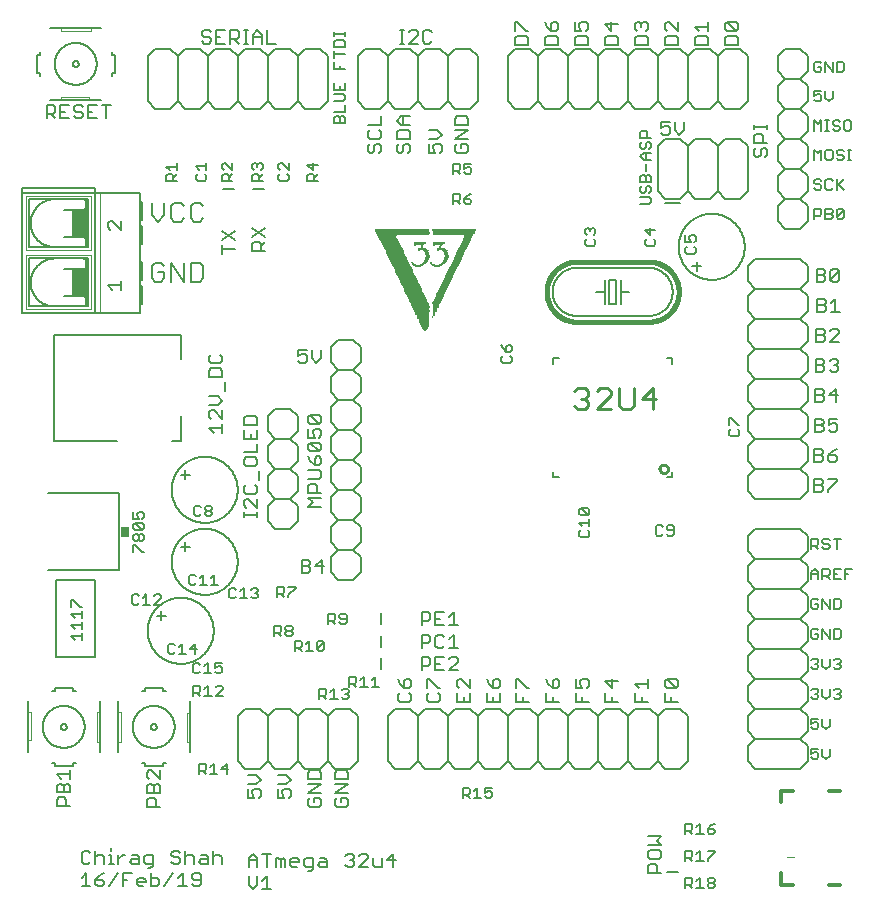
<source format=gto>
G75*
%MOIN*%
%OFA0B0*%
%FSLAX25Y25*%
%IPPOS*%
%LPD*%
%AMOC8*
5,1,8,0,0,1.08239X$1,22.5*
%
%ADD10C,0.00600*%
%ADD11R,0.00900X0.00300*%
%ADD12R,0.01500X0.00300*%
%ADD13R,0.02100X0.00300*%
%ADD14R,0.02700X0.00300*%
%ADD15R,0.03000X0.00300*%
%ADD16R,0.03300X0.00300*%
%ADD17R,0.03600X0.00300*%
%ADD18R,0.03900X0.00300*%
%ADD19R,0.00300X0.00300*%
%ADD20R,0.04200X0.00300*%
%ADD21R,0.00600X0.00300*%
%ADD22R,0.04500X0.00300*%
%ADD23R,0.04800X0.00300*%
%ADD24R,0.05100X0.00300*%
%ADD25R,0.01200X0.00300*%
%ADD26R,0.05400X0.00300*%
%ADD27R,0.05700X0.00300*%
%ADD28R,0.01800X0.00300*%
%ADD29R,0.06000X0.00300*%
%ADD30R,0.06300X0.00300*%
%ADD31R,0.02400X0.00300*%
%ADD32R,0.06600X0.00300*%
%ADD33R,0.17400X0.00300*%
%ADD34R,0.13500X0.00300*%
%ADD35R,0.17700X0.00300*%
%ADD36R,0.13800X0.00300*%
%ADD37R,0.18000X0.00300*%
%ADD38R,0.14100X0.00300*%
%ADD39R,0.18300X0.00300*%
%ADD40R,0.14400X0.00300*%
%ADD41C,0.00500*%
%ADD42C,0.00800*%
%ADD43C,0.01000*%
%ADD44C,0.01600*%
%ADD45C,0.00200*%
%ADD46R,0.03000X0.03400*%
%ADD47R,0.04500X0.09000*%
%ADD48C,0.01200*%
%ADD49C,0.00000*%
D10*
X0026459Y0119000D02*
X0029395Y0119000D01*
X0027927Y0119000D02*
X0027927Y0123404D01*
X0026459Y0121936D01*
X0027193Y0126500D02*
X0028661Y0126500D01*
X0029395Y0127234D01*
X0031063Y0126500D02*
X0031063Y0130904D01*
X0031797Y0129436D02*
X0033264Y0129436D01*
X0033998Y0128702D01*
X0033998Y0126500D01*
X0035667Y0126500D02*
X0037134Y0126500D01*
X0036400Y0126500D02*
X0036400Y0129436D01*
X0035667Y0129436D01*
X0036400Y0130904D02*
X0036400Y0131638D01*
X0038736Y0129436D02*
X0038736Y0126500D01*
X0038736Y0127968D02*
X0040204Y0129436D01*
X0040938Y0129436D01*
X0043306Y0129436D02*
X0044774Y0129436D01*
X0045508Y0128702D01*
X0045508Y0126500D01*
X0043306Y0126500D01*
X0042572Y0127234D01*
X0043306Y0127968D01*
X0045508Y0127968D01*
X0047176Y0128702D02*
X0047176Y0127234D01*
X0047910Y0126500D01*
X0050112Y0126500D01*
X0050112Y0125766D02*
X0050112Y0129436D01*
X0047910Y0129436D01*
X0047176Y0128702D01*
X0048644Y0125032D02*
X0049378Y0125032D01*
X0050112Y0125766D01*
X0049478Y0123404D02*
X0049478Y0119000D01*
X0051680Y0119000D01*
X0052414Y0119734D01*
X0052414Y0121202D01*
X0051680Y0121936D01*
X0049478Y0121936D01*
X0047810Y0121202D02*
X0047810Y0120468D01*
X0044874Y0120468D01*
X0044874Y0121202D02*
X0045608Y0121936D01*
X0047076Y0121936D01*
X0047810Y0121202D01*
X0047076Y0119000D02*
X0045608Y0119000D01*
X0044874Y0119734D01*
X0044874Y0121202D01*
X0043206Y0123404D02*
X0040270Y0123404D01*
X0040270Y0119000D01*
X0040270Y0121202D02*
X0041738Y0121202D01*
X0038602Y0123404D02*
X0035667Y0119000D01*
X0033998Y0119734D02*
X0033998Y0120468D01*
X0033264Y0121202D01*
X0031063Y0121202D01*
X0031063Y0119734D01*
X0031797Y0119000D01*
X0033264Y0119000D01*
X0033998Y0119734D01*
X0031063Y0121202D02*
X0032531Y0122670D01*
X0033998Y0123404D01*
X0031063Y0128702D02*
X0031797Y0129436D01*
X0029395Y0130170D02*
X0028661Y0130904D01*
X0027193Y0130904D01*
X0026459Y0130170D01*
X0026459Y0127234D01*
X0027193Y0126500D01*
X0022700Y0145688D02*
X0018296Y0145688D01*
X0018296Y0147890D01*
X0019030Y0148624D01*
X0020498Y0148624D01*
X0021232Y0147890D01*
X0021232Y0145688D01*
X0020498Y0150292D02*
X0020498Y0152494D01*
X0021232Y0153228D01*
X0021966Y0153228D01*
X0022700Y0152494D01*
X0022700Y0150292D01*
X0018296Y0150292D01*
X0018296Y0152494D01*
X0019030Y0153228D01*
X0019764Y0153228D01*
X0020498Y0152494D01*
X0019764Y0154896D02*
X0018296Y0156364D01*
X0022700Y0156364D01*
X0022700Y0154896D02*
X0022700Y0157832D01*
X0023500Y0159200D02*
X0023500Y0160200D01*
X0024500Y0160200D01*
X0023500Y0159200D02*
X0017500Y0159200D01*
X0017500Y0160200D01*
X0016500Y0160200D01*
X0008500Y0163700D02*
X0008500Y0167700D01*
X0008500Y0177200D01*
X0008500Y0180700D01*
X0016500Y0184200D02*
X0017500Y0184200D01*
X0017500Y0185200D01*
X0023500Y0185200D01*
X0023500Y0184200D01*
X0024500Y0184200D01*
X0032500Y0180700D02*
X0032500Y0177200D01*
X0032500Y0167200D01*
X0032500Y0163700D01*
X0038500Y0163700D02*
X0038500Y0167200D01*
X0038500Y0177200D01*
X0038500Y0180700D01*
X0046500Y0184200D02*
X0047500Y0184200D01*
X0047500Y0185200D01*
X0053500Y0185200D01*
X0053500Y0184200D01*
X0054500Y0184200D01*
X0062500Y0180700D02*
X0062500Y0176700D01*
X0062500Y0167200D01*
X0062500Y0163700D01*
X0054500Y0160200D02*
X0053500Y0160200D01*
X0053500Y0159200D01*
X0047500Y0159200D01*
X0047500Y0160200D01*
X0046500Y0160200D01*
X0049030Y0157644D02*
X0048296Y0156910D01*
X0048296Y0155442D01*
X0049030Y0154708D01*
X0049030Y0153040D02*
X0049764Y0153040D01*
X0050498Y0152306D01*
X0050498Y0150104D01*
X0050498Y0148436D02*
X0051232Y0147702D01*
X0051232Y0145500D01*
X0052700Y0145500D02*
X0048296Y0145500D01*
X0048296Y0147702D01*
X0049030Y0148436D01*
X0050498Y0148436D01*
X0048296Y0150104D02*
X0048296Y0152306D01*
X0049030Y0153040D01*
X0050498Y0152306D02*
X0051232Y0153040D01*
X0051966Y0153040D01*
X0052700Y0152306D01*
X0052700Y0150104D01*
X0048296Y0150104D01*
X0052700Y0154708D02*
X0049764Y0157644D01*
X0049030Y0157644D01*
X0052700Y0157644D02*
X0052700Y0154708D01*
X0049500Y0172200D02*
X0049502Y0172263D01*
X0049508Y0172325D01*
X0049518Y0172387D01*
X0049531Y0172449D01*
X0049549Y0172509D01*
X0049570Y0172568D01*
X0049595Y0172626D01*
X0049624Y0172682D01*
X0049656Y0172736D01*
X0049691Y0172788D01*
X0049729Y0172837D01*
X0049771Y0172885D01*
X0049815Y0172929D01*
X0049863Y0172971D01*
X0049912Y0173009D01*
X0049964Y0173044D01*
X0050018Y0173076D01*
X0050074Y0173105D01*
X0050132Y0173130D01*
X0050191Y0173151D01*
X0050251Y0173169D01*
X0050313Y0173182D01*
X0050375Y0173192D01*
X0050437Y0173198D01*
X0050500Y0173200D01*
X0050563Y0173198D01*
X0050625Y0173192D01*
X0050687Y0173182D01*
X0050749Y0173169D01*
X0050809Y0173151D01*
X0050868Y0173130D01*
X0050926Y0173105D01*
X0050982Y0173076D01*
X0051036Y0173044D01*
X0051088Y0173009D01*
X0051137Y0172971D01*
X0051185Y0172929D01*
X0051229Y0172885D01*
X0051271Y0172837D01*
X0051309Y0172788D01*
X0051344Y0172736D01*
X0051376Y0172682D01*
X0051405Y0172626D01*
X0051430Y0172568D01*
X0051451Y0172509D01*
X0051469Y0172449D01*
X0051482Y0172387D01*
X0051492Y0172325D01*
X0051498Y0172263D01*
X0051500Y0172200D01*
X0051498Y0172137D01*
X0051492Y0172075D01*
X0051482Y0172013D01*
X0051469Y0171951D01*
X0051451Y0171891D01*
X0051430Y0171832D01*
X0051405Y0171774D01*
X0051376Y0171718D01*
X0051344Y0171664D01*
X0051309Y0171612D01*
X0051271Y0171563D01*
X0051229Y0171515D01*
X0051185Y0171471D01*
X0051137Y0171429D01*
X0051088Y0171391D01*
X0051036Y0171356D01*
X0050982Y0171324D01*
X0050926Y0171295D01*
X0050868Y0171270D01*
X0050809Y0171249D01*
X0050749Y0171231D01*
X0050687Y0171218D01*
X0050625Y0171208D01*
X0050563Y0171202D01*
X0050500Y0171200D01*
X0050437Y0171202D01*
X0050375Y0171208D01*
X0050313Y0171218D01*
X0050251Y0171231D01*
X0050191Y0171249D01*
X0050132Y0171270D01*
X0050074Y0171295D01*
X0050018Y0171324D01*
X0049964Y0171356D01*
X0049912Y0171391D01*
X0049863Y0171429D01*
X0049815Y0171471D01*
X0049771Y0171515D01*
X0049729Y0171563D01*
X0049691Y0171612D01*
X0049656Y0171664D01*
X0049624Y0171718D01*
X0049595Y0171774D01*
X0049570Y0171832D01*
X0049549Y0171891D01*
X0049531Y0171951D01*
X0049518Y0172013D01*
X0049508Y0172075D01*
X0049502Y0172137D01*
X0049500Y0172200D01*
X0043500Y0172200D02*
X0043502Y0172372D01*
X0043508Y0172543D01*
X0043519Y0172715D01*
X0043534Y0172886D01*
X0043553Y0173057D01*
X0043576Y0173227D01*
X0043603Y0173397D01*
X0043635Y0173566D01*
X0043670Y0173734D01*
X0043710Y0173901D01*
X0043754Y0174067D01*
X0043801Y0174232D01*
X0043853Y0174396D01*
X0043909Y0174558D01*
X0043969Y0174719D01*
X0044033Y0174879D01*
X0044101Y0175037D01*
X0044172Y0175193D01*
X0044247Y0175347D01*
X0044327Y0175500D01*
X0044409Y0175650D01*
X0044496Y0175799D01*
X0044586Y0175945D01*
X0044680Y0176089D01*
X0044777Y0176231D01*
X0044878Y0176370D01*
X0044982Y0176507D01*
X0045089Y0176641D01*
X0045200Y0176772D01*
X0045313Y0176901D01*
X0045430Y0177027D01*
X0045550Y0177150D01*
X0045673Y0177270D01*
X0045799Y0177387D01*
X0045928Y0177500D01*
X0046059Y0177611D01*
X0046193Y0177718D01*
X0046330Y0177822D01*
X0046469Y0177923D01*
X0046611Y0178020D01*
X0046755Y0178114D01*
X0046901Y0178204D01*
X0047050Y0178291D01*
X0047200Y0178373D01*
X0047353Y0178453D01*
X0047507Y0178528D01*
X0047663Y0178599D01*
X0047821Y0178667D01*
X0047981Y0178731D01*
X0048142Y0178791D01*
X0048304Y0178847D01*
X0048468Y0178899D01*
X0048633Y0178946D01*
X0048799Y0178990D01*
X0048966Y0179030D01*
X0049134Y0179065D01*
X0049303Y0179097D01*
X0049473Y0179124D01*
X0049643Y0179147D01*
X0049814Y0179166D01*
X0049985Y0179181D01*
X0050157Y0179192D01*
X0050328Y0179198D01*
X0050500Y0179200D01*
X0050672Y0179198D01*
X0050843Y0179192D01*
X0051015Y0179181D01*
X0051186Y0179166D01*
X0051357Y0179147D01*
X0051527Y0179124D01*
X0051697Y0179097D01*
X0051866Y0179065D01*
X0052034Y0179030D01*
X0052201Y0178990D01*
X0052367Y0178946D01*
X0052532Y0178899D01*
X0052696Y0178847D01*
X0052858Y0178791D01*
X0053019Y0178731D01*
X0053179Y0178667D01*
X0053337Y0178599D01*
X0053493Y0178528D01*
X0053647Y0178453D01*
X0053800Y0178373D01*
X0053950Y0178291D01*
X0054099Y0178204D01*
X0054245Y0178114D01*
X0054389Y0178020D01*
X0054531Y0177923D01*
X0054670Y0177822D01*
X0054807Y0177718D01*
X0054941Y0177611D01*
X0055072Y0177500D01*
X0055201Y0177387D01*
X0055327Y0177270D01*
X0055450Y0177150D01*
X0055570Y0177027D01*
X0055687Y0176901D01*
X0055800Y0176772D01*
X0055911Y0176641D01*
X0056018Y0176507D01*
X0056122Y0176370D01*
X0056223Y0176231D01*
X0056320Y0176089D01*
X0056414Y0175945D01*
X0056504Y0175799D01*
X0056591Y0175650D01*
X0056673Y0175500D01*
X0056753Y0175347D01*
X0056828Y0175193D01*
X0056899Y0175037D01*
X0056967Y0174879D01*
X0057031Y0174719D01*
X0057091Y0174558D01*
X0057147Y0174396D01*
X0057199Y0174232D01*
X0057246Y0174067D01*
X0057290Y0173901D01*
X0057330Y0173734D01*
X0057365Y0173566D01*
X0057397Y0173397D01*
X0057424Y0173227D01*
X0057447Y0173057D01*
X0057466Y0172886D01*
X0057481Y0172715D01*
X0057492Y0172543D01*
X0057498Y0172372D01*
X0057500Y0172200D01*
X0057498Y0172028D01*
X0057492Y0171857D01*
X0057481Y0171685D01*
X0057466Y0171514D01*
X0057447Y0171343D01*
X0057424Y0171173D01*
X0057397Y0171003D01*
X0057365Y0170834D01*
X0057330Y0170666D01*
X0057290Y0170499D01*
X0057246Y0170333D01*
X0057199Y0170168D01*
X0057147Y0170004D01*
X0057091Y0169842D01*
X0057031Y0169681D01*
X0056967Y0169521D01*
X0056899Y0169363D01*
X0056828Y0169207D01*
X0056753Y0169053D01*
X0056673Y0168900D01*
X0056591Y0168750D01*
X0056504Y0168601D01*
X0056414Y0168455D01*
X0056320Y0168311D01*
X0056223Y0168169D01*
X0056122Y0168030D01*
X0056018Y0167893D01*
X0055911Y0167759D01*
X0055800Y0167628D01*
X0055687Y0167499D01*
X0055570Y0167373D01*
X0055450Y0167250D01*
X0055327Y0167130D01*
X0055201Y0167013D01*
X0055072Y0166900D01*
X0054941Y0166789D01*
X0054807Y0166682D01*
X0054670Y0166578D01*
X0054531Y0166477D01*
X0054389Y0166380D01*
X0054245Y0166286D01*
X0054099Y0166196D01*
X0053950Y0166109D01*
X0053800Y0166027D01*
X0053647Y0165947D01*
X0053493Y0165872D01*
X0053337Y0165801D01*
X0053179Y0165733D01*
X0053019Y0165669D01*
X0052858Y0165609D01*
X0052696Y0165553D01*
X0052532Y0165501D01*
X0052367Y0165454D01*
X0052201Y0165410D01*
X0052034Y0165370D01*
X0051866Y0165335D01*
X0051697Y0165303D01*
X0051527Y0165276D01*
X0051357Y0165253D01*
X0051186Y0165234D01*
X0051015Y0165219D01*
X0050843Y0165208D01*
X0050672Y0165202D01*
X0050500Y0165200D01*
X0050328Y0165202D01*
X0050157Y0165208D01*
X0049985Y0165219D01*
X0049814Y0165234D01*
X0049643Y0165253D01*
X0049473Y0165276D01*
X0049303Y0165303D01*
X0049134Y0165335D01*
X0048966Y0165370D01*
X0048799Y0165410D01*
X0048633Y0165454D01*
X0048468Y0165501D01*
X0048304Y0165553D01*
X0048142Y0165609D01*
X0047981Y0165669D01*
X0047821Y0165733D01*
X0047663Y0165801D01*
X0047507Y0165872D01*
X0047353Y0165947D01*
X0047200Y0166027D01*
X0047050Y0166109D01*
X0046901Y0166196D01*
X0046755Y0166286D01*
X0046611Y0166380D01*
X0046469Y0166477D01*
X0046330Y0166578D01*
X0046193Y0166682D01*
X0046059Y0166789D01*
X0045928Y0166900D01*
X0045799Y0167013D01*
X0045673Y0167130D01*
X0045550Y0167250D01*
X0045430Y0167373D01*
X0045313Y0167499D01*
X0045200Y0167628D01*
X0045089Y0167759D01*
X0044982Y0167893D01*
X0044878Y0168030D01*
X0044777Y0168169D01*
X0044680Y0168311D01*
X0044586Y0168455D01*
X0044496Y0168601D01*
X0044409Y0168750D01*
X0044327Y0168900D01*
X0044247Y0169053D01*
X0044172Y0169207D01*
X0044101Y0169363D01*
X0044033Y0169521D01*
X0043969Y0169681D01*
X0043909Y0169842D01*
X0043853Y0170004D01*
X0043801Y0170168D01*
X0043754Y0170333D01*
X0043710Y0170499D01*
X0043670Y0170666D01*
X0043635Y0170834D01*
X0043603Y0171003D01*
X0043576Y0171173D01*
X0043553Y0171343D01*
X0043534Y0171514D01*
X0043519Y0171685D01*
X0043508Y0171857D01*
X0043502Y0172028D01*
X0043500Y0172200D01*
X0019500Y0172200D02*
X0019502Y0172263D01*
X0019508Y0172325D01*
X0019518Y0172387D01*
X0019531Y0172449D01*
X0019549Y0172509D01*
X0019570Y0172568D01*
X0019595Y0172626D01*
X0019624Y0172682D01*
X0019656Y0172736D01*
X0019691Y0172788D01*
X0019729Y0172837D01*
X0019771Y0172885D01*
X0019815Y0172929D01*
X0019863Y0172971D01*
X0019912Y0173009D01*
X0019964Y0173044D01*
X0020018Y0173076D01*
X0020074Y0173105D01*
X0020132Y0173130D01*
X0020191Y0173151D01*
X0020251Y0173169D01*
X0020313Y0173182D01*
X0020375Y0173192D01*
X0020437Y0173198D01*
X0020500Y0173200D01*
X0020563Y0173198D01*
X0020625Y0173192D01*
X0020687Y0173182D01*
X0020749Y0173169D01*
X0020809Y0173151D01*
X0020868Y0173130D01*
X0020926Y0173105D01*
X0020982Y0173076D01*
X0021036Y0173044D01*
X0021088Y0173009D01*
X0021137Y0172971D01*
X0021185Y0172929D01*
X0021229Y0172885D01*
X0021271Y0172837D01*
X0021309Y0172788D01*
X0021344Y0172736D01*
X0021376Y0172682D01*
X0021405Y0172626D01*
X0021430Y0172568D01*
X0021451Y0172509D01*
X0021469Y0172449D01*
X0021482Y0172387D01*
X0021492Y0172325D01*
X0021498Y0172263D01*
X0021500Y0172200D01*
X0021498Y0172137D01*
X0021492Y0172075D01*
X0021482Y0172013D01*
X0021469Y0171951D01*
X0021451Y0171891D01*
X0021430Y0171832D01*
X0021405Y0171774D01*
X0021376Y0171718D01*
X0021344Y0171664D01*
X0021309Y0171612D01*
X0021271Y0171563D01*
X0021229Y0171515D01*
X0021185Y0171471D01*
X0021137Y0171429D01*
X0021088Y0171391D01*
X0021036Y0171356D01*
X0020982Y0171324D01*
X0020926Y0171295D01*
X0020868Y0171270D01*
X0020809Y0171249D01*
X0020749Y0171231D01*
X0020687Y0171218D01*
X0020625Y0171208D01*
X0020563Y0171202D01*
X0020500Y0171200D01*
X0020437Y0171202D01*
X0020375Y0171208D01*
X0020313Y0171218D01*
X0020251Y0171231D01*
X0020191Y0171249D01*
X0020132Y0171270D01*
X0020074Y0171295D01*
X0020018Y0171324D01*
X0019964Y0171356D01*
X0019912Y0171391D01*
X0019863Y0171429D01*
X0019815Y0171471D01*
X0019771Y0171515D01*
X0019729Y0171563D01*
X0019691Y0171612D01*
X0019656Y0171664D01*
X0019624Y0171718D01*
X0019595Y0171774D01*
X0019570Y0171832D01*
X0019549Y0171891D01*
X0019531Y0171951D01*
X0019518Y0172013D01*
X0019508Y0172075D01*
X0019502Y0172137D01*
X0019500Y0172200D01*
X0013500Y0172200D02*
X0013502Y0172372D01*
X0013508Y0172543D01*
X0013519Y0172715D01*
X0013534Y0172886D01*
X0013553Y0173057D01*
X0013576Y0173227D01*
X0013603Y0173397D01*
X0013635Y0173566D01*
X0013670Y0173734D01*
X0013710Y0173901D01*
X0013754Y0174067D01*
X0013801Y0174232D01*
X0013853Y0174396D01*
X0013909Y0174558D01*
X0013969Y0174719D01*
X0014033Y0174879D01*
X0014101Y0175037D01*
X0014172Y0175193D01*
X0014247Y0175347D01*
X0014327Y0175500D01*
X0014409Y0175650D01*
X0014496Y0175799D01*
X0014586Y0175945D01*
X0014680Y0176089D01*
X0014777Y0176231D01*
X0014878Y0176370D01*
X0014982Y0176507D01*
X0015089Y0176641D01*
X0015200Y0176772D01*
X0015313Y0176901D01*
X0015430Y0177027D01*
X0015550Y0177150D01*
X0015673Y0177270D01*
X0015799Y0177387D01*
X0015928Y0177500D01*
X0016059Y0177611D01*
X0016193Y0177718D01*
X0016330Y0177822D01*
X0016469Y0177923D01*
X0016611Y0178020D01*
X0016755Y0178114D01*
X0016901Y0178204D01*
X0017050Y0178291D01*
X0017200Y0178373D01*
X0017353Y0178453D01*
X0017507Y0178528D01*
X0017663Y0178599D01*
X0017821Y0178667D01*
X0017981Y0178731D01*
X0018142Y0178791D01*
X0018304Y0178847D01*
X0018468Y0178899D01*
X0018633Y0178946D01*
X0018799Y0178990D01*
X0018966Y0179030D01*
X0019134Y0179065D01*
X0019303Y0179097D01*
X0019473Y0179124D01*
X0019643Y0179147D01*
X0019814Y0179166D01*
X0019985Y0179181D01*
X0020157Y0179192D01*
X0020328Y0179198D01*
X0020500Y0179200D01*
X0020672Y0179198D01*
X0020843Y0179192D01*
X0021015Y0179181D01*
X0021186Y0179166D01*
X0021357Y0179147D01*
X0021527Y0179124D01*
X0021697Y0179097D01*
X0021866Y0179065D01*
X0022034Y0179030D01*
X0022201Y0178990D01*
X0022367Y0178946D01*
X0022532Y0178899D01*
X0022696Y0178847D01*
X0022858Y0178791D01*
X0023019Y0178731D01*
X0023179Y0178667D01*
X0023337Y0178599D01*
X0023493Y0178528D01*
X0023647Y0178453D01*
X0023800Y0178373D01*
X0023950Y0178291D01*
X0024099Y0178204D01*
X0024245Y0178114D01*
X0024389Y0178020D01*
X0024531Y0177923D01*
X0024670Y0177822D01*
X0024807Y0177718D01*
X0024941Y0177611D01*
X0025072Y0177500D01*
X0025201Y0177387D01*
X0025327Y0177270D01*
X0025450Y0177150D01*
X0025570Y0177027D01*
X0025687Y0176901D01*
X0025800Y0176772D01*
X0025911Y0176641D01*
X0026018Y0176507D01*
X0026122Y0176370D01*
X0026223Y0176231D01*
X0026320Y0176089D01*
X0026414Y0175945D01*
X0026504Y0175799D01*
X0026591Y0175650D01*
X0026673Y0175500D01*
X0026753Y0175347D01*
X0026828Y0175193D01*
X0026899Y0175037D01*
X0026967Y0174879D01*
X0027031Y0174719D01*
X0027091Y0174558D01*
X0027147Y0174396D01*
X0027199Y0174232D01*
X0027246Y0174067D01*
X0027290Y0173901D01*
X0027330Y0173734D01*
X0027365Y0173566D01*
X0027397Y0173397D01*
X0027424Y0173227D01*
X0027447Y0173057D01*
X0027466Y0172886D01*
X0027481Y0172715D01*
X0027492Y0172543D01*
X0027498Y0172372D01*
X0027500Y0172200D01*
X0027498Y0172028D01*
X0027492Y0171857D01*
X0027481Y0171685D01*
X0027466Y0171514D01*
X0027447Y0171343D01*
X0027424Y0171173D01*
X0027397Y0171003D01*
X0027365Y0170834D01*
X0027330Y0170666D01*
X0027290Y0170499D01*
X0027246Y0170333D01*
X0027199Y0170168D01*
X0027147Y0170004D01*
X0027091Y0169842D01*
X0027031Y0169681D01*
X0026967Y0169521D01*
X0026899Y0169363D01*
X0026828Y0169207D01*
X0026753Y0169053D01*
X0026673Y0168900D01*
X0026591Y0168750D01*
X0026504Y0168601D01*
X0026414Y0168455D01*
X0026320Y0168311D01*
X0026223Y0168169D01*
X0026122Y0168030D01*
X0026018Y0167893D01*
X0025911Y0167759D01*
X0025800Y0167628D01*
X0025687Y0167499D01*
X0025570Y0167373D01*
X0025450Y0167250D01*
X0025327Y0167130D01*
X0025201Y0167013D01*
X0025072Y0166900D01*
X0024941Y0166789D01*
X0024807Y0166682D01*
X0024670Y0166578D01*
X0024531Y0166477D01*
X0024389Y0166380D01*
X0024245Y0166286D01*
X0024099Y0166196D01*
X0023950Y0166109D01*
X0023800Y0166027D01*
X0023647Y0165947D01*
X0023493Y0165872D01*
X0023337Y0165801D01*
X0023179Y0165733D01*
X0023019Y0165669D01*
X0022858Y0165609D01*
X0022696Y0165553D01*
X0022532Y0165501D01*
X0022367Y0165454D01*
X0022201Y0165410D01*
X0022034Y0165370D01*
X0021866Y0165335D01*
X0021697Y0165303D01*
X0021527Y0165276D01*
X0021357Y0165253D01*
X0021186Y0165234D01*
X0021015Y0165219D01*
X0020843Y0165208D01*
X0020672Y0165202D01*
X0020500Y0165200D01*
X0020328Y0165202D01*
X0020157Y0165208D01*
X0019985Y0165219D01*
X0019814Y0165234D01*
X0019643Y0165253D01*
X0019473Y0165276D01*
X0019303Y0165303D01*
X0019134Y0165335D01*
X0018966Y0165370D01*
X0018799Y0165410D01*
X0018633Y0165454D01*
X0018468Y0165501D01*
X0018304Y0165553D01*
X0018142Y0165609D01*
X0017981Y0165669D01*
X0017821Y0165733D01*
X0017663Y0165801D01*
X0017507Y0165872D01*
X0017353Y0165947D01*
X0017200Y0166027D01*
X0017050Y0166109D01*
X0016901Y0166196D01*
X0016755Y0166286D01*
X0016611Y0166380D01*
X0016469Y0166477D01*
X0016330Y0166578D01*
X0016193Y0166682D01*
X0016059Y0166789D01*
X0015928Y0166900D01*
X0015799Y0167013D01*
X0015673Y0167130D01*
X0015550Y0167250D01*
X0015430Y0167373D01*
X0015313Y0167499D01*
X0015200Y0167628D01*
X0015089Y0167759D01*
X0014982Y0167893D01*
X0014878Y0168030D01*
X0014777Y0168169D01*
X0014680Y0168311D01*
X0014586Y0168455D01*
X0014496Y0168601D01*
X0014409Y0168750D01*
X0014327Y0168900D01*
X0014247Y0169053D01*
X0014172Y0169207D01*
X0014101Y0169363D01*
X0014033Y0169521D01*
X0013969Y0169681D01*
X0013909Y0169842D01*
X0013853Y0170004D01*
X0013801Y0170168D01*
X0013754Y0170333D01*
X0013710Y0170499D01*
X0013670Y0170666D01*
X0013635Y0170834D01*
X0013603Y0171003D01*
X0013576Y0171173D01*
X0013553Y0171343D01*
X0013534Y0171514D01*
X0013519Y0171685D01*
X0013508Y0171857D01*
X0013502Y0172028D01*
X0013500Y0172200D01*
X0051500Y0209200D02*
X0053000Y0209200D01*
X0053000Y0210700D01*
X0053000Y0209200D02*
X0054500Y0209200D01*
X0053000Y0209200D02*
X0053000Y0207700D01*
X0048500Y0204200D02*
X0048503Y0204470D01*
X0048513Y0204740D01*
X0048530Y0205009D01*
X0048553Y0205278D01*
X0048583Y0205547D01*
X0048619Y0205814D01*
X0048662Y0206081D01*
X0048711Y0206346D01*
X0048767Y0206610D01*
X0048830Y0206873D01*
X0048898Y0207134D01*
X0048974Y0207393D01*
X0049055Y0207650D01*
X0049143Y0207906D01*
X0049237Y0208159D01*
X0049337Y0208410D01*
X0049444Y0208658D01*
X0049556Y0208903D01*
X0049675Y0209146D01*
X0049799Y0209385D01*
X0049929Y0209622D01*
X0050065Y0209855D01*
X0050207Y0210085D01*
X0050354Y0210311D01*
X0050507Y0210534D01*
X0050665Y0210753D01*
X0050828Y0210968D01*
X0050997Y0211178D01*
X0051171Y0211385D01*
X0051350Y0211587D01*
X0051533Y0211785D01*
X0051722Y0211978D01*
X0051915Y0212167D01*
X0052113Y0212350D01*
X0052315Y0212529D01*
X0052522Y0212703D01*
X0052732Y0212872D01*
X0052947Y0213035D01*
X0053166Y0213193D01*
X0053389Y0213346D01*
X0053615Y0213493D01*
X0053845Y0213635D01*
X0054078Y0213771D01*
X0054315Y0213901D01*
X0054554Y0214025D01*
X0054797Y0214144D01*
X0055042Y0214256D01*
X0055290Y0214363D01*
X0055541Y0214463D01*
X0055794Y0214557D01*
X0056050Y0214645D01*
X0056307Y0214726D01*
X0056566Y0214802D01*
X0056827Y0214870D01*
X0057090Y0214933D01*
X0057354Y0214989D01*
X0057619Y0215038D01*
X0057886Y0215081D01*
X0058153Y0215117D01*
X0058422Y0215147D01*
X0058691Y0215170D01*
X0058960Y0215187D01*
X0059230Y0215197D01*
X0059500Y0215200D01*
X0059770Y0215197D01*
X0060040Y0215187D01*
X0060309Y0215170D01*
X0060578Y0215147D01*
X0060847Y0215117D01*
X0061114Y0215081D01*
X0061381Y0215038D01*
X0061646Y0214989D01*
X0061910Y0214933D01*
X0062173Y0214870D01*
X0062434Y0214802D01*
X0062693Y0214726D01*
X0062950Y0214645D01*
X0063206Y0214557D01*
X0063459Y0214463D01*
X0063710Y0214363D01*
X0063958Y0214256D01*
X0064203Y0214144D01*
X0064446Y0214025D01*
X0064685Y0213901D01*
X0064922Y0213771D01*
X0065155Y0213635D01*
X0065385Y0213493D01*
X0065611Y0213346D01*
X0065834Y0213193D01*
X0066053Y0213035D01*
X0066268Y0212872D01*
X0066478Y0212703D01*
X0066685Y0212529D01*
X0066887Y0212350D01*
X0067085Y0212167D01*
X0067278Y0211978D01*
X0067467Y0211785D01*
X0067650Y0211587D01*
X0067829Y0211385D01*
X0068003Y0211178D01*
X0068172Y0210968D01*
X0068335Y0210753D01*
X0068493Y0210534D01*
X0068646Y0210311D01*
X0068793Y0210085D01*
X0068935Y0209855D01*
X0069071Y0209622D01*
X0069201Y0209385D01*
X0069325Y0209146D01*
X0069444Y0208903D01*
X0069556Y0208658D01*
X0069663Y0208410D01*
X0069763Y0208159D01*
X0069857Y0207906D01*
X0069945Y0207650D01*
X0070026Y0207393D01*
X0070102Y0207134D01*
X0070170Y0206873D01*
X0070233Y0206610D01*
X0070289Y0206346D01*
X0070338Y0206081D01*
X0070381Y0205814D01*
X0070417Y0205547D01*
X0070447Y0205278D01*
X0070470Y0205009D01*
X0070487Y0204740D01*
X0070497Y0204470D01*
X0070500Y0204200D01*
X0070497Y0203930D01*
X0070487Y0203660D01*
X0070470Y0203391D01*
X0070447Y0203122D01*
X0070417Y0202853D01*
X0070381Y0202586D01*
X0070338Y0202319D01*
X0070289Y0202054D01*
X0070233Y0201790D01*
X0070170Y0201527D01*
X0070102Y0201266D01*
X0070026Y0201007D01*
X0069945Y0200750D01*
X0069857Y0200494D01*
X0069763Y0200241D01*
X0069663Y0199990D01*
X0069556Y0199742D01*
X0069444Y0199497D01*
X0069325Y0199254D01*
X0069201Y0199015D01*
X0069071Y0198778D01*
X0068935Y0198545D01*
X0068793Y0198315D01*
X0068646Y0198089D01*
X0068493Y0197866D01*
X0068335Y0197647D01*
X0068172Y0197432D01*
X0068003Y0197222D01*
X0067829Y0197015D01*
X0067650Y0196813D01*
X0067467Y0196615D01*
X0067278Y0196422D01*
X0067085Y0196233D01*
X0066887Y0196050D01*
X0066685Y0195871D01*
X0066478Y0195697D01*
X0066268Y0195528D01*
X0066053Y0195365D01*
X0065834Y0195207D01*
X0065611Y0195054D01*
X0065385Y0194907D01*
X0065155Y0194765D01*
X0064922Y0194629D01*
X0064685Y0194499D01*
X0064446Y0194375D01*
X0064203Y0194256D01*
X0063958Y0194144D01*
X0063710Y0194037D01*
X0063459Y0193937D01*
X0063206Y0193843D01*
X0062950Y0193755D01*
X0062693Y0193674D01*
X0062434Y0193598D01*
X0062173Y0193530D01*
X0061910Y0193467D01*
X0061646Y0193411D01*
X0061381Y0193362D01*
X0061114Y0193319D01*
X0060847Y0193283D01*
X0060578Y0193253D01*
X0060309Y0193230D01*
X0060040Y0193213D01*
X0059770Y0193203D01*
X0059500Y0193200D01*
X0059230Y0193203D01*
X0058960Y0193213D01*
X0058691Y0193230D01*
X0058422Y0193253D01*
X0058153Y0193283D01*
X0057886Y0193319D01*
X0057619Y0193362D01*
X0057354Y0193411D01*
X0057090Y0193467D01*
X0056827Y0193530D01*
X0056566Y0193598D01*
X0056307Y0193674D01*
X0056050Y0193755D01*
X0055794Y0193843D01*
X0055541Y0193937D01*
X0055290Y0194037D01*
X0055042Y0194144D01*
X0054797Y0194256D01*
X0054554Y0194375D01*
X0054315Y0194499D01*
X0054078Y0194629D01*
X0053845Y0194765D01*
X0053615Y0194907D01*
X0053389Y0195054D01*
X0053166Y0195207D01*
X0052947Y0195365D01*
X0052732Y0195528D01*
X0052522Y0195697D01*
X0052315Y0195871D01*
X0052113Y0196050D01*
X0051915Y0196233D01*
X0051722Y0196422D01*
X0051533Y0196615D01*
X0051350Y0196813D01*
X0051171Y0197015D01*
X0050997Y0197222D01*
X0050828Y0197432D01*
X0050665Y0197647D01*
X0050507Y0197866D01*
X0050354Y0198089D01*
X0050207Y0198315D01*
X0050065Y0198545D01*
X0049929Y0198778D01*
X0049799Y0199015D01*
X0049675Y0199254D01*
X0049556Y0199497D01*
X0049444Y0199742D01*
X0049337Y0199990D01*
X0049237Y0200241D01*
X0049143Y0200494D01*
X0049055Y0200750D01*
X0048974Y0201007D01*
X0048898Y0201266D01*
X0048830Y0201527D01*
X0048767Y0201790D01*
X0048711Y0202054D01*
X0048662Y0202319D01*
X0048619Y0202586D01*
X0048583Y0202853D01*
X0048553Y0203122D01*
X0048530Y0203391D01*
X0048513Y0203660D01*
X0048503Y0203930D01*
X0048500Y0204200D01*
X0056500Y0227200D02*
X0056503Y0227470D01*
X0056513Y0227740D01*
X0056530Y0228009D01*
X0056553Y0228278D01*
X0056583Y0228547D01*
X0056619Y0228814D01*
X0056662Y0229081D01*
X0056711Y0229346D01*
X0056767Y0229610D01*
X0056830Y0229873D01*
X0056898Y0230134D01*
X0056974Y0230393D01*
X0057055Y0230650D01*
X0057143Y0230906D01*
X0057237Y0231159D01*
X0057337Y0231410D01*
X0057444Y0231658D01*
X0057556Y0231903D01*
X0057675Y0232146D01*
X0057799Y0232385D01*
X0057929Y0232622D01*
X0058065Y0232855D01*
X0058207Y0233085D01*
X0058354Y0233311D01*
X0058507Y0233534D01*
X0058665Y0233753D01*
X0058828Y0233968D01*
X0058997Y0234178D01*
X0059171Y0234385D01*
X0059350Y0234587D01*
X0059533Y0234785D01*
X0059722Y0234978D01*
X0059915Y0235167D01*
X0060113Y0235350D01*
X0060315Y0235529D01*
X0060522Y0235703D01*
X0060732Y0235872D01*
X0060947Y0236035D01*
X0061166Y0236193D01*
X0061389Y0236346D01*
X0061615Y0236493D01*
X0061845Y0236635D01*
X0062078Y0236771D01*
X0062315Y0236901D01*
X0062554Y0237025D01*
X0062797Y0237144D01*
X0063042Y0237256D01*
X0063290Y0237363D01*
X0063541Y0237463D01*
X0063794Y0237557D01*
X0064050Y0237645D01*
X0064307Y0237726D01*
X0064566Y0237802D01*
X0064827Y0237870D01*
X0065090Y0237933D01*
X0065354Y0237989D01*
X0065619Y0238038D01*
X0065886Y0238081D01*
X0066153Y0238117D01*
X0066422Y0238147D01*
X0066691Y0238170D01*
X0066960Y0238187D01*
X0067230Y0238197D01*
X0067500Y0238200D01*
X0067770Y0238197D01*
X0068040Y0238187D01*
X0068309Y0238170D01*
X0068578Y0238147D01*
X0068847Y0238117D01*
X0069114Y0238081D01*
X0069381Y0238038D01*
X0069646Y0237989D01*
X0069910Y0237933D01*
X0070173Y0237870D01*
X0070434Y0237802D01*
X0070693Y0237726D01*
X0070950Y0237645D01*
X0071206Y0237557D01*
X0071459Y0237463D01*
X0071710Y0237363D01*
X0071958Y0237256D01*
X0072203Y0237144D01*
X0072446Y0237025D01*
X0072685Y0236901D01*
X0072922Y0236771D01*
X0073155Y0236635D01*
X0073385Y0236493D01*
X0073611Y0236346D01*
X0073834Y0236193D01*
X0074053Y0236035D01*
X0074268Y0235872D01*
X0074478Y0235703D01*
X0074685Y0235529D01*
X0074887Y0235350D01*
X0075085Y0235167D01*
X0075278Y0234978D01*
X0075467Y0234785D01*
X0075650Y0234587D01*
X0075829Y0234385D01*
X0076003Y0234178D01*
X0076172Y0233968D01*
X0076335Y0233753D01*
X0076493Y0233534D01*
X0076646Y0233311D01*
X0076793Y0233085D01*
X0076935Y0232855D01*
X0077071Y0232622D01*
X0077201Y0232385D01*
X0077325Y0232146D01*
X0077444Y0231903D01*
X0077556Y0231658D01*
X0077663Y0231410D01*
X0077763Y0231159D01*
X0077857Y0230906D01*
X0077945Y0230650D01*
X0078026Y0230393D01*
X0078102Y0230134D01*
X0078170Y0229873D01*
X0078233Y0229610D01*
X0078289Y0229346D01*
X0078338Y0229081D01*
X0078381Y0228814D01*
X0078417Y0228547D01*
X0078447Y0228278D01*
X0078470Y0228009D01*
X0078487Y0227740D01*
X0078497Y0227470D01*
X0078500Y0227200D01*
X0078497Y0226930D01*
X0078487Y0226660D01*
X0078470Y0226391D01*
X0078447Y0226122D01*
X0078417Y0225853D01*
X0078381Y0225586D01*
X0078338Y0225319D01*
X0078289Y0225054D01*
X0078233Y0224790D01*
X0078170Y0224527D01*
X0078102Y0224266D01*
X0078026Y0224007D01*
X0077945Y0223750D01*
X0077857Y0223494D01*
X0077763Y0223241D01*
X0077663Y0222990D01*
X0077556Y0222742D01*
X0077444Y0222497D01*
X0077325Y0222254D01*
X0077201Y0222015D01*
X0077071Y0221778D01*
X0076935Y0221545D01*
X0076793Y0221315D01*
X0076646Y0221089D01*
X0076493Y0220866D01*
X0076335Y0220647D01*
X0076172Y0220432D01*
X0076003Y0220222D01*
X0075829Y0220015D01*
X0075650Y0219813D01*
X0075467Y0219615D01*
X0075278Y0219422D01*
X0075085Y0219233D01*
X0074887Y0219050D01*
X0074685Y0218871D01*
X0074478Y0218697D01*
X0074268Y0218528D01*
X0074053Y0218365D01*
X0073834Y0218207D01*
X0073611Y0218054D01*
X0073385Y0217907D01*
X0073155Y0217765D01*
X0072922Y0217629D01*
X0072685Y0217499D01*
X0072446Y0217375D01*
X0072203Y0217256D01*
X0071958Y0217144D01*
X0071710Y0217037D01*
X0071459Y0216937D01*
X0071206Y0216843D01*
X0070950Y0216755D01*
X0070693Y0216674D01*
X0070434Y0216598D01*
X0070173Y0216530D01*
X0069910Y0216467D01*
X0069646Y0216411D01*
X0069381Y0216362D01*
X0069114Y0216319D01*
X0068847Y0216283D01*
X0068578Y0216253D01*
X0068309Y0216230D01*
X0068040Y0216213D01*
X0067770Y0216203D01*
X0067500Y0216200D01*
X0067230Y0216203D01*
X0066960Y0216213D01*
X0066691Y0216230D01*
X0066422Y0216253D01*
X0066153Y0216283D01*
X0065886Y0216319D01*
X0065619Y0216362D01*
X0065354Y0216411D01*
X0065090Y0216467D01*
X0064827Y0216530D01*
X0064566Y0216598D01*
X0064307Y0216674D01*
X0064050Y0216755D01*
X0063794Y0216843D01*
X0063541Y0216937D01*
X0063290Y0217037D01*
X0063042Y0217144D01*
X0062797Y0217256D01*
X0062554Y0217375D01*
X0062315Y0217499D01*
X0062078Y0217629D01*
X0061845Y0217765D01*
X0061615Y0217907D01*
X0061389Y0218054D01*
X0061166Y0218207D01*
X0060947Y0218365D01*
X0060732Y0218528D01*
X0060522Y0218697D01*
X0060315Y0218871D01*
X0060113Y0219050D01*
X0059915Y0219233D01*
X0059722Y0219422D01*
X0059533Y0219615D01*
X0059350Y0219813D01*
X0059171Y0220015D01*
X0058997Y0220222D01*
X0058828Y0220432D01*
X0058665Y0220647D01*
X0058507Y0220866D01*
X0058354Y0221089D01*
X0058207Y0221315D01*
X0058065Y0221545D01*
X0057929Y0221778D01*
X0057799Y0222015D01*
X0057675Y0222254D01*
X0057556Y0222497D01*
X0057444Y0222742D01*
X0057337Y0222990D01*
X0057237Y0223241D01*
X0057143Y0223494D01*
X0057055Y0223750D01*
X0056974Y0224007D01*
X0056898Y0224266D01*
X0056830Y0224527D01*
X0056767Y0224790D01*
X0056711Y0225054D01*
X0056662Y0225319D01*
X0056619Y0225586D01*
X0056583Y0225853D01*
X0056553Y0226122D01*
X0056530Y0226391D01*
X0056513Y0226660D01*
X0056503Y0226930D01*
X0056500Y0227200D01*
X0059500Y0232200D02*
X0061000Y0232200D01*
X0061000Y0233700D01*
X0061000Y0232200D02*
X0062500Y0232200D01*
X0061000Y0232200D02*
X0061000Y0230700D01*
X0056500Y0251200D02*
X0056503Y0251470D01*
X0056513Y0251740D01*
X0056530Y0252009D01*
X0056553Y0252278D01*
X0056583Y0252547D01*
X0056619Y0252814D01*
X0056662Y0253081D01*
X0056711Y0253346D01*
X0056767Y0253610D01*
X0056830Y0253873D01*
X0056898Y0254134D01*
X0056974Y0254393D01*
X0057055Y0254650D01*
X0057143Y0254906D01*
X0057237Y0255159D01*
X0057337Y0255410D01*
X0057444Y0255658D01*
X0057556Y0255903D01*
X0057675Y0256146D01*
X0057799Y0256385D01*
X0057929Y0256622D01*
X0058065Y0256855D01*
X0058207Y0257085D01*
X0058354Y0257311D01*
X0058507Y0257534D01*
X0058665Y0257753D01*
X0058828Y0257968D01*
X0058997Y0258178D01*
X0059171Y0258385D01*
X0059350Y0258587D01*
X0059533Y0258785D01*
X0059722Y0258978D01*
X0059915Y0259167D01*
X0060113Y0259350D01*
X0060315Y0259529D01*
X0060522Y0259703D01*
X0060732Y0259872D01*
X0060947Y0260035D01*
X0061166Y0260193D01*
X0061389Y0260346D01*
X0061615Y0260493D01*
X0061845Y0260635D01*
X0062078Y0260771D01*
X0062315Y0260901D01*
X0062554Y0261025D01*
X0062797Y0261144D01*
X0063042Y0261256D01*
X0063290Y0261363D01*
X0063541Y0261463D01*
X0063794Y0261557D01*
X0064050Y0261645D01*
X0064307Y0261726D01*
X0064566Y0261802D01*
X0064827Y0261870D01*
X0065090Y0261933D01*
X0065354Y0261989D01*
X0065619Y0262038D01*
X0065886Y0262081D01*
X0066153Y0262117D01*
X0066422Y0262147D01*
X0066691Y0262170D01*
X0066960Y0262187D01*
X0067230Y0262197D01*
X0067500Y0262200D01*
X0067770Y0262197D01*
X0068040Y0262187D01*
X0068309Y0262170D01*
X0068578Y0262147D01*
X0068847Y0262117D01*
X0069114Y0262081D01*
X0069381Y0262038D01*
X0069646Y0261989D01*
X0069910Y0261933D01*
X0070173Y0261870D01*
X0070434Y0261802D01*
X0070693Y0261726D01*
X0070950Y0261645D01*
X0071206Y0261557D01*
X0071459Y0261463D01*
X0071710Y0261363D01*
X0071958Y0261256D01*
X0072203Y0261144D01*
X0072446Y0261025D01*
X0072685Y0260901D01*
X0072922Y0260771D01*
X0073155Y0260635D01*
X0073385Y0260493D01*
X0073611Y0260346D01*
X0073834Y0260193D01*
X0074053Y0260035D01*
X0074268Y0259872D01*
X0074478Y0259703D01*
X0074685Y0259529D01*
X0074887Y0259350D01*
X0075085Y0259167D01*
X0075278Y0258978D01*
X0075467Y0258785D01*
X0075650Y0258587D01*
X0075829Y0258385D01*
X0076003Y0258178D01*
X0076172Y0257968D01*
X0076335Y0257753D01*
X0076493Y0257534D01*
X0076646Y0257311D01*
X0076793Y0257085D01*
X0076935Y0256855D01*
X0077071Y0256622D01*
X0077201Y0256385D01*
X0077325Y0256146D01*
X0077444Y0255903D01*
X0077556Y0255658D01*
X0077663Y0255410D01*
X0077763Y0255159D01*
X0077857Y0254906D01*
X0077945Y0254650D01*
X0078026Y0254393D01*
X0078102Y0254134D01*
X0078170Y0253873D01*
X0078233Y0253610D01*
X0078289Y0253346D01*
X0078338Y0253081D01*
X0078381Y0252814D01*
X0078417Y0252547D01*
X0078447Y0252278D01*
X0078470Y0252009D01*
X0078487Y0251740D01*
X0078497Y0251470D01*
X0078500Y0251200D01*
X0078497Y0250930D01*
X0078487Y0250660D01*
X0078470Y0250391D01*
X0078447Y0250122D01*
X0078417Y0249853D01*
X0078381Y0249586D01*
X0078338Y0249319D01*
X0078289Y0249054D01*
X0078233Y0248790D01*
X0078170Y0248527D01*
X0078102Y0248266D01*
X0078026Y0248007D01*
X0077945Y0247750D01*
X0077857Y0247494D01*
X0077763Y0247241D01*
X0077663Y0246990D01*
X0077556Y0246742D01*
X0077444Y0246497D01*
X0077325Y0246254D01*
X0077201Y0246015D01*
X0077071Y0245778D01*
X0076935Y0245545D01*
X0076793Y0245315D01*
X0076646Y0245089D01*
X0076493Y0244866D01*
X0076335Y0244647D01*
X0076172Y0244432D01*
X0076003Y0244222D01*
X0075829Y0244015D01*
X0075650Y0243813D01*
X0075467Y0243615D01*
X0075278Y0243422D01*
X0075085Y0243233D01*
X0074887Y0243050D01*
X0074685Y0242871D01*
X0074478Y0242697D01*
X0074268Y0242528D01*
X0074053Y0242365D01*
X0073834Y0242207D01*
X0073611Y0242054D01*
X0073385Y0241907D01*
X0073155Y0241765D01*
X0072922Y0241629D01*
X0072685Y0241499D01*
X0072446Y0241375D01*
X0072203Y0241256D01*
X0071958Y0241144D01*
X0071710Y0241037D01*
X0071459Y0240937D01*
X0071206Y0240843D01*
X0070950Y0240755D01*
X0070693Y0240674D01*
X0070434Y0240598D01*
X0070173Y0240530D01*
X0069910Y0240467D01*
X0069646Y0240411D01*
X0069381Y0240362D01*
X0069114Y0240319D01*
X0068847Y0240283D01*
X0068578Y0240253D01*
X0068309Y0240230D01*
X0068040Y0240213D01*
X0067770Y0240203D01*
X0067500Y0240200D01*
X0067230Y0240203D01*
X0066960Y0240213D01*
X0066691Y0240230D01*
X0066422Y0240253D01*
X0066153Y0240283D01*
X0065886Y0240319D01*
X0065619Y0240362D01*
X0065354Y0240411D01*
X0065090Y0240467D01*
X0064827Y0240530D01*
X0064566Y0240598D01*
X0064307Y0240674D01*
X0064050Y0240755D01*
X0063794Y0240843D01*
X0063541Y0240937D01*
X0063290Y0241037D01*
X0063042Y0241144D01*
X0062797Y0241256D01*
X0062554Y0241375D01*
X0062315Y0241499D01*
X0062078Y0241629D01*
X0061845Y0241765D01*
X0061615Y0241907D01*
X0061389Y0242054D01*
X0061166Y0242207D01*
X0060947Y0242365D01*
X0060732Y0242528D01*
X0060522Y0242697D01*
X0060315Y0242871D01*
X0060113Y0243050D01*
X0059915Y0243233D01*
X0059722Y0243422D01*
X0059533Y0243615D01*
X0059350Y0243813D01*
X0059171Y0244015D01*
X0058997Y0244222D01*
X0058828Y0244432D01*
X0058665Y0244647D01*
X0058507Y0244866D01*
X0058354Y0245089D01*
X0058207Y0245315D01*
X0058065Y0245545D01*
X0057929Y0245778D01*
X0057799Y0246015D01*
X0057675Y0246254D01*
X0057556Y0246497D01*
X0057444Y0246742D01*
X0057337Y0246990D01*
X0057237Y0247241D01*
X0057143Y0247494D01*
X0057055Y0247750D01*
X0056974Y0248007D01*
X0056898Y0248266D01*
X0056830Y0248527D01*
X0056767Y0248790D01*
X0056711Y0249054D01*
X0056662Y0249319D01*
X0056619Y0249586D01*
X0056583Y0249853D01*
X0056553Y0250122D01*
X0056530Y0250391D01*
X0056513Y0250660D01*
X0056503Y0250930D01*
X0056500Y0251200D01*
X0059500Y0256200D02*
X0061000Y0256200D01*
X0061000Y0257700D01*
X0061000Y0256200D02*
X0062500Y0256200D01*
X0061000Y0256200D02*
X0061000Y0254700D01*
X0070464Y0270276D02*
X0068996Y0271744D01*
X0073400Y0271744D01*
X0073400Y0270276D02*
X0073400Y0273212D01*
X0073400Y0274880D02*
X0070464Y0277816D01*
X0069730Y0277816D01*
X0068996Y0277082D01*
X0068996Y0275614D01*
X0069730Y0274880D01*
X0068996Y0279484D02*
X0071932Y0279484D01*
X0073400Y0280952D01*
X0071932Y0282420D01*
X0068996Y0282420D01*
X0074134Y0284088D02*
X0074134Y0287024D01*
X0073400Y0288692D02*
X0073400Y0290894D01*
X0072666Y0291628D01*
X0069730Y0291628D01*
X0068996Y0290894D01*
X0068996Y0288692D01*
X0073400Y0288692D01*
X0072666Y0293296D02*
X0073400Y0294030D01*
X0073400Y0295498D01*
X0072666Y0296232D01*
X0069730Y0296232D02*
X0068996Y0295498D01*
X0068996Y0294030D01*
X0069730Y0293296D01*
X0072666Y0293296D01*
X0073400Y0277816D02*
X0073400Y0274880D01*
X0080596Y0275095D02*
X0080596Y0272893D01*
X0085000Y0272893D01*
X0085000Y0275095D01*
X0084266Y0275829D01*
X0081330Y0275829D01*
X0080596Y0275095D01*
X0080596Y0271225D02*
X0080596Y0268289D01*
X0085000Y0268289D01*
X0085000Y0271225D01*
X0082798Y0269757D02*
X0082798Y0268289D01*
X0085000Y0266621D02*
X0085000Y0263685D01*
X0080596Y0263685D01*
X0081330Y0262017D02*
X0080596Y0261283D01*
X0080596Y0259815D01*
X0081330Y0259081D01*
X0084266Y0259081D01*
X0085000Y0259815D01*
X0085000Y0261283D01*
X0084266Y0262017D01*
X0081330Y0262017D01*
X0085734Y0257413D02*
X0085734Y0254477D01*
X0084266Y0252809D02*
X0085000Y0252075D01*
X0085000Y0250607D01*
X0084266Y0249873D01*
X0081330Y0249873D01*
X0080596Y0250607D01*
X0080596Y0252075D01*
X0081330Y0252809D01*
X0081330Y0248205D02*
X0080596Y0247471D01*
X0080596Y0246003D01*
X0081330Y0245269D01*
X0080596Y0243668D02*
X0080596Y0242200D01*
X0080596Y0242934D02*
X0085000Y0242934D01*
X0085000Y0242200D02*
X0085000Y0243668D01*
X0085000Y0245269D02*
X0082064Y0248205D01*
X0081330Y0248205D01*
X0085000Y0248205D02*
X0085000Y0245269D01*
X0088500Y0245700D02*
X0088500Y0240700D01*
X0091000Y0238200D01*
X0096000Y0238200D01*
X0098500Y0240700D01*
X0098500Y0245700D01*
X0096000Y0248200D01*
X0098500Y0250700D01*
X0098500Y0255700D01*
X0096000Y0258200D01*
X0091000Y0258200D01*
X0088500Y0255700D01*
X0088500Y0250700D01*
X0091000Y0248200D01*
X0096000Y0248200D01*
X0091000Y0248200D02*
X0088500Y0245700D01*
X0091000Y0258200D02*
X0088500Y0260700D01*
X0088500Y0265700D01*
X0091000Y0268200D01*
X0088500Y0270700D01*
X0088500Y0275700D01*
X0091000Y0278200D01*
X0096000Y0278200D01*
X0098500Y0275700D01*
X0098500Y0270700D01*
X0096000Y0268200D01*
X0098500Y0265700D01*
X0098500Y0260700D01*
X0096000Y0258200D01*
X0101996Y0257716D02*
X0105666Y0257716D01*
X0106400Y0256982D01*
X0106400Y0255514D01*
X0105666Y0254780D01*
X0101996Y0254780D01*
X0102730Y0253112D02*
X0104198Y0253112D01*
X0104932Y0252378D01*
X0104932Y0250176D01*
X0106400Y0250176D02*
X0101996Y0250176D01*
X0101996Y0252378D01*
X0102730Y0253112D01*
X0101996Y0248508D02*
X0106400Y0248508D01*
X0106400Y0245572D02*
X0101996Y0245572D01*
X0103464Y0247040D01*
X0101996Y0248508D01*
X0109500Y0248700D02*
X0109500Y0243700D01*
X0112000Y0241200D01*
X0109500Y0238700D01*
X0109500Y0233700D01*
X0112000Y0231200D01*
X0109500Y0228700D01*
X0109500Y0223700D01*
X0112000Y0221200D01*
X0117000Y0221200D01*
X0119500Y0223700D01*
X0119500Y0228700D01*
X0117000Y0231200D01*
X0112000Y0231200D01*
X0117000Y0231200D02*
X0119500Y0233700D01*
X0119500Y0238700D01*
X0117000Y0241200D01*
X0112000Y0241200D01*
X0117000Y0241200D02*
X0119500Y0243700D01*
X0119500Y0248700D01*
X0117000Y0251200D01*
X0112000Y0251200D01*
X0109500Y0253700D01*
X0109500Y0258700D01*
X0112000Y0261200D01*
X0109500Y0263700D01*
X0109500Y0268700D01*
X0112000Y0271200D01*
X0109500Y0273700D01*
X0109500Y0278700D01*
X0112000Y0281200D01*
X0109500Y0283700D01*
X0109500Y0288700D01*
X0112000Y0291200D01*
X0109500Y0293700D01*
X0109500Y0298700D01*
X0112000Y0301200D01*
X0117000Y0301200D01*
X0119500Y0298700D01*
X0119500Y0293700D01*
X0117000Y0291200D01*
X0119500Y0288700D01*
X0119500Y0283700D01*
X0117000Y0281200D01*
X0112000Y0281200D01*
X0117000Y0281200D02*
X0119500Y0278700D01*
X0119500Y0273700D01*
X0117000Y0271200D01*
X0119500Y0268700D01*
X0119500Y0263700D01*
X0117000Y0261200D01*
X0119500Y0258700D01*
X0119500Y0253700D01*
X0117000Y0251200D01*
X0112000Y0251200D02*
X0109500Y0248700D01*
X0105666Y0259384D02*
X0104198Y0259384D01*
X0104198Y0261586D01*
X0104932Y0262320D01*
X0105666Y0262320D01*
X0106400Y0261586D01*
X0106400Y0260118D01*
X0105666Y0259384D01*
X0104198Y0259384D02*
X0102730Y0260852D01*
X0101996Y0262320D01*
X0102730Y0263988D02*
X0101996Y0264722D01*
X0101996Y0266190D01*
X0102730Y0266924D01*
X0105666Y0263988D01*
X0106400Y0264722D01*
X0106400Y0266190D01*
X0105666Y0266924D01*
X0102730Y0266924D01*
X0101996Y0268592D02*
X0104198Y0268592D01*
X0103464Y0270060D01*
X0103464Y0270794D01*
X0104198Y0271528D01*
X0105666Y0271528D01*
X0106400Y0270794D01*
X0106400Y0269326D01*
X0105666Y0268592D01*
X0101996Y0268592D02*
X0101996Y0271528D01*
X0102730Y0273196D02*
X0101996Y0273930D01*
X0101996Y0275398D01*
X0102730Y0276132D01*
X0105666Y0273196D01*
X0106400Y0273930D01*
X0106400Y0275398D01*
X0105666Y0276132D01*
X0102730Y0276132D01*
X0102730Y0273196D02*
X0105666Y0273196D01*
X0112000Y0271200D02*
X0117000Y0271200D01*
X0117000Y0261200D02*
X0112000Y0261200D01*
X0105666Y0263988D02*
X0102730Y0263988D01*
X0096000Y0268200D02*
X0091000Y0268200D01*
X0099326Y0293500D02*
X0098592Y0294234D01*
X0099326Y0293500D02*
X0100794Y0293500D01*
X0101528Y0294234D01*
X0101528Y0295702D01*
X0100794Y0296436D01*
X0100060Y0296436D01*
X0098592Y0295702D01*
X0098592Y0297904D01*
X0101528Y0297904D01*
X0103196Y0297904D02*
X0103196Y0294968D01*
X0104664Y0293500D01*
X0106132Y0294968D01*
X0106132Y0297904D01*
X0112000Y0291200D02*
X0117000Y0291200D01*
X0087700Y0330896D02*
X0083296Y0330896D01*
X0083296Y0333098D01*
X0084030Y0333832D01*
X0085498Y0333832D01*
X0086232Y0333098D01*
X0086232Y0330896D01*
X0086232Y0332364D02*
X0087700Y0333832D01*
X0087700Y0335500D02*
X0083296Y0338436D01*
X0083296Y0335500D02*
X0087700Y0338436D01*
X0077700Y0337436D02*
X0073296Y0334500D01*
X0073296Y0332832D02*
X0073296Y0329896D01*
X0073296Y0331364D02*
X0077700Y0331364D01*
X0077700Y0334500D02*
X0073296Y0337436D01*
X0046500Y0339200D02*
X0046500Y0333200D01*
X0046000Y0333200D01*
X0046000Y0339200D01*
X0046000Y0341200D01*
X0046000Y0347200D01*
X0046000Y0350200D01*
X0032500Y0350200D01*
X0031000Y0350200D01*
X0031000Y0351700D01*
X0006500Y0351700D01*
X0006500Y0350200D01*
X0031000Y0350200D01*
X0031000Y0310200D01*
X0032500Y0310200D01*
X0046000Y0310200D01*
X0046000Y0313200D01*
X0046000Y0319200D01*
X0046000Y0321200D01*
X0046500Y0321200D01*
X0046500Y0327200D01*
X0046000Y0327200D01*
X0046000Y0321200D01*
X0046000Y0319200D02*
X0046500Y0319200D01*
X0046500Y0313200D01*
X0046000Y0313200D01*
X0046000Y0327200D02*
X0046000Y0333200D01*
X0046000Y0339200D02*
X0046500Y0339200D01*
X0046500Y0341200D02*
X0046500Y0347200D01*
X0046000Y0347200D01*
X0046000Y0341200D02*
X0046500Y0341200D01*
X0028500Y0348100D02*
X0028500Y0332100D01*
X0009000Y0332100D01*
X0009000Y0348100D01*
X0028500Y0348100D01*
X0028000Y0347100D02*
X0028000Y0333100D01*
X0027998Y0333040D01*
X0027993Y0332979D01*
X0027984Y0332920D01*
X0027971Y0332861D01*
X0027955Y0332802D01*
X0027935Y0332745D01*
X0027912Y0332690D01*
X0027885Y0332635D01*
X0027856Y0332583D01*
X0027823Y0332532D01*
X0027787Y0332483D01*
X0027749Y0332437D01*
X0027707Y0332393D01*
X0027663Y0332351D01*
X0027617Y0332313D01*
X0027568Y0332277D01*
X0027517Y0332244D01*
X0027465Y0332215D01*
X0027410Y0332188D01*
X0027355Y0332165D01*
X0027298Y0332145D01*
X0027239Y0332129D01*
X0027180Y0332116D01*
X0027121Y0332107D01*
X0027060Y0332102D01*
X0027000Y0332100D01*
X0028000Y0334600D02*
X0027998Y0334660D01*
X0027993Y0334721D01*
X0027984Y0334780D01*
X0027971Y0334839D01*
X0027955Y0334898D01*
X0027935Y0334955D01*
X0027912Y0335010D01*
X0027885Y0335065D01*
X0027856Y0335117D01*
X0027823Y0335168D01*
X0027787Y0335217D01*
X0027749Y0335263D01*
X0027707Y0335307D01*
X0027663Y0335349D01*
X0027617Y0335387D01*
X0027568Y0335423D01*
X0027517Y0335456D01*
X0027465Y0335485D01*
X0027410Y0335512D01*
X0027355Y0335535D01*
X0027298Y0335555D01*
X0027239Y0335571D01*
X0027180Y0335584D01*
X0027121Y0335593D01*
X0027060Y0335598D01*
X0027000Y0335600D01*
X0020500Y0335600D01*
X0017500Y0332100D02*
X0017305Y0332102D01*
X0017110Y0332109D01*
X0016916Y0332121D01*
X0016722Y0332138D01*
X0016528Y0332159D01*
X0016335Y0332185D01*
X0016143Y0332216D01*
X0015951Y0332251D01*
X0015761Y0332291D01*
X0015571Y0332336D01*
X0015382Y0332385D01*
X0015195Y0332439D01*
X0015009Y0332498D01*
X0014825Y0332560D01*
X0014642Y0332628D01*
X0014461Y0332700D01*
X0014282Y0332776D01*
X0014104Y0332856D01*
X0013929Y0332941D01*
X0013756Y0333030D01*
X0013585Y0333124D01*
X0013416Y0333221D01*
X0013250Y0333323D01*
X0013086Y0333428D01*
X0012925Y0333537D01*
X0012766Y0333651D01*
X0012611Y0333768D01*
X0012458Y0333889D01*
X0012308Y0334014D01*
X0012161Y0334142D01*
X0012018Y0334274D01*
X0011878Y0334409D01*
X0011741Y0334547D01*
X0011607Y0334689D01*
X0011477Y0334834D01*
X0011351Y0334983D01*
X0011228Y0335134D01*
X0011109Y0335288D01*
X0010994Y0335445D01*
X0010882Y0335605D01*
X0010775Y0335767D01*
X0010671Y0335932D01*
X0010572Y0336100D01*
X0010476Y0336270D01*
X0010385Y0336442D01*
X0010298Y0336616D01*
X0010216Y0336793D01*
X0010137Y0336971D01*
X0010063Y0337151D01*
X0009994Y0337333D01*
X0009928Y0337517D01*
X0009868Y0337702D01*
X0009812Y0337889D01*
X0009760Y0338077D01*
X0009713Y0338266D01*
X0009671Y0338456D01*
X0009633Y0338647D01*
X0009600Y0338839D01*
X0009572Y0339032D01*
X0009548Y0339225D01*
X0009529Y0339419D01*
X0009515Y0339613D01*
X0009505Y0339808D01*
X0009501Y0340003D01*
X0009501Y0340197D01*
X0009505Y0340392D01*
X0009515Y0340587D01*
X0009529Y0340781D01*
X0009548Y0340975D01*
X0009572Y0341168D01*
X0009600Y0341361D01*
X0009633Y0341553D01*
X0009671Y0341744D01*
X0009713Y0341934D01*
X0009760Y0342123D01*
X0009812Y0342311D01*
X0009868Y0342498D01*
X0009928Y0342683D01*
X0009994Y0342867D01*
X0010063Y0343049D01*
X0010137Y0343229D01*
X0010216Y0343407D01*
X0010298Y0343584D01*
X0010385Y0343758D01*
X0010476Y0343930D01*
X0010572Y0344100D01*
X0010671Y0344268D01*
X0010775Y0344433D01*
X0010882Y0344595D01*
X0010994Y0344755D01*
X0011109Y0344912D01*
X0011228Y0345066D01*
X0011351Y0345217D01*
X0011477Y0345366D01*
X0011607Y0345511D01*
X0011741Y0345653D01*
X0011878Y0345791D01*
X0012018Y0345926D01*
X0012161Y0346058D01*
X0012308Y0346186D01*
X0012458Y0346311D01*
X0012611Y0346432D01*
X0012766Y0346549D01*
X0012925Y0346663D01*
X0013086Y0346772D01*
X0013250Y0346877D01*
X0013416Y0346979D01*
X0013585Y0347076D01*
X0013756Y0347170D01*
X0013929Y0347259D01*
X0014104Y0347344D01*
X0014282Y0347424D01*
X0014461Y0347500D01*
X0014642Y0347572D01*
X0014825Y0347640D01*
X0015009Y0347702D01*
X0015195Y0347761D01*
X0015382Y0347815D01*
X0015571Y0347864D01*
X0015761Y0347909D01*
X0015951Y0347949D01*
X0016143Y0347984D01*
X0016335Y0348015D01*
X0016528Y0348041D01*
X0016722Y0348062D01*
X0016916Y0348079D01*
X0017110Y0348091D01*
X0017305Y0348098D01*
X0017500Y0348100D01*
X0020500Y0344600D02*
X0027000Y0344600D01*
X0027060Y0344602D01*
X0027121Y0344607D01*
X0027180Y0344616D01*
X0027239Y0344629D01*
X0027298Y0344645D01*
X0027355Y0344665D01*
X0027410Y0344688D01*
X0027465Y0344715D01*
X0027517Y0344744D01*
X0027568Y0344777D01*
X0027617Y0344813D01*
X0027663Y0344851D01*
X0027707Y0344893D01*
X0027749Y0344937D01*
X0027787Y0344983D01*
X0027823Y0345032D01*
X0027856Y0345083D01*
X0027885Y0345135D01*
X0027912Y0345190D01*
X0027935Y0345245D01*
X0027955Y0345302D01*
X0027971Y0345361D01*
X0027984Y0345420D01*
X0027993Y0345479D01*
X0027998Y0345540D01*
X0028000Y0345600D01*
X0028000Y0347100D02*
X0027998Y0347160D01*
X0027993Y0347221D01*
X0027984Y0347280D01*
X0027971Y0347339D01*
X0027955Y0347398D01*
X0027935Y0347455D01*
X0027912Y0347510D01*
X0027885Y0347565D01*
X0027856Y0347617D01*
X0027823Y0347668D01*
X0027787Y0347717D01*
X0027749Y0347763D01*
X0027707Y0347807D01*
X0027663Y0347849D01*
X0027617Y0347887D01*
X0027568Y0347923D01*
X0027517Y0347956D01*
X0027465Y0347985D01*
X0027410Y0348012D01*
X0027355Y0348035D01*
X0027298Y0348055D01*
X0027239Y0348071D01*
X0027180Y0348084D01*
X0027121Y0348093D01*
X0027060Y0348098D01*
X0027000Y0348100D01*
X0028500Y0328300D02*
X0028500Y0312300D01*
X0009000Y0312300D01*
X0009000Y0328300D01*
X0028500Y0328300D01*
X0028000Y0327300D02*
X0028000Y0313300D01*
X0027998Y0313240D01*
X0027993Y0313179D01*
X0027984Y0313120D01*
X0027971Y0313061D01*
X0027955Y0313002D01*
X0027935Y0312945D01*
X0027912Y0312890D01*
X0027885Y0312835D01*
X0027856Y0312783D01*
X0027823Y0312732D01*
X0027787Y0312683D01*
X0027749Y0312637D01*
X0027707Y0312593D01*
X0027663Y0312551D01*
X0027617Y0312513D01*
X0027568Y0312477D01*
X0027517Y0312444D01*
X0027465Y0312415D01*
X0027410Y0312388D01*
X0027355Y0312365D01*
X0027298Y0312345D01*
X0027239Y0312329D01*
X0027180Y0312316D01*
X0027121Y0312307D01*
X0027060Y0312302D01*
X0027000Y0312300D01*
X0028000Y0314800D02*
X0027998Y0314860D01*
X0027993Y0314921D01*
X0027984Y0314980D01*
X0027971Y0315039D01*
X0027955Y0315098D01*
X0027935Y0315155D01*
X0027912Y0315210D01*
X0027885Y0315265D01*
X0027856Y0315317D01*
X0027823Y0315368D01*
X0027787Y0315417D01*
X0027749Y0315463D01*
X0027707Y0315507D01*
X0027663Y0315549D01*
X0027617Y0315587D01*
X0027568Y0315623D01*
X0027517Y0315656D01*
X0027465Y0315685D01*
X0027410Y0315712D01*
X0027355Y0315735D01*
X0027298Y0315755D01*
X0027239Y0315771D01*
X0027180Y0315784D01*
X0027121Y0315793D01*
X0027060Y0315798D01*
X0027000Y0315800D01*
X0020500Y0315800D01*
X0017500Y0312300D02*
X0017305Y0312302D01*
X0017110Y0312309D01*
X0016916Y0312321D01*
X0016722Y0312338D01*
X0016528Y0312359D01*
X0016335Y0312385D01*
X0016143Y0312416D01*
X0015951Y0312451D01*
X0015761Y0312491D01*
X0015571Y0312536D01*
X0015382Y0312585D01*
X0015195Y0312639D01*
X0015009Y0312698D01*
X0014825Y0312760D01*
X0014642Y0312828D01*
X0014461Y0312900D01*
X0014282Y0312976D01*
X0014104Y0313056D01*
X0013929Y0313141D01*
X0013756Y0313230D01*
X0013585Y0313324D01*
X0013416Y0313421D01*
X0013250Y0313523D01*
X0013086Y0313628D01*
X0012925Y0313737D01*
X0012766Y0313851D01*
X0012611Y0313968D01*
X0012458Y0314089D01*
X0012308Y0314214D01*
X0012161Y0314342D01*
X0012018Y0314474D01*
X0011878Y0314609D01*
X0011741Y0314747D01*
X0011607Y0314889D01*
X0011477Y0315034D01*
X0011351Y0315183D01*
X0011228Y0315334D01*
X0011109Y0315488D01*
X0010994Y0315645D01*
X0010882Y0315805D01*
X0010775Y0315967D01*
X0010671Y0316132D01*
X0010572Y0316300D01*
X0010476Y0316470D01*
X0010385Y0316642D01*
X0010298Y0316816D01*
X0010216Y0316993D01*
X0010137Y0317171D01*
X0010063Y0317351D01*
X0009994Y0317533D01*
X0009928Y0317717D01*
X0009868Y0317902D01*
X0009812Y0318089D01*
X0009760Y0318277D01*
X0009713Y0318466D01*
X0009671Y0318656D01*
X0009633Y0318847D01*
X0009600Y0319039D01*
X0009572Y0319232D01*
X0009548Y0319425D01*
X0009529Y0319619D01*
X0009515Y0319813D01*
X0009505Y0320008D01*
X0009501Y0320203D01*
X0009501Y0320397D01*
X0009505Y0320592D01*
X0009515Y0320787D01*
X0009529Y0320981D01*
X0009548Y0321175D01*
X0009572Y0321368D01*
X0009600Y0321561D01*
X0009633Y0321753D01*
X0009671Y0321944D01*
X0009713Y0322134D01*
X0009760Y0322323D01*
X0009812Y0322511D01*
X0009868Y0322698D01*
X0009928Y0322883D01*
X0009994Y0323067D01*
X0010063Y0323249D01*
X0010137Y0323429D01*
X0010216Y0323607D01*
X0010298Y0323784D01*
X0010385Y0323958D01*
X0010476Y0324130D01*
X0010572Y0324300D01*
X0010671Y0324468D01*
X0010775Y0324633D01*
X0010882Y0324795D01*
X0010994Y0324955D01*
X0011109Y0325112D01*
X0011228Y0325266D01*
X0011351Y0325417D01*
X0011477Y0325566D01*
X0011607Y0325711D01*
X0011741Y0325853D01*
X0011878Y0325991D01*
X0012018Y0326126D01*
X0012161Y0326258D01*
X0012308Y0326386D01*
X0012458Y0326511D01*
X0012611Y0326632D01*
X0012766Y0326749D01*
X0012925Y0326863D01*
X0013086Y0326972D01*
X0013250Y0327077D01*
X0013416Y0327179D01*
X0013585Y0327276D01*
X0013756Y0327370D01*
X0013929Y0327459D01*
X0014104Y0327544D01*
X0014282Y0327624D01*
X0014461Y0327700D01*
X0014642Y0327772D01*
X0014825Y0327840D01*
X0015009Y0327902D01*
X0015195Y0327961D01*
X0015382Y0328015D01*
X0015571Y0328064D01*
X0015761Y0328109D01*
X0015951Y0328149D01*
X0016143Y0328184D01*
X0016335Y0328215D01*
X0016528Y0328241D01*
X0016722Y0328262D01*
X0016916Y0328279D01*
X0017110Y0328291D01*
X0017305Y0328298D01*
X0017500Y0328300D01*
X0020500Y0324800D02*
X0027000Y0324800D01*
X0027060Y0324802D01*
X0027121Y0324807D01*
X0027180Y0324816D01*
X0027239Y0324829D01*
X0027298Y0324845D01*
X0027355Y0324865D01*
X0027410Y0324888D01*
X0027465Y0324915D01*
X0027517Y0324944D01*
X0027568Y0324977D01*
X0027617Y0325013D01*
X0027663Y0325051D01*
X0027707Y0325093D01*
X0027749Y0325137D01*
X0027787Y0325183D01*
X0027823Y0325232D01*
X0027856Y0325283D01*
X0027885Y0325335D01*
X0027912Y0325390D01*
X0027935Y0325445D01*
X0027955Y0325502D01*
X0027971Y0325561D01*
X0027984Y0325620D01*
X0027993Y0325679D01*
X0027998Y0325740D01*
X0028000Y0325800D01*
X0028000Y0327300D02*
X0027998Y0327360D01*
X0027993Y0327421D01*
X0027984Y0327480D01*
X0027971Y0327539D01*
X0027955Y0327598D01*
X0027935Y0327655D01*
X0027912Y0327710D01*
X0027885Y0327765D01*
X0027856Y0327817D01*
X0027823Y0327868D01*
X0027787Y0327917D01*
X0027749Y0327963D01*
X0027707Y0328007D01*
X0027663Y0328049D01*
X0027617Y0328087D01*
X0027568Y0328123D01*
X0027517Y0328156D01*
X0027465Y0328185D01*
X0027410Y0328212D01*
X0027355Y0328235D01*
X0027298Y0328255D01*
X0027239Y0328271D01*
X0027180Y0328284D01*
X0027121Y0328293D01*
X0027060Y0328298D01*
X0027000Y0328300D01*
X0031000Y0310200D02*
X0006500Y0310200D01*
X0006500Y0350200D01*
X0014800Y0375000D02*
X0014800Y0379404D01*
X0017002Y0379404D01*
X0017736Y0378670D01*
X0017736Y0377202D01*
X0017002Y0376468D01*
X0014800Y0376468D01*
X0016268Y0376468D02*
X0017736Y0375000D01*
X0019404Y0375000D02*
X0019404Y0379404D01*
X0022340Y0379404D01*
X0024008Y0378670D02*
X0024008Y0377936D01*
X0024742Y0377202D01*
X0026210Y0377202D01*
X0026944Y0376468D01*
X0026944Y0375734D01*
X0026210Y0375000D01*
X0024742Y0375000D01*
X0024008Y0375734D01*
X0022340Y0375000D02*
X0019404Y0375000D01*
X0019404Y0377202D02*
X0020872Y0377202D01*
X0024008Y0378670D02*
X0024742Y0379404D01*
X0026210Y0379404D01*
X0026944Y0378670D01*
X0028612Y0379404D02*
X0028612Y0375000D01*
X0031548Y0375000D01*
X0030080Y0377202D02*
X0028612Y0377202D01*
X0028612Y0379404D02*
X0031548Y0379404D01*
X0033216Y0379404D02*
X0036152Y0379404D01*
X0034684Y0379404D02*
X0034684Y0375000D01*
X0033000Y0381200D02*
X0029000Y0381200D01*
X0019500Y0381200D01*
X0016000Y0381200D01*
X0012500Y0389200D02*
X0012500Y0390200D01*
X0011500Y0390200D01*
X0011500Y0396200D01*
X0012500Y0396200D01*
X0012500Y0397200D01*
X0016000Y0405200D02*
X0019500Y0405200D01*
X0029500Y0405200D01*
X0033000Y0405200D01*
X0036500Y0397200D02*
X0036500Y0396200D01*
X0037500Y0396200D01*
X0037500Y0390200D01*
X0036500Y0390200D01*
X0036500Y0389200D01*
X0023500Y0393200D02*
X0023502Y0393263D01*
X0023508Y0393325D01*
X0023518Y0393387D01*
X0023531Y0393449D01*
X0023549Y0393509D01*
X0023570Y0393568D01*
X0023595Y0393626D01*
X0023624Y0393682D01*
X0023656Y0393736D01*
X0023691Y0393788D01*
X0023729Y0393837D01*
X0023771Y0393885D01*
X0023815Y0393929D01*
X0023863Y0393971D01*
X0023912Y0394009D01*
X0023964Y0394044D01*
X0024018Y0394076D01*
X0024074Y0394105D01*
X0024132Y0394130D01*
X0024191Y0394151D01*
X0024251Y0394169D01*
X0024313Y0394182D01*
X0024375Y0394192D01*
X0024437Y0394198D01*
X0024500Y0394200D01*
X0024563Y0394198D01*
X0024625Y0394192D01*
X0024687Y0394182D01*
X0024749Y0394169D01*
X0024809Y0394151D01*
X0024868Y0394130D01*
X0024926Y0394105D01*
X0024982Y0394076D01*
X0025036Y0394044D01*
X0025088Y0394009D01*
X0025137Y0393971D01*
X0025185Y0393929D01*
X0025229Y0393885D01*
X0025271Y0393837D01*
X0025309Y0393788D01*
X0025344Y0393736D01*
X0025376Y0393682D01*
X0025405Y0393626D01*
X0025430Y0393568D01*
X0025451Y0393509D01*
X0025469Y0393449D01*
X0025482Y0393387D01*
X0025492Y0393325D01*
X0025498Y0393263D01*
X0025500Y0393200D01*
X0025498Y0393137D01*
X0025492Y0393075D01*
X0025482Y0393013D01*
X0025469Y0392951D01*
X0025451Y0392891D01*
X0025430Y0392832D01*
X0025405Y0392774D01*
X0025376Y0392718D01*
X0025344Y0392664D01*
X0025309Y0392612D01*
X0025271Y0392563D01*
X0025229Y0392515D01*
X0025185Y0392471D01*
X0025137Y0392429D01*
X0025088Y0392391D01*
X0025036Y0392356D01*
X0024982Y0392324D01*
X0024926Y0392295D01*
X0024868Y0392270D01*
X0024809Y0392249D01*
X0024749Y0392231D01*
X0024687Y0392218D01*
X0024625Y0392208D01*
X0024563Y0392202D01*
X0024500Y0392200D01*
X0024437Y0392202D01*
X0024375Y0392208D01*
X0024313Y0392218D01*
X0024251Y0392231D01*
X0024191Y0392249D01*
X0024132Y0392270D01*
X0024074Y0392295D01*
X0024018Y0392324D01*
X0023964Y0392356D01*
X0023912Y0392391D01*
X0023863Y0392429D01*
X0023815Y0392471D01*
X0023771Y0392515D01*
X0023729Y0392563D01*
X0023691Y0392612D01*
X0023656Y0392664D01*
X0023624Y0392718D01*
X0023595Y0392774D01*
X0023570Y0392832D01*
X0023549Y0392891D01*
X0023531Y0392951D01*
X0023518Y0393013D01*
X0023508Y0393075D01*
X0023502Y0393137D01*
X0023500Y0393200D01*
X0017500Y0393200D02*
X0017502Y0393372D01*
X0017508Y0393543D01*
X0017519Y0393715D01*
X0017534Y0393886D01*
X0017553Y0394057D01*
X0017576Y0394227D01*
X0017603Y0394397D01*
X0017635Y0394566D01*
X0017670Y0394734D01*
X0017710Y0394901D01*
X0017754Y0395067D01*
X0017801Y0395232D01*
X0017853Y0395396D01*
X0017909Y0395558D01*
X0017969Y0395719D01*
X0018033Y0395879D01*
X0018101Y0396037D01*
X0018172Y0396193D01*
X0018247Y0396347D01*
X0018327Y0396500D01*
X0018409Y0396650D01*
X0018496Y0396799D01*
X0018586Y0396945D01*
X0018680Y0397089D01*
X0018777Y0397231D01*
X0018878Y0397370D01*
X0018982Y0397507D01*
X0019089Y0397641D01*
X0019200Y0397772D01*
X0019313Y0397901D01*
X0019430Y0398027D01*
X0019550Y0398150D01*
X0019673Y0398270D01*
X0019799Y0398387D01*
X0019928Y0398500D01*
X0020059Y0398611D01*
X0020193Y0398718D01*
X0020330Y0398822D01*
X0020469Y0398923D01*
X0020611Y0399020D01*
X0020755Y0399114D01*
X0020901Y0399204D01*
X0021050Y0399291D01*
X0021200Y0399373D01*
X0021353Y0399453D01*
X0021507Y0399528D01*
X0021663Y0399599D01*
X0021821Y0399667D01*
X0021981Y0399731D01*
X0022142Y0399791D01*
X0022304Y0399847D01*
X0022468Y0399899D01*
X0022633Y0399946D01*
X0022799Y0399990D01*
X0022966Y0400030D01*
X0023134Y0400065D01*
X0023303Y0400097D01*
X0023473Y0400124D01*
X0023643Y0400147D01*
X0023814Y0400166D01*
X0023985Y0400181D01*
X0024157Y0400192D01*
X0024328Y0400198D01*
X0024500Y0400200D01*
X0024672Y0400198D01*
X0024843Y0400192D01*
X0025015Y0400181D01*
X0025186Y0400166D01*
X0025357Y0400147D01*
X0025527Y0400124D01*
X0025697Y0400097D01*
X0025866Y0400065D01*
X0026034Y0400030D01*
X0026201Y0399990D01*
X0026367Y0399946D01*
X0026532Y0399899D01*
X0026696Y0399847D01*
X0026858Y0399791D01*
X0027019Y0399731D01*
X0027179Y0399667D01*
X0027337Y0399599D01*
X0027493Y0399528D01*
X0027647Y0399453D01*
X0027800Y0399373D01*
X0027950Y0399291D01*
X0028099Y0399204D01*
X0028245Y0399114D01*
X0028389Y0399020D01*
X0028531Y0398923D01*
X0028670Y0398822D01*
X0028807Y0398718D01*
X0028941Y0398611D01*
X0029072Y0398500D01*
X0029201Y0398387D01*
X0029327Y0398270D01*
X0029450Y0398150D01*
X0029570Y0398027D01*
X0029687Y0397901D01*
X0029800Y0397772D01*
X0029911Y0397641D01*
X0030018Y0397507D01*
X0030122Y0397370D01*
X0030223Y0397231D01*
X0030320Y0397089D01*
X0030414Y0396945D01*
X0030504Y0396799D01*
X0030591Y0396650D01*
X0030673Y0396500D01*
X0030753Y0396347D01*
X0030828Y0396193D01*
X0030899Y0396037D01*
X0030967Y0395879D01*
X0031031Y0395719D01*
X0031091Y0395558D01*
X0031147Y0395396D01*
X0031199Y0395232D01*
X0031246Y0395067D01*
X0031290Y0394901D01*
X0031330Y0394734D01*
X0031365Y0394566D01*
X0031397Y0394397D01*
X0031424Y0394227D01*
X0031447Y0394057D01*
X0031466Y0393886D01*
X0031481Y0393715D01*
X0031492Y0393543D01*
X0031498Y0393372D01*
X0031500Y0393200D01*
X0031498Y0393028D01*
X0031492Y0392857D01*
X0031481Y0392685D01*
X0031466Y0392514D01*
X0031447Y0392343D01*
X0031424Y0392173D01*
X0031397Y0392003D01*
X0031365Y0391834D01*
X0031330Y0391666D01*
X0031290Y0391499D01*
X0031246Y0391333D01*
X0031199Y0391168D01*
X0031147Y0391004D01*
X0031091Y0390842D01*
X0031031Y0390681D01*
X0030967Y0390521D01*
X0030899Y0390363D01*
X0030828Y0390207D01*
X0030753Y0390053D01*
X0030673Y0389900D01*
X0030591Y0389750D01*
X0030504Y0389601D01*
X0030414Y0389455D01*
X0030320Y0389311D01*
X0030223Y0389169D01*
X0030122Y0389030D01*
X0030018Y0388893D01*
X0029911Y0388759D01*
X0029800Y0388628D01*
X0029687Y0388499D01*
X0029570Y0388373D01*
X0029450Y0388250D01*
X0029327Y0388130D01*
X0029201Y0388013D01*
X0029072Y0387900D01*
X0028941Y0387789D01*
X0028807Y0387682D01*
X0028670Y0387578D01*
X0028531Y0387477D01*
X0028389Y0387380D01*
X0028245Y0387286D01*
X0028099Y0387196D01*
X0027950Y0387109D01*
X0027800Y0387027D01*
X0027647Y0386947D01*
X0027493Y0386872D01*
X0027337Y0386801D01*
X0027179Y0386733D01*
X0027019Y0386669D01*
X0026858Y0386609D01*
X0026696Y0386553D01*
X0026532Y0386501D01*
X0026367Y0386454D01*
X0026201Y0386410D01*
X0026034Y0386370D01*
X0025866Y0386335D01*
X0025697Y0386303D01*
X0025527Y0386276D01*
X0025357Y0386253D01*
X0025186Y0386234D01*
X0025015Y0386219D01*
X0024843Y0386208D01*
X0024672Y0386202D01*
X0024500Y0386200D01*
X0024328Y0386202D01*
X0024157Y0386208D01*
X0023985Y0386219D01*
X0023814Y0386234D01*
X0023643Y0386253D01*
X0023473Y0386276D01*
X0023303Y0386303D01*
X0023134Y0386335D01*
X0022966Y0386370D01*
X0022799Y0386410D01*
X0022633Y0386454D01*
X0022468Y0386501D01*
X0022304Y0386553D01*
X0022142Y0386609D01*
X0021981Y0386669D01*
X0021821Y0386733D01*
X0021663Y0386801D01*
X0021507Y0386872D01*
X0021353Y0386947D01*
X0021200Y0387027D01*
X0021050Y0387109D01*
X0020901Y0387196D01*
X0020755Y0387286D01*
X0020611Y0387380D01*
X0020469Y0387477D01*
X0020330Y0387578D01*
X0020193Y0387682D01*
X0020059Y0387789D01*
X0019928Y0387900D01*
X0019799Y0388013D01*
X0019673Y0388130D01*
X0019550Y0388250D01*
X0019430Y0388373D01*
X0019313Y0388499D01*
X0019200Y0388628D01*
X0019089Y0388759D01*
X0018982Y0388893D01*
X0018878Y0389030D01*
X0018777Y0389169D01*
X0018680Y0389311D01*
X0018586Y0389455D01*
X0018496Y0389601D01*
X0018409Y0389750D01*
X0018327Y0389900D01*
X0018247Y0390053D01*
X0018172Y0390207D01*
X0018101Y0390363D01*
X0018033Y0390521D01*
X0017969Y0390681D01*
X0017909Y0390842D01*
X0017853Y0391004D01*
X0017801Y0391168D01*
X0017754Y0391333D01*
X0017710Y0391499D01*
X0017670Y0391666D01*
X0017635Y0391834D01*
X0017603Y0392003D01*
X0017576Y0392173D01*
X0017553Y0392343D01*
X0017534Y0392514D01*
X0017519Y0392685D01*
X0017508Y0392857D01*
X0017502Y0393028D01*
X0017500Y0393200D01*
X0048500Y0395700D02*
X0048500Y0380700D01*
X0051000Y0378200D01*
X0056000Y0378200D01*
X0058500Y0380700D01*
X0058500Y0395700D01*
X0056000Y0398200D01*
X0051000Y0398200D01*
X0048500Y0395700D01*
X0058500Y0395700D02*
X0061000Y0398200D01*
X0066000Y0398200D01*
X0068500Y0395700D01*
X0068500Y0380700D01*
X0066000Y0378200D01*
X0061000Y0378200D01*
X0058500Y0380700D01*
X0068500Y0380700D02*
X0071000Y0378200D01*
X0076000Y0378200D01*
X0078500Y0380700D01*
X0078500Y0395700D01*
X0076000Y0398200D01*
X0071000Y0398200D01*
X0068500Y0395700D01*
X0078500Y0395700D02*
X0081000Y0398200D01*
X0086000Y0398200D01*
X0088500Y0395700D01*
X0088500Y0380700D01*
X0086000Y0378200D01*
X0081000Y0378200D01*
X0078500Y0380700D01*
X0088500Y0380700D02*
X0091000Y0378200D01*
X0096000Y0378200D01*
X0098500Y0380700D01*
X0098500Y0395700D01*
X0096000Y0398200D01*
X0091000Y0398200D01*
X0088500Y0395700D01*
X0098500Y0395700D02*
X0101000Y0398200D01*
X0106000Y0398200D01*
X0108500Y0395700D01*
X0108500Y0380700D01*
X0106000Y0378200D01*
X0101000Y0378200D01*
X0098500Y0380700D01*
X0118500Y0380700D02*
X0118500Y0395700D01*
X0121000Y0398200D01*
X0126000Y0398200D01*
X0128500Y0395700D01*
X0128500Y0380700D01*
X0126000Y0378200D01*
X0121000Y0378200D01*
X0118500Y0380700D01*
X0121796Y0372708D02*
X0126200Y0372708D01*
X0126200Y0375644D01*
X0125466Y0371040D02*
X0126200Y0370306D01*
X0126200Y0368838D01*
X0125466Y0368104D01*
X0122530Y0368104D01*
X0121796Y0368838D01*
X0121796Y0370306D01*
X0122530Y0371040D01*
X0122530Y0366436D02*
X0121796Y0365702D01*
X0121796Y0364234D01*
X0122530Y0363500D01*
X0123264Y0363500D01*
X0123998Y0364234D01*
X0123998Y0365702D01*
X0124732Y0366436D01*
X0125466Y0366436D01*
X0126200Y0365702D01*
X0126200Y0364234D01*
X0125466Y0363500D01*
X0131463Y0364234D02*
X0132197Y0363500D01*
X0132931Y0363500D01*
X0133665Y0364234D01*
X0133665Y0365702D01*
X0134399Y0366436D01*
X0135133Y0366436D01*
X0135867Y0365702D01*
X0135867Y0364234D01*
X0135133Y0363500D01*
X0131463Y0364234D02*
X0131463Y0365702D01*
X0132197Y0366436D01*
X0131463Y0368104D02*
X0131463Y0370306D01*
X0132197Y0371040D01*
X0135133Y0371040D01*
X0135867Y0370306D01*
X0135867Y0368104D01*
X0131463Y0368104D01*
X0132931Y0372708D02*
X0131463Y0374176D01*
X0132931Y0375644D01*
X0135867Y0375644D01*
X0133665Y0375644D02*
X0133665Y0372708D01*
X0132931Y0372708D02*
X0135867Y0372708D01*
X0136000Y0378200D02*
X0131000Y0378200D01*
X0128500Y0380700D01*
X0136000Y0378200D02*
X0138500Y0380700D01*
X0138500Y0395700D01*
X0136000Y0398200D01*
X0131000Y0398200D01*
X0128500Y0395700D01*
X0138500Y0395700D02*
X0141000Y0398200D01*
X0146000Y0398200D01*
X0148500Y0395700D01*
X0148500Y0380700D01*
X0146000Y0378200D01*
X0141000Y0378200D01*
X0138500Y0380700D01*
X0142130Y0371040D02*
X0145065Y0371040D01*
X0146533Y0369572D01*
X0145065Y0368104D01*
X0142130Y0368104D01*
X0142130Y0366436D02*
X0142130Y0363500D01*
X0144331Y0363500D01*
X0143597Y0364968D01*
X0143597Y0365702D01*
X0144331Y0366436D01*
X0145799Y0366436D01*
X0146533Y0365702D01*
X0146533Y0364234D01*
X0145799Y0363500D01*
X0150796Y0364234D02*
X0151530Y0363500D01*
X0154466Y0363500D01*
X0155200Y0364234D01*
X0155200Y0365702D01*
X0154466Y0366436D01*
X0152998Y0366436D01*
X0152998Y0364968D01*
X0151530Y0366436D02*
X0150796Y0365702D01*
X0150796Y0364234D01*
X0150796Y0368104D02*
X0155200Y0371040D01*
X0150796Y0371040D01*
X0150796Y0372708D02*
X0150796Y0374910D01*
X0151530Y0375644D01*
X0154466Y0375644D01*
X0155200Y0374910D01*
X0155200Y0372708D01*
X0150796Y0372708D01*
X0150796Y0368104D02*
X0155200Y0368104D01*
X0156000Y0378200D02*
X0151000Y0378200D01*
X0148500Y0380700D01*
X0156000Y0378200D02*
X0158500Y0380700D01*
X0158500Y0395700D01*
X0156000Y0398200D01*
X0151000Y0398200D01*
X0148500Y0395700D01*
X0168500Y0395700D02*
X0168500Y0380700D01*
X0171000Y0378200D01*
X0176000Y0378200D01*
X0178500Y0380700D01*
X0178500Y0395700D01*
X0176000Y0398200D01*
X0171000Y0398200D01*
X0168500Y0395700D01*
X0170796Y0399500D02*
X0170796Y0401702D01*
X0171530Y0402436D01*
X0174466Y0402436D01*
X0175200Y0401702D01*
X0175200Y0399500D01*
X0170796Y0399500D01*
X0170796Y0404104D02*
X0170796Y0407040D01*
X0171530Y0407040D01*
X0174466Y0404104D01*
X0175200Y0404104D01*
X0180796Y0401702D02*
X0180796Y0399500D01*
X0185200Y0399500D01*
X0185200Y0401702D01*
X0184466Y0402436D01*
X0181530Y0402436D01*
X0180796Y0401702D01*
X0182998Y0404104D02*
X0182998Y0406306D01*
X0183732Y0407040D01*
X0184466Y0407040D01*
X0185200Y0406306D01*
X0185200Y0404838D01*
X0184466Y0404104D01*
X0182998Y0404104D01*
X0181530Y0405572D01*
X0180796Y0407040D01*
X0181000Y0398200D02*
X0186000Y0398200D01*
X0188500Y0395700D01*
X0188500Y0380700D01*
X0186000Y0378200D01*
X0181000Y0378200D01*
X0178500Y0380700D01*
X0188500Y0380700D02*
X0191000Y0378200D01*
X0196000Y0378200D01*
X0198500Y0380700D01*
X0198500Y0395700D01*
X0196000Y0398200D01*
X0191000Y0398200D01*
X0188500Y0395700D01*
X0190796Y0399500D02*
X0190796Y0401702D01*
X0191530Y0402436D01*
X0194466Y0402436D01*
X0195200Y0401702D01*
X0195200Y0399500D01*
X0190796Y0399500D01*
X0190796Y0404104D02*
X0192998Y0404104D01*
X0192264Y0405572D01*
X0192264Y0406306D01*
X0192998Y0407040D01*
X0194466Y0407040D01*
X0195200Y0406306D01*
X0195200Y0404838D01*
X0194466Y0404104D01*
X0190796Y0404104D02*
X0190796Y0407040D01*
X0181000Y0398200D02*
X0178500Y0395700D01*
X0198500Y0395700D02*
X0201000Y0398200D01*
X0206000Y0398200D01*
X0208500Y0395700D01*
X0208500Y0380700D01*
X0206000Y0378200D01*
X0201000Y0378200D01*
X0198500Y0380700D01*
X0208500Y0380700D02*
X0211000Y0378200D01*
X0216000Y0378200D01*
X0218500Y0380700D01*
X0218500Y0395700D01*
X0216000Y0398200D01*
X0211000Y0398200D01*
X0208500Y0395700D01*
X0210796Y0399500D02*
X0210796Y0401702D01*
X0211530Y0402436D01*
X0214466Y0402436D01*
X0215200Y0401702D01*
X0215200Y0399500D01*
X0210796Y0399500D01*
X0211530Y0404104D02*
X0210796Y0404838D01*
X0210796Y0406306D01*
X0211530Y0407040D01*
X0212264Y0407040D01*
X0212998Y0406306D01*
X0213732Y0407040D01*
X0214466Y0407040D01*
X0215200Y0406306D01*
X0215200Y0404838D01*
X0214466Y0404104D01*
X0212998Y0405572D02*
X0212998Y0406306D01*
X0205200Y0406306D02*
X0200796Y0406306D01*
X0202998Y0404104D01*
X0202998Y0407040D01*
X0201530Y0402436D02*
X0200796Y0401702D01*
X0200796Y0399500D01*
X0205200Y0399500D01*
X0205200Y0401702D01*
X0204466Y0402436D01*
X0201530Y0402436D01*
X0218500Y0395700D02*
X0221000Y0398200D01*
X0226000Y0398200D01*
X0228500Y0395700D01*
X0228500Y0380700D01*
X0226000Y0378200D01*
X0221000Y0378200D01*
X0218500Y0380700D01*
X0219592Y0373904D02*
X0219592Y0371702D01*
X0221060Y0372436D01*
X0221794Y0372436D01*
X0222528Y0371702D01*
X0222528Y0370234D01*
X0221794Y0369500D01*
X0220326Y0369500D01*
X0219592Y0370234D01*
X0219592Y0373904D02*
X0222528Y0373904D01*
X0224196Y0373904D02*
X0224196Y0370968D01*
X0225664Y0369500D01*
X0227132Y0370968D01*
X0227132Y0373904D01*
X0231000Y0378200D02*
X0228500Y0380700D01*
X0231000Y0378200D02*
X0236000Y0378200D01*
X0238500Y0380700D01*
X0238500Y0395700D01*
X0236000Y0398200D01*
X0231000Y0398200D01*
X0228500Y0395700D01*
X0230796Y0399500D02*
X0230796Y0401702D01*
X0231530Y0402436D01*
X0234466Y0402436D01*
X0235200Y0401702D01*
X0235200Y0399500D01*
X0230796Y0399500D01*
X0232264Y0404104D02*
X0230796Y0405572D01*
X0235200Y0405572D01*
X0235200Y0404104D02*
X0235200Y0407040D01*
X0240796Y0406306D02*
X0241530Y0407040D01*
X0244466Y0404104D01*
X0245200Y0404838D01*
X0245200Y0406306D01*
X0244466Y0407040D01*
X0241530Y0407040D01*
X0240796Y0406306D02*
X0240796Y0404838D01*
X0241530Y0404104D01*
X0244466Y0404104D01*
X0244466Y0402436D02*
X0241530Y0402436D01*
X0240796Y0401702D01*
X0240796Y0399500D01*
X0245200Y0399500D01*
X0245200Y0401702D01*
X0244466Y0402436D01*
X0246000Y0398200D02*
X0241000Y0398200D01*
X0238500Y0395700D01*
X0246000Y0398200D02*
X0248500Y0395700D01*
X0248500Y0380700D01*
X0246000Y0378200D01*
X0241000Y0378200D01*
X0238500Y0380700D01*
X0250596Y0372876D02*
X0250596Y0371408D01*
X0250596Y0372142D02*
X0255000Y0372142D01*
X0255000Y0371408D02*
X0255000Y0372876D01*
X0252798Y0369740D02*
X0253532Y0369006D01*
X0253532Y0366804D01*
X0255000Y0366804D02*
X0250596Y0366804D01*
X0250596Y0369006D01*
X0251330Y0369740D01*
X0252798Y0369740D01*
X0253532Y0365136D02*
X0254266Y0365136D01*
X0255000Y0364402D01*
X0255000Y0362934D01*
X0254266Y0362200D01*
X0252798Y0362934D02*
X0252798Y0364402D01*
X0253532Y0365136D01*
X0251330Y0365136D02*
X0250596Y0364402D01*
X0250596Y0362934D01*
X0251330Y0362200D01*
X0252064Y0362200D01*
X0252798Y0362934D01*
X0258500Y0360700D02*
X0258500Y0365700D01*
X0261000Y0368200D01*
X0258500Y0370700D01*
X0258500Y0375700D01*
X0261000Y0378200D01*
X0258500Y0380700D01*
X0258500Y0385700D01*
X0261000Y0388200D01*
X0258500Y0390700D01*
X0258500Y0395700D01*
X0261000Y0398200D01*
X0266000Y0398200D01*
X0268500Y0395700D01*
X0268500Y0390700D01*
X0266000Y0388200D01*
X0268500Y0385700D01*
X0268500Y0380700D01*
X0266000Y0378200D01*
X0268500Y0375700D01*
X0268500Y0370700D01*
X0266000Y0368200D01*
X0268500Y0365700D01*
X0268500Y0360700D01*
X0266000Y0358200D01*
X0268500Y0355700D01*
X0268500Y0350700D01*
X0266000Y0348200D01*
X0268500Y0345700D01*
X0268500Y0340700D01*
X0266000Y0338200D01*
X0261000Y0338200D01*
X0258500Y0340700D01*
X0258500Y0345700D01*
X0261000Y0348200D01*
X0258500Y0350700D01*
X0258500Y0355700D01*
X0261000Y0358200D01*
X0266000Y0358200D01*
X0261000Y0358200D02*
X0258500Y0360700D01*
X0261000Y0368200D02*
X0266000Y0368200D01*
X0266000Y0378200D02*
X0261000Y0378200D01*
X0261000Y0388200D02*
X0266000Y0388200D01*
X0266000Y0348200D02*
X0261000Y0348200D01*
X0266000Y0328200D02*
X0251000Y0328200D01*
X0248500Y0325700D01*
X0248500Y0320700D01*
X0251000Y0318200D01*
X0266000Y0318200D01*
X0268500Y0315700D01*
X0268500Y0310700D01*
X0266000Y0308200D01*
X0251000Y0308200D01*
X0248500Y0305700D01*
X0248500Y0300700D01*
X0251000Y0298200D01*
X0266000Y0298200D01*
X0268500Y0295700D01*
X0268500Y0290700D01*
X0266000Y0288200D01*
X0251000Y0288200D01*
X0248500Y0285700D01*
X0248500Y0280700D01*
X0251000Y0278200D01*
X0266000Y0278200D01*
X0268500Y0275700D01*
X0268500Y0270700D01*
X0266000Y0268200D01*
X0251000Y0268200D01*
X0248500Y0265700D01*
X0248500Y0260700D01*
X0251000Y0258200D01*
X0248500Y0255700D01*
X0248500Y0250700D01*
X0251000Y0248200D01*
X0266000Y0248200D01*
X0268500Y0250700D01*
X0268500Y0255700D01*
X0266000Y0258200D01*
X0251000Y0258200D01*
X0251000Y0268200D02*
X0248500Y0270700D01*
X0248500Y0275700D01*
X0251000Y0278200D01*
X0251000Y0288200D02*
X0248500Y0290700D01*
X0248500Y0295700D01*
X0251000Y0298200D01*
X0251000Y0308200D02*
X0248500Y0310700D01*
X0248500Y0315700D01*
X0251000Y0318200D01*
X0225500Y0332200D02*
X0225503Y0332470D01*
X0225513Y0332740D01*
X0225530Y0333009D01*
X0225553Y0333278D01*
X0225583Y0333547D01*
X0225619Y0333814D01*
X0225662Y0334081D01*
X0225711Y0334346D01*
X0225767Y0334610D01*
X0225830Y0334873D01*
X0225898Y0335134D01*
X0225974Y0335393D01*
X0226055Y0335650D01*
X0226143Y0335906D01*
X0226237Y0336159D01*
X0226337Y0336410D01*
X0226444Y0336658D01*
X0226556Y0336903D01*
X0226675Y0337146D01*
X0226799Y0337385D01*
X0226929Y0337622D01*
X0227065Y0337855D01*
X0227207Y0338085D01*
X0227354Y0338311D01*
X0227507Y0338534D01*
X0227665Y0338753D01*
X0227828Y0338968D01*
X0227997Y0339178D01*
X0228171Y0339385D01*
X0228350Y0339587D01*
X0228533Y0339785D01*
X0228722Y0339978D01*
X0228915Y0340167D01*
X0229113Y0340350D01*
X0229315Y0340529D01*
X0229522Y0340703D01*
X0229732Y0340872D01*
X0229947Y0341035D01*
X0230166Y0341193D01*
X0230389Y0341346D01*
X0230615Y0341493D01*
X0230845Y0341635D01*
X0231078Y0341771D01*
X0231315Y0341901D01*
X0231554Y0342025D01*
X0231797Y0342144D01*
X0232042Y0342256D01*
X0232290Y0342363D01*
X0232541Y0342463D01*
X0232794Y0342557D01*
X0233050Y0342645D01*
X0233307Y0342726D01*
X0233566Y0342802D01*
X0233827Y0342870D01*
X0234090Y0342933D01*
X0234354Y0342989D01*
X0234619Y0343038D01*
X0234886Y0343081D01*
X0235153Y0343117D01*
X0235422Y0343147D01*
X0235691Y0343170D01*
X0235960Y0343187D01*
X0236230Y0343197D01*
X0236500Y0343200D01*
X0236770Y0343197D01*
X0237040Y0343187D01*
X0237309Y0343170D01*
X0237578Y0343147D01*
X0237847Y0343117D01*
X0238114Y0343081D01*
X0238381Y0343038D01*
X0238646Y0342989D01*
X0238910Y0342933D01*
X0239173Y0342870D01*
X0239434Y0342802D01*
X0239693Y0342726D01*
X0239950Y0342645D01*
X0240206Y0342557D01*
X0240459Y0342463D01*
X0240710Y0342363D01*
X0240958Y0342256D01*
X0241203Y0342144D01*
X0241446Y0342025D01*
X0241685Y0341901D01*
X0241922Y0341771D01*
X0242155Y0341635D01*
X0242385Y0341493D01*
X0242611Y0341346D01*
X0242834Y0341193D01*
X0243053Y0341035D01*
X0243268Y0340872D01*
X0243478Y0340703D01*
X0243685Y0340529D01*
X0243887Y0340350D01*
X0244085Y0340167D01*
X0244278Y0339978D01*
X0244467Y0339785D01*
X0244650Y0339587D01*
X0244829Y0339385D01*
X0245003Y0339178D01*
X0245172Y0338968D01*
X0245335Y0338753D01*
X0245493Y0338534D01*
X0245646Y0338311D01*
X0245793Y0338085D01*
X0245935Y0337855D01*
X0246071Y0337622D01*
X0246201Y0337385D01*
X0246325Y0337146D01*
X0246444Y0336903D01*
X0246556Y0336658D01*
X0246663Y0336410D01*
X0246763Y0336159D01*
X0246857Y0335906D01*
X0246945Y0335650D01*
X0247026Y0335393D01*
X0247102Y0335134D01*
X0247170Y0334873D01*
X0247233Y0334610D01*
X0247289Y0334346D01*
X0247338Y0334081D01*
X0247381Y0333814D01*
X0247417Y0333547D01*
X0247447Y0333278D01*
X0247470Y0333009D01*
X0247487Y0332740D01*
X0247497Y0332470D01*
X0247500Y0332200D01*
X0247497Y0331930D01*
X0247487Y0331660D01*
X0247470Y0331391D01*
X0247447Y0331122D01*
X0247417Y0330853D01*
X0247381Y0330586D01*
X0247338Y0330319D01*
X0247289Y0330054D01*
X0247233Y0329790D01*
X0247170Y0329527D01*
X0247102Y0329266D01*
X0247026Y0329007D01*
X0246945Y0328750D01*
X0246857Y0328494D01*
X0246763Y0328241D01*
X0246663Y0327990D01*
X0246556Y0327742D01*
X0246444Y0327497D01*
X0246325Y0327254D01*
X0246201Y0327015D01*
X0246071Y0326778D01*
X0245935Y0326545D01*
X0245793Y0326315D01*
X0245646Y0326089D01*
X0245493Y0325866D01*
X0245335Y0325647D01*
X0245172Y0325432D01*
X0245003Y0325222D01*
X0244829Y0325015D01*
X0244650Y0324813D01*
X0244467Y0324615D01*
X0244278Y0324422D01*
X0244085Y0324233D01*
X0243887Y0324050D01*
X0243685Y0323871D01*
X0243478Y0323697D01*
X0243268Y0323528D01*
X0243053Y0323365D01*
X0242834Y0323207D01*
X0242611Y0323054D01*
X0242385Y0322907D01*
X0242155Y0322765D01*
X0241922Y0322629D01*
X0241685Y0322499D01*
X0241446Y0322375D01*
X0241203Y0322256D01*
X0240958Y0322144D01*
X0240710Y0322037D01*
X0240459Y0321937D01*
X0240206Y0321843D01*
X0239950Y0321755D01*
X0239693Y0321674D01*
X0239434Y0321598D01*
X0239173Y0321530D01*
X0238910Y0321467D01*
X0238646Y0321411D01*
X0238381Y0321362D01*
X0238114Y0321319D01*
X0237847Y0321283D01*
X0237578Y0321253D01*
X0237309Y0321230D01*
X0237040Y0321213D01*
X0236770Y0321203D01*
X0236500Y0321200D01*
X0236230Y0321203D01*
X0235960Y0321213D01*
X0235691Y0321230D01*
X0235422Y0321253D01*
X0235153Y0321283D01*
X0234886Y0321319D01*
X0234619Y0321362D01*
X0234354Y0321411D01*
X0234090Y0321467D01*
X0233827Y0321530D01*
X0233566Y0321598D01*
X0233307Y0321674D01*
X0233050Y0321755D01*
X0232794Y0321843D01*
X0232541Y0321937D01*
X0232290Y0322037D01*
X0232042Y0322144D01*
X0231797Y0322256D01*
X0231554Y0322375D01*
X0231315Y0322499D01*
X0231078Y0322629D01*
X0230845Y0322765D01*
X0230615Y0322907D01*
X0230389Y0323054D01*
X0230166Y0323207D01*
X0229947Y0323365D01*
X0229732Y0323528D01*
X0229522Y0323697D01*
X0229315Y0323871D01*
X0229113Y0324050D01*
X0228915Y0324233D01*
X0228722Y0324422D01*
X0228533Y0324615D01*
X0228350Y0324813D01*
X0228171Y0325015D01*
X0227997Y0325222D01*
X0227828Y0325432D01*
X0227665Y0325647D01*
X0227507Y0325866D01*
X0227354Y0326089D01*
X0227207Y0326315D01*
X0227065Y0326545D01*
X0226929Y0326778D01*
X0226799Y0327015D01*
X0226675Y0327254D01*
X0226556Y0327497D01*
X0226444Y0327742D01*
X0226337Y0327990D01*
X0226237Y0328241D01*
X0226143Y0328494D01*
X0226055Y0328750D01*
X0225974Y0329007D01*
X0225898Y0329266D01*
X0225830Y0329527D01*
X0225767Y0329790D01*
X0225711Y0330054D01*
X0225662Y0330319D01*
X0225619Y0330586D01*
X0225583Y0330853D01*
X0225553Y0331122D01*
X0225530Y0331391D01*
X0225513Y0331660D01*
X0225503Y0331930D01*
X0225500Y0332200D01*
X0231500Y0327200D02*
X0231500Y0325700D01*
X0230000Y0325700D01*
X0231500Y0325700D02*
X0233000Y0325700D01*
X0231500Y0325700D02*
X0231500Y0324200D01*
X0215500Y0325200D02*
X0191500Y0325200D01*
X0191305Y0325198D01*
X0191110Y0325191D01*
X0190916Y0325179D01*
X0190722Y0325162D01*
X0190528Y0325141D01*
X0190335Y0325115D01*
X0190143Y0325084D01*
X0189951Y0325049D01*
X0189761Y0325009D01*
X0189571Y0324964D01*
X0189382Y0324915D01*
X0189195Y0324861D01*
X0189009Y0324802D01*
X0188825Y0324740D01*
X0188642Y0324672D01*
X0188461Y0324600D01*
X0188282Y0324524D01*
X0188104Y0324444D01*
X0187929Y0324359D01*
X0187756Y0324270D01*
X0187585Y0324176D01*
X0187416Y0324079D01*
X0187250Y0323977D01*
X0187086Y0323872D01*
X0186925Y0323763D01*
X0186766Y0323649D01*
X0186611Y0323532D01*
X0186458Y0323411D01*
X0186308Y0323286D01*
X0186161Y0323158D01*
X0186018Y0323026D01*
X0185878Y0322891D01*
X0185741Y0322753D01*
X0185607Y0322611D01*
X0185477Y0322466D01*
X0185351Y0322317D01*
X0185228Y0322166D01*
X0185109Y0322012D01*
X0184994Y0321855D01*
X0184882Y0321695D01*
X0184775Y0321533D01*
X0184671Y0321368D01*
X0184572Y0321200D01*
X0184476Y0321030D01*
X0184385Y0320858D01*
X0184298Y0320684D01*
X0184216Y0320507D01*
X0184137Y0320329D01*
X0184063Y0320149D01*
X0183994Y0319967D01*
X0183928Y0319783D01*
X0183868Y0319598D01*
X0183812Y0319411D01*
X0183760Y0319223D01*
X0183713Y0319034D01*
X0183671Y0318844D01*
X0183633Y0318653D01*
X0183600Y0318461D01*
X0183572Y0318268D01*
X0183548Y0318075D01*
X0183529Y0317881D01*
X0183515Y0317687D01*
X0183505Y0317492D01*
X0183501Y0317297D01*
X0183501Y0317103D01*
X0183505Y0316908D01*
X0183515Y0316713D01*
X0183529Y0316519D01*
X0183548Y0316325D01*
X0183572Y0316132D01*
X0183600Y0315939D01*
X0183633Y0315747D01*
X0183671Y0315556D01*
X0183713Y0315366D01*
X0183760Y0315177D01*
X0183812Y0314989D01*
X0183868Y0314802D01*
X0183928Y0314617D01*
X0183994Y0314433D01*
X0184063Y0314251D01*
X0184137Y0314071D01*
X0184216Y0313893D01*
X0184298Y0313716D01*
X0184385Y0313542D01*
X0184476Y0313370D01*
X0184572Y0313200D01*
X0184671Y0313032D01*
X0184775Y0312867D01*
X0184882Y0312705D01*
X0184994Y0312545D01*
X0185109Y0312388D01*
X0185228Y0312234D01*
X0185351Y0312083D01*
X0185477Y0311934D01*
X0185607Y0311789D01*
X0185741Y0311647D01*
X0185878Y0311509D01*
X0186018Y0311374D01*
X0186161Y0311242D01*
X0186308Y0311114D01*
X0186458Y0310989D01*
X0186611Y0310868D01*
X0186766Y0310751D01*
X0186925Y0310637D01*
X0187086Y0310528D01*
X0187250Y0310423D01*
X0187416Y0310321D01*
X0187585Y0310224D01*
X0187756Y0310130D01*
X0187929Y0310041D01*
X0188104Y0309956D01*
X0188282Y0309876D01*
X0188461Y0309800D01*
X0188642Y0309728D01*
X0188825Y0309660D01*
X0189009Y0309598D01*
X0189195Y0309539D01*
X0189382Y0309485D01*
X0189571Y0309436D01*
X0189761Y0309391D01*
X0189951Y0309351D01*
X0190143Y0309316D01*
X0190335Y0309285D01*
X0190528Y0309259D01*
X0190722Y0309238D01*
X0190916Y0309221D01*
X0191110Y0309209D01*
X0191305Y0309202D01*
X0191500Y0309200D01*
X0215500Y0309200D01*
X0215695Y0309202D01*
X0215890Y0309209D01*
X0216084Y0309221D01*
X0216278Y0309238D01*
X0216472Y0309259D01*
X0216665Y0309285D01*
X0216857Y0309316D01*
X0217049Y0309351D01*
X0217239Y0309391D01*
X0217429Y0309436D01*
X0217618Y0309485D01*
X0217805Y0309539D01*
X0217991Y0309598D01*
X0218175Y0309660D01*
X0218358Y0309728D01*
X0218539Y0309800D01*
X0218718Y0309876D01*
X0218896Y0309956D01*
X0219071Y0310041D01*
X0219244Y0310130D01*
X0219415Y0310224D01*
X0219584Y0310321D01*
X0219750Y0310423D01*
X0219914Y0310528D01*
X0220075Y0310637D01*
X0220234Y0310751D01*
X0220389Y0310868D01*
X0220542Y0310989D01*
X0220692Y0311114D01*
X0220839Y0311242D01*
X0220982Y0311374D01*
X0221122Y0311509D01*
X0221259Y0311647D01*
X0221393Y0311789D01*
X0221523Y0311934D01*
X0221649Y0312083D01*
X0221772Y0312234D01*
X0221891Y0312388D01*
X0222006Y0312545D01*
X0222118Y0312705D01*
X0222225Y0312867D01*
X0222329Y0313032D01*
X0222428Y0313200D01*
X0222524Y0313370D01*
X0222615Y0313542D01*
X0222702Y0313716D01*
X0222784Y0313893D01*
X0222863Y0314071D01*
X0222937Y0314251D01*
X0223006Y0314433D01*
X0223072Y0314617D01*
X0223132Y0314802D01*
X0223188Y0314989D01*
X0223240Y0315177D01*
X0223287Y0315366D01*
X0223329Y0315556D01*
X0223367Y0315747D01*
X0223400Y0315939D01*
X0223428Y0316132D01*
X0223452Y0316325D01*
X0223471Y0316519D01*
X0223485Y0316713D01*
X0223495Y0316908D01*
X0223499Y0317103D01*
X0223499Y0317297D01*
X0223495Y0317492D01*
X0223485Y0317687D01*
X0223471Y0317881D01*
X0223452Y0318075D01*
X0223428Y0318268D01*
X0223400Y0318461D01*
X0223367Y0318653D01*
X0223329Y0318844D01*
X0223287Y0319034D01*
X0223240Y0319223D01*
X0223188Y0319411D01*
X0223132Y0319598D01*
X0223072Y0319783D01*
X0223006Y0319967D01*
X0222937Y0320149D01*
X0222863Y0320329D01*
X0222784Y0320507D01*
X0222702Y0320684D01*
X0222615Y0320858D01*
X0222524Y0321030D01*
X0222428Y0321200D01*
X0222329Y0321368D01*
X0222225Y0321533D01*
X0222118Y0321695D01*
X0222006Y0321855D01*
X0221891Y0322012D01*
X0221772Y0322166D01*
X0221649Y0322317D01*
X0221523Y0322466D01*
X0221393Y0322611D01*
X0221259Y0322753D01*
X0221122Y0322891D01*
X0220982Y0323026D01*
X0220839Y0323158D01*
X0220692Y0323286D01*
X0220542Y0323411D01*
X0220389Y0323532D01*
X0220234Y0323649D01*
X0220075Y0323763D01*
X0219914Y0323872D01*
X0219750Y0323977D01*
X0219584Y0324079D01*
X0219415Y0324176D01*
X0219244Y0324270D01*
X0219071Y0324359D01*
X0218896Y0324444D01*
X0218718Y0324524D01*
X0218539Y0324600D01*
X0218358Y0324672D01*
X0218175Y0324740D01*
X0217991Y0324802D01*
X0217805Y0324861D01*
X0217618Y0324915D01*
X0217429Y0324964D01*
X0217239Y0325009D01*
X0217049Y0325049D01*
X0216857Y0325084D01*
X0216665Y0325115D01*
X0216472Y0325141D01*
X0216278Y0325162D01*
X0216084Y0325179D01*
X0215890Y0325191D01*
X0215695Y0325198D01*
X0215500Y0325200D01*
X0209000Y0317200D02*
X0206200Y0317200D01*
X0206200Y0313200D01*
X0204700Y0313200D02*
X0204700Y0321200D01*
X0202200Y0321200D01*
X0202200Y0313200D01*
X0204700Y0313200D01*
X0200800Y0313200D02*
X0200800Y0317200D01*
X0198000Y0317200D01*
X0200800Y0317200D02*
X0200800Y0321200D01*
X0206200Y0321200D02*
X0206200Y0317200D01*
X0221500Y0295100D02*
X0223400Y0295100D01*
X0223400Y0293200D01*
X0223400Y0257200D02*
X0223400Y0255300D01*
X0221500Y0255300D01*
X0248500Y0235700D02*
X0248500Y0230700D01*
X0251000Y0228200D01*
X0266000Y0228200D01*
X0268500Y0230700D01*
X0268500Y0235700D01*
X0266000Y0238200D01*
X0251000Y0238200D01*
X0248500Y0235700D01*
X0251000Y0228200D02*
X0248500Y0225700D01*
X0248500Y0220700D01*
X0251000Y0218200D01*
X0266000Y0218200D01*
X0268500Y0220700D01*
X0268500Y0225700D01*
X0266000Y0228200D01*
X0266000Y0218200D02*
X0268500Y0215700D01*
X0268500Y0210700D01*
X0266000Y0208200D01*
X0251000Y0208200D01*
X0248500Y0210700D01*
X0248500Y0215700D01*
X0251000Y0218200D01*
X0251000Y0208200D02*
X0248500Y0205700D01*
X0248500Y0200700D01*
X0251000Y0198200D01*
X0266000Y0198200D01*
X0268500Y0200700D01*
X0268500Y0205700D01*
X0266000Y0208200D01*
X0266000Y0198200D02*
X0268500Y0195700D01*
X0268500Y0190700D01*
X0266000Y0188200D01*
X0251000Y0188200D01*
X0248500Y0190700D01*
X0248500Y0195700D01*
X0251000Y0198200D01*
X0251000Y0188200D02*
X0248500Y0185700D01*
X0248500Y0180700D01*
X0251000Y0178200D01*
X0266000Y0178200D01*
X0268500Y0180700D01*
X0268500Y0185700D01*
X0266000Y0188200D01*
X0266000Y0178200D02*
X0268500Y0175700D01*
X0268500Y0170700D01*
X0266000Y0168200D01*
X0251000Y0168200D01*
X0248500Y0170700D01*
X0248500Y0175700D01*
X0251000Y0178200D01*
X0251000Y0168200D02*
X0248500Y0165700D01*
X0248500Y0160700D01*
X0251000Y0158200D01*
X0266000Y0158200D01*
X0268500Y0160700D01*
X0268500Y0165700D01*
X0266000Y0168200D01*
X0228500Y0160700D02*
X0226000Y0158200D01*
X0221000Y0158200D01*
X0218500Y0160700D01*
X0218500Y0175700D01*
X0216000Y0178200D01*
X0211000Y0178200D01*
X0208500Y0175700D01*
X0208500Y0160700D01*
X0206000Y0158200D01*
X0201000Y0158200D01*
X0198500Y0160700D01*
X0198500Y0175700D01*
X0196000Y0178200D01*
X0191000Y0178200D01*
X0188500Y0175700D01*
X0188500Y0160700D01*
X0186000Y0158200D01*
X0181000Y0158200D01*
X0178500Y0160700D01*
X0176000Y0158200D01*
X0171000Y0158200D01*
X0168500Y0160700D01*
X0168500Y0175700D01*
X0166000Y0178200D01*
X0161000Y0178200D01*
X0158500Y0175700D01*
X0158500Y0160700D01*
X0161000Y0158200D01*
X0166000Y0158200D01*
X0168500Y0160700D01*
X0168500Y0175700D01*
X0171000Y0178200D01*
X0176000Y0178200D01*
X0178500Y0175700D01*
X0178500Y0160700D01*
X0188500Y0160700D02*
X0191000Y0158200D01*
X0196000Y0158200D01*
X0198500Y0160700D01*
X0208500Y0160700D02*
X0211000Y0158200D01*
X0216000Y0158200D01*
X0218500Y0160700D01*
X0228500Y0160700D02*
X0228500Y0175700D01*
X0226000Y0178200D01*
X0221000Y0178200D01*
X0218500Y0175700D01*
X0220796Y0180500D02*
X0220796Y0183436D01*
X0221530Y0185104D02*
X0220796Y0185838D01*
X0220796Y0187306D01*
X0221530Y0188040D01*
X0224466Y0185104D01*
X0225200Y0185838D01*
X0225200Y0187306D01*
X0224466Y0188040D01*
X0221530Y0188040D01*
X0221530Y0185104D02*
X0224466Y0185104D01*
X0222998Y0181968D02*
X0222998Y0180500D01*
X0225200Y0180500D02*
X0220796Y0180500D01*
X0215311Y0180500D02*
X0210907Y0180500D01*
X0210907Y0183436D01*
X0212375Y0185104D02*
X0210907Y0186572D01*
X0215311Y0186572D01*
X0215311Y0185104D02*
X0215311Y0188040D01*
X0213109Y0181968D02*
X0213109Y0180500D01*
X0208500Y0175700D02*
X0206000Y0178200D01*
X0201000Y0178200D01*
X0198500Y0175700D01*
X0201018Y0180500D02*
X0201018Y0183436D01*
X0203220Y0181968D02*
X0203220Y0180500D01*
X0205422Y0180500D02*
X0201018Y0180500D01*
X0203220Y0185104D02*
X0203220Y0188040D01*
X0201018Y0187306D02*
X0203220Y0185104D01*
X0205422Y0187306D02*
X0201018Y0187306D01*
X0195533Y0187306D02*
X0195533Y0185838D01*
X0194799Y0185104D01*
X0193331Y0185104D02*
X0192597Y0186572D01*
X0192597Y0187306D01*
X0193331Y0188040D01*
X0194799Y0188040D01*
X0195533Y0187306D01*
X0193331Y0185104D02*
X0191130Y0185104D01*
X0191130Y0188040D01*
X0191130Y0183436D02*
X0191130Y0180500D01*
X0195533Y0180500D01*
X0193331Y0180500D02*
X0193331Y0181968D01*
X0185644Y0180500D02*
X0181241Y0180500D01*
X0181241Y0183436D01*
X0183443Y0181968D02*
X0183443Y0180500D01*
X0181000Y0178200D02*
X0178500Y0175700D01*
X0181000Y0178200D02*
X0186000Y0178200D01*
X0188500Y0175700D01*
X0184910Y0185104D02*
X0183443Y0185104D01*
X0183443Y0187306D01*
X0184176Y0188040D01*
X0184910Y0188040D01*
X0185644Y0187306D01*
X0185644Y0185838D01*
X0184910Y0185104D01*
X0183443Y0185104D02*
X0181975Y0186572D01*
X0181241Y0188040D01*
X0175756Y0185104D02*
X0175022Y0185104D01*
X0172086Y0188040D01*
X0171352Y0188040D01*
X0171352Y0185104D01*
X0171352Y0183436D02*
X0171352Y0180500D01*
X0175756Y0180500D01*
X0173554Y0180500D02*
X0173554Y0181968D01*
X0165867Y0180500D02*
X0165867Y0183436D01*
X0165133Y0185104D02*
X0165867Y0185838D01*
X0165867Y0187306D01*
X0165133Y0188040D01*
X0164399Y0188040D01*
X0163665Y0187306D01*
X0163665Y0185104D01*
X0165133Y0185104D01*
X0163665Y0185104D02*
X0162197Y0186572D01*
X0161463Y0188040D01*
X0161463Y0183436D02*
X0161463Y0180500D01*
X0165867Y0180500D01*
X0163665Y0180500D02*
X0163665Y0181968D01*
X0158500Y0175700D02*
X0156000Y0178200D01*
X0151000Y0178200D01*
X0148500Y0175700D01*
X0148500Y0160700D01*
X0151000Y0158200D01*
X0156000Y0158200D01*
X0158500Y0160700D01*
X0148500Y0160700D02*
X0146000Y0158200D01*
X0141000Y0158200D01*
X0138500Y0160700D01*
X0138500Y0175700D01*
X0141000Y0178200D01*
X0146000Y0178200D01*
X0148500Y0175700D01*
X0151574Y0180500D02*
X0155978Y0180500D01*
X0155978Y0183436D01*
X0155978Y0185104D02*
X0153042Y0188040D01*
X0152308Y0188040D01*
X0151574Y0187306D01*
X0151574Y0185838D01*
X0152308Y0185104D01*
X0151574Y0183436D02*
X0151574Y0180500D01*
X0153776Y0180500D02*
X0153776Y0181968D01*
X0155978Y0185104D02*
X0155978Y0188040D01*
X0151944Y0191000D02*
X0149008Y0191000D01*
X0151944Y0193936D01*
X0151944Y0194670D01*
X0151210Y0195404D01*
X0149742Y0195404D01*
X0149008Y0194670D01*
X0147340Y0195404D02*
X0144404Y0195404D01*
X0144404Y0191000D01*
X0147340Y0191000D01*
X0145872Y0193202D02*
X0144404Y0193202D01*
X0142736Y0193202D02*
X0142736Y0194670D01*
X0142002Y0195404D01*
X0139800Y0195404D01*
X0139800Y0191000D01*
X0139800Y0192468D02*
X0142002Y0192468D01*
X0142736Y0193202D01*
X0142419Y0188040D02*
X0145355Y0185104D01*
X0146089Y0185104D01*
X0145355Y0183436D02*
X0146089Y0182702D01*
X0146089Y0181234D01*
X0145355Y0180500D01*
X0142419Y0180500D01*
X0141685Y0181234D01*
X0141685Y0182702D01*
X0142419Y0183436D01*
X0141685Y0185104D02*
X0141685Y0188040D01*
X0142419Y0188040D01*
X0136200Y0187306D02*
X0135466Y0188040D01*
X0134732Y0188040D01*
X0133998Y0187306D01*
X0133998Y0185104D01*
X0135466Y0185104D01*
X0136200Y0185838D01*
X0136200Y0187306D01*
X0133998Y0185104D02*
X0132530Y0186572D01*
X0131796Y0188040D01*
X0132530Y0183436D02*
X0131796Y0182702D01*
X0131796Y0181234D01*
X0132530Y0180500D01*
X0135466Y0180500D01*
X0136200Y0181234D01*
X0136200Y0182702D01*
X0135466Y0183436D01*
X0136000Y0178200D02*
X0131000Y0178200D01*
X0128500Y0175700D01*
X0128500Y0160700D01*
X0131000Y0158200D01*
X0136000Y0158200D01*
X0138500Y0160700D01*
X0138500Y0175700D02*
X0136000Y0178200D01*
X0118500Y0175700D02*
X0118500Y0160700D01*
X0116000Y0158200D01*
X0111000Y0158200D01*
X0108500Y0160700D01*
X0108500Y0175700D01*
X0111000Y0178200D01*
X0116000Y0178200D01*
X0118500Y0175700D01*
X0108500Y0175700D02*
X0106000Y0178200D01*
X0101000Y0178200D01*
X0098500Y0175700D01*
X0098500Y0160700D01*
X0101000Y0158200D01*
X0106000Y0158200D01*
X0108500Y0160700D01*
X0111530Y0157644D02*
X0110796Y0156910D01*
X0110796Y0154708D01*
X0115200Y0154708D01*
X0115200Y0156910D01*
X0114466Y0157644D01*
X0111530Y0157644D01*
X0110796Y0153040D02*
X0115200Y0153040D01*
X0110796Y0150104D01*
X0115200Y0150104D01*
X0114466Y0148436D02*
X0115200Y0147702D01*
X0115200Y0146234D01*
X0114466Y0145500D01*
X0111530Y0145500D01*
X0110796Y0146234D01*
X0110796Y0147702D01*
X0111530Y0148436D01*
X0112998Y0148436D02*
X0112998Y0146968D01*
X0112998Y0148436D02*
X0114466Y0148436D01*
X0106200Y0147702D02*
X0105466Y0148436D01*
X0103998Y0148436D01*
X0103998Y0146968D01*
X0102530Y0148436D02*
X0101796Y0147702D01*
X0101796Y0146234D01*
X0102530Y0145500D01*
X0105466Y0145500D01*
X0106200Y0146234D01*
X0106200Y0147702D01*
X0106200Y0150104D02*
X0101796Y0150104D01*
X0106200Y0153040D01*
X0101796Y0153040D01*
X0101796Y0154708D02*
X0101796Y0156910D01*
X0102530Y0157644D01*
X0105466Y0157644D01*
X0106200Y0156910D01*
X0106200Y0154708D01*
X0101796Y0154708D01*
X0096200Y0154572D02*
X0094732Y0156040D01*
X0091796Y0156040D01*
X0091000Y0158200D02*
X0096000Y0158200D01*
X0098500Y0160700D01*
X0096200Y0154572D02*
X0094732Y0153104D01*
X0091796Y0153104D01*
X0091796Y0151436D02*
X0091796Y0148500D01*
X0093998Y0148500D01*
X0093264Y0149968D01*
X0093264Y0150702D01*
X0093998Y0151436D01*
X0095466Y0151436D01*
X0096200Y0150702D01*
X0096200Y0149234D01*
X0095466Y0148500D01*
X0086200Y0149234D02*
X0085466Y0148500D01*
X0086200Y0149234D02*
X0086200Y0150702D01*
X0085466Y0151436D01*
X0083998Y0151436D01*
X0083264Y0150702D01*
X0083264Y0149968D01*
X0083998Y0148500D01*
X0081796Y0148500D01*
X0081796Y0151436D01*
X0081796Y0153104D02*
X0084732Y0153104D01*
X0086200Y0154572D01*
X0084732Y0156040D01*
X0081796Y0156040D01*
X0081000Y0158200D02*
X0086000Y0158200D01*
X0088500Y0160700D01*
X0088500Y0175700D01*
X0091000Y0178200D01*
X0096000Y0178200D01*
X0098500Y0175700D01*
X0088500Y0175700D02*
X0086000Y0178200D01*
X0081000Y0178200D01*
X0078500Y0175700D01*
X0078500Y0160700D01*
X0081000Y0158200D01*
X0088500Y0160700D02*
X0091000Y0158200D01*
X0089696Y0129904D02*
X0086761Y0129904D01*
X0088229Y0129904D02*
X0088229Y0125500D01*
X0088229Y0122404D02*
X0088229Y0118000D01*
X0089696Y0118000D02*
X0086761Y0118000D01*
X0085093Y0119468D02*
X0085093Y0122404D01*
X0086761Y0120936D02*
X0088229Y0122404D01*
X0085093Y0119468D02*
X0083625Y0118000D01*
X0082157Y0119468D01*
X0082157Y0122404D01*
X0082157Y0125500D02*
X0082157Y0128436D01*
X0083625Y0129904D01*
X0085093Y0128436D01*
X0085093Y0125500D01*
X0085093Y0127702D02*
X0082157Y0127702D01*
X0073132Y0128702D02*
X0073132Y0126500D01*
X0073132Y0128702D02*
X0072398Y0129436D01*
X0070930Y0129436D01*
X0070196Y0128702D01*
X0068528Y0128702D02*
X0068528Y0126500D01*
X0066326Y0126500D01*
X0065592Y0127234D01*
X0066326Y0127968D01*
X0068528Y0127968D01*
X0068528Y0128702D02*
X0067794Y0129436D01*
X0066326Y0129436D01*
X0063924Y0128702D02*
X0063924Y0126500D01*
X0063924Y0128702D02*
X0063190Y0129436D01*
X0061722Y0129436D01*
X0060988Y0128702D01*
X0059320Y0127968D02*
X0059320Y0127234D01*
X0058586Y0126500D01*
X0057118Y0126500D01*
X0056384Y0127234D01*
X0057118Y0128702D02*
X0058586Y0128702D01*
X0059320Y0127968D01*
X0059320Y0130170D02*
X0058586Y0130904D01*
X0057118Y0130904D01*
X0056384Y0130170D01*
X0056384Y0129436D01*
X0057118Y0128702D01*
X0057018Y0123404D02*
X0054082Y0119000D01*
X0058686Y0119000D02*
X0061622Y0119000D01*
X0060154Y0119000D02*
X0060154Y0123404D01*
X0058686Y0121936D01*
X0063290Y0121936D02*
X0064024Y0121202D01*
X0066226Y0121202D01*
X0066226Y0122670D02*
X0065492Y0123404D01*
X0064024Y0123404D01*
X0063290Y0122670D01*
X0063290Y0121936D01*
X0063290Y0119734D02*
X0064024Y0119000D01*
X0065492Y0119000D01*
X0066226Y0119734D01*
X0066226Y0122670D01*
X0060988Y0126500D02*
X0060988Y0130904D01*
X0070196Y0130904D02*
X0070196Y0126500D01*
X0091365Y0125500D02*
X0091365Y0128436D01*
X0092099Y0128436D01*
X0092832Y0127702D01*
X0093566Y0128436D01*
X0094300Y0127702D01*
X0094300Y0125500D01*
X0092832Y0125500D02*
X0092832Y0127702D01*
X0095968Y0127702D02*
X0095968Y0126234D01*
X0096702Y0125500D01*
X0098170Y0125500D01*
X0098904Y0126968D02*
X0095968Y0126968D01*
X0095968Y0127702D02*
X0096702Y0128436D01*
X0098170Y0128436D01*
X0098904Y0127702D01*
X0098904Y0126968D01*
X0100572Y0127702D02*
X0100572Y0126234D01*
X0101306Y0125500D01*
X0103508Y0125500D01*
X0103508Y0124766D02*
X0103508Y0128436D01*
X0101306Y0128436D01*
X0100572Y0127702D01*
X0102040Y0124032D02*
X0102774Y0124032D01*
X0103508Y0124766D01*
X0105176Y0126234D02*
X0105910Y0126968D01*
X0108112Y0126968D01*
X0108112Y0127702D02*
X0108112Y0125500D01*
X0105910Y0125500D01*
X0105176Y0126234D01*
X0105910Y0128436D02*
X0107378Y0128436D01*
X0108112Y0127702D01*
X0114384Y0129170D02*
X0115118Y0129904D01*
X0116586Y0129904D01*
X0117320Y0129170D01*
X0117320Y0128436D01*
X0116586Y0127702D01*
X0117320Y0126968D01*
X0117320Y0126234D01*
X0116586Y0125500D01*
X0115118Y0125500D01*
X0114384Y0126234D01*
X0115852Y0127702D02*
X0116586Y0127702D01*
X0118988Y0129170D02*
X0119722Y0129904D01*
X0121190Y0129904D01*
X0121924Y0129170D01*
X0121924Y0128436D01*
X0118988Y0125500D01*
X0121924Y0125500D01*
X0123592Y0126234D02*
X0124326Y0125500D01*
X0126528Y0125500D01*
X0126528Y0128436D01*
X0128196Y0127702D02*
X0131132Y0127702D01*
X0130398Y0125500D02*
X0130398Y0129904D01*
X0128196Y0127702D01*
X0123592Y0128436D02*
X0123592Y0126234D01*
X0139800Y0198500D02*
X0139800Y0202904D01*
X0142002Y0202904D01*
X0142736Y0202170D01*
X0142736Y0200702D01*
X0142002Y0199968D01*
X0139800Y0199968D01*
X0144404Y0199234D02*
X0145138Y0198500D01*
X0146606Y0198500D01*
X0147340Y0199234D01*
X0149008Y0198500D02*
X0151944Y0198500D01*
X0150476Y0198500D02*
X0150476Y0202904D01*
X0149008Y0201436D01*
X0147340Y0202170D02*
X0146606Y0202904D01*
X0145138Y0202904D01*
X0144404Y0202170D01*
X0144404Y0199234D01*
X0144404Y0206000D02*
X0147340Y0206000D01*
X0149008Y0206000D02*
X0151944Y0206000D01*
X0150476Y0206000D02*
X0150476Y0210404D01*
X0149008Y0208936D01*
X0147340Y0210404D02*
X0144404Y0210404D01*
X0144404Y0206000D01*
X0144404Y0208202D02*
X0145872Y0208202D01*
X0142736Y0208202D02*
X0142736Y0209670D01*
X0142002Y0210404D01*
X0139800Y0210404D01*
X0139800Y0206000D01*
X0139800Y0207468D02*
X0142002Y0207468D01*
X0142736Y0208202D01*
X0106606Y0223500D02*
X0106606Y0227904D01*
X0104404Y0225702D01*
X0107340Y0225702D01*
X0102736Y0226436D02*
X0102002Y0225702D01*
X0099800Y0225702D01*
X0099800Y0223500D02*
X0099800Y0227904D01*
X0102002Y0227904D01*
X0102736Y0227170D01*
X0102736Y0226436D01*
X0102002Y0225702D02*
X0102736Y0224968D01*
X0102736Y0224234D01*
X0102002Y0223500D01*
X0099800Y0223500D01*
X0183600Y0255300D02*
X0185500Y0255300D01*
X0183600Y0255300D02*
X0183600Y0257200D01*
X0183600Y0293200D02*
X0183600Y0295100D01*
X0185500Y0295100D01*
X0266000Y0298200D02*
X0268500Y0300700D01*
X0268500Y0305700D01*
X0266000Y0308200D01*
X0271592Y0310500D02*
X0271592Y0314904D01*
X0273794Y0314904D01*
X0274528Y0314170D01*
X0274528Y0313436D01*
X0273794Y0312702D01*
X0271592Y0312702D01*
X0273794Y0312702D02*
X0274528Y0311968D01*
X0274528Y0311234D01*
X0273794Y0310500D01*
X0271592Y0310500D01*
X0276196Y0310500D02*
X0279132Y0310500D01*
X0277664Y0310500D02*
X0277664Y0314904D01*
X0276196Y0313436D01*
X0276787Y0320500D02*
X0276053Y0321234D01*
X0278989Y0324170D01*
X0278989Y0321234D01*
X0278255Y0320500D01*
X0276787Y0320500D01*
X0276053Y0321234D02*
X0276053Y0324170D01*
X0276787Y0324904D01*
X0278255Y0324904D01*
X0278989Y0324170D01*
X0274385Y0324170D02*
X0274385Y0323436D01*
X0273651Y0322702D01*
X0271449Y0322702D01*
X0271449Y0320500D02*
X0271449Y0324904D01*
X0273651Y0324904D01*
X0274385Y0324170D01*
X0273651Y0322702D02*
X0274385Y0321968D01*
X0274385Y0321234D01*
X0273651Y0320500D01*
X0271449Y0320500D01*
X0268500Y0320700D02*
X0266000Y0318200D01*
X0268500Y0320700D02*
X0268500Y0325700D01*
X0266000Y0328200D01*
X0271306Y0304904D02*
X0273508Y0304904D01*
X0274242Y0304170D01*
X0274242Y0303436D01*
X0273508Y0302702D01*
X0271306Y0302702D01*
X0271306Y0300500D02*
X0271306Y0304904D01*
X0273508Y0302702D02*
X0274242Y0301968D01*
X0274242Y0301234D01*
X0273508Y0300500D01*
X0271306Y0300500D01*
X0275910Y0300500D02*
X0278846Y0303436D01*
X0278846Y0304170D01*
X0278112Y0304904D01*
X0276644Y0304904D01*
X0275910Y0304170D01*
X0275910Y0300500D02*
X0278846Y0300500D01*
X0277969Y0294904D02*
X0276501Y0294904D01*
X0275768Y0294170D01*
X0274099Y0294170D02*
X0274099Y0293436D01*
X0273365Y0292702D01*
X0271164Y0292702D01*
X0273365Y0292702D02*
X0274099Y0291968D01*
X0274099Y0291234D01*
X0273365Y0290500D01*
X0271164Y0290500D01*
X0271164Y0294904D01*
X0273365Y0294904D01*
X0274099Y0294170D01*
X0275768Y0291234D02*
X0276501Y0290500D01*
X0277969Y0290500D01*
X0278703Y0291234D01*
X0278703Y0291968D01*
X0277969Y0292702D01*
X0277235Y0292702D01*
X0277969Y0292702D02*
X0278703Y0293436D01*
X0278703Y0294170D01*
X0277969Y0294904D01*
X0277827Y0284904D02*
X0275625Y0282702D01*
X0278560Y0282702D01*
X0277827Y0280500D02*
X0277827Y0284904D01*
X0273957Y0284170D02*
X0273957Y0283436D01*
X0273223Y0282702D01*
X0271021Y0282702D01*
X0273223Y0282702D02*
X0273957Y0281968D01*
X0273957Y0281234D01*
X0273223Y0280500D01*
X0271021Y0280500D01*
X0271021Y0284904D01*
X0273223Y0284904D01*
X0273957Y0284170D01*
X0268500Y0285700D02*
X0268500Y0280700D01*
X0266000Y0278200D01*
X0270878Y0274904D02*
X0270878Y0270500D01*
X0273080Y0270500D01*
X0273814Y0271234D01*
X0273814Y0271968D01*
X0273080Y0272702D01*
X0270878Y0272702D01*
X0270878Y0274904D02*
X0273080Y0274904D01*
X0273814Y0274170D01*
X0273814Y0273436D01*
X0273080Y0272702D01*
X0275482Y0272702D02*
X0276950Y0273436D01*
X0277684Y0273436D01*
X0278418Y0272702D01*
X0278418Y0271234D01*
X0277684Y0270500D01*
X0276216Y0270500D01*
X0275482Y0271234D01*
X0275482Y0272702D02*
X0275482Y0274904D01*
X0278418Y0274904D01*
X0278275Y0264904D02*
X0276807Y0264170D01*
X0275339Y0262702D01*
X0277541Y0262702D01*
X0278275Y0261968D01*
X0278275Y0261234D01*
X0277541Y0260500D01*
X0276073Y0260500D01*
X0275339Y0261234D01*
X0275339Y0262702D01*
X0273671Y0263436D02*
X0272937Y0262702D01*
X0270735Y0262702D01*
X0270735Y0260500D02*
X0270735Y0264904D01*
X0272937Y0264904D01*
X0273671Y0264170D01*
X0273671Y0263436D01*
X0272937Y0262702D02*
X0273671Y0261968D01*
X0273671Y0261234D01*
X0272937Y0260500D01*
X0270735Y0260500D01*
X0268500Y0260700D02*
X0268500Y0265700D01*
X0266000Y0268200D01*
X0268500Y0260700D02*
X0266000Y0258200D01*
X0270592Y0254904D02*
X0272794Y0254904D01*
X0273528Y0254170D01*
X0273528Y0253436D01*
X0272794Y0252702D01*
X0270592Y0252702D01*
X0270592Y0250500D02*
X0270592Y0254904D01*
X0272794Y0252702D02*
X0273528Y0251968D01*
X0273528Y0251234D01*
X0272794Y0250500D01*
X0270592Y0250500D01*
X0275196Y0250500D02*
X0275196Y0251234D01*
X0278132Y0254170D01*
X0278132Y0254904D01*
X0275196Y0254904D01*
X0268500Y0285700D02*
X0266000Y0288200D01*
X0225200Y0399500D02*
X0220796Y0399500D01*
X0220796Y0401702D01*
X0221530Y0402436D01*
X0224466Y0402436D01*
X0225200Y0401702D01*
X0225200Y0399500D01*
X0225200Y0404104D02*
X0222264Y0407040D01*
X0221530Y0407040D01*
X0220796Y0406306D01*
X0220796Y0404838D01*
X0221530Y0404104D01*
X0225200Y0404104D02*
X0225200Y0407040D01*
X0219700Y0135738D02*
X0215296Y0135738D01*
X0215296Y0132802D02*
X0219700Y0132802D01*
X0218232Y0134270D01*
X0219700Y0135738D01*
X0218966Y0131134D02*
X0216030Y0131134D01*
X0215296Y0130400D01*
X0215296Y0128932D01*
X0216030Y0128198D01*
X0218966Y0128198D01*
X0219700Y0128932D01*
X0219700Y0130400D01*
X0218966Y0131134D01*
X0217498Y0126530D02*
X0216030Y0126530D01*
X0215296Y0125796D01*
X0215296Y0123594D01*
X0219700Y0123594D01*
X0218232Y0123594D02*
X0218232Y0125796D01*
X0217498Y0126530D01*
D11*
X0141000Y0304000D03*
X0144000Y0310000D03*
X0144000Y0310300D03*
X0143100Y0326500D03*
X0145200Y0330700D03*
X0145800Y0331600D03*
X0146100Y0331900D03*
X0146100Y0332200D03*
X0146400Y0332500D03*
X0140100Y0332500D03*
X0139800Y0332200D03*
X0139800Y0331900D03*
X0139500Y0331600D03*
X0138900Y0330700D03*
X0136800Y0326500D03*
D12*
X0140100Y0326200D03*
X0140700Y0326500D03*
X0141000Y0326800D03*
X0141300Y0327400D03*
X0141600Y0327700D03*
X0141600Y0328000D03*
X0141900Y0328600D03*
X0141900Y0328900D03*
X0141900Y0329200D03*
X0141600Y0329800D03*
X0141600Y0330100D03*
X0141300Y0330400D03*
X0146400Y0326200D03*
X0147000Y0326500D03*
X0147300Y0326800D03*
X0147600Y0327400D03*
X0147900Y0327700D03*
X0147900Y0328000D03*
X0148200Y0328600D03*
X0148200Y0328900D03*
X0148200Y0329200D03*
X0147900Y0329800D03*
X0147900Y0330100D03*
X0147600Y0330400D03*
X0144300Y0311500D03*
X0144300Y0311200D03*
X0141000Y0304600D03*
X0141000Y0304300D03*
D13*
X0141000Y0304900D03*
X0141000Y0305200D03*
X0144600Y0312400D03*
X0144600Y0312700D03*
X0144900Y0325600D03*
X0138600Y0325600D03*
D14*
X0146400Y0316900D03*
X0146400Y0316600D03*
X0146100Y0316300D03*
X0146100Y0316000D03*
X0145800Y0315700D03*
X0145800Y0315400D03*
X0145500Y0315100D03*
X0145500Y0314800D03*
X0145200Y0314200D03*
X0144900Y0313600D03*
X0146700Y0317200D03*
X0146700Y0317500D03*
X0147000Y0317800D03*
X0147000Y0318100D03*
X0147300Y0318400D03*
X0147300Y0318700D03*
X0147600Y0319000D03*
X0147600Y0319300D03*
X0147900Y0319900D03*
X0148200Y0320500D03*
X0148500Y0321100D03*
X0148800Y0321700D03*
X0149100Y0322300D03*
X0149100Y0322600D03*
X0149400Y0322900D03*
X0149400Y0323200D03*
X0149700Y0323500D03*
X0149700Y0323800D03*
X0150000Y0324100D03*
X0150000Y0324400D03*
X0150300Y0324700D03*
X0150300Y0325000D03*
X0150600Y0325300D03*
X0150600Y0325600D03*
X0150900Y0325900D03*
X0150900Y0326200D03*
X0151200Y0326500D03*
X0151200Y0326800D03*
X0151500Y0327100D03*
X0151500Y0327400D03*
X0151800Y0327700D03*
X0151800Y0328000D03*
X0152100Y0328300D03*
X0152100Y0328600D03*
X0152400Y0329200D03*
X0152700Y0329800D03*
X0152700Y0330100D03*
X0153000Y0330400D03*
X0153000Y0330700D03*
X0153300Y0331000D03*
X0153300Y0331300D03*
X0153600Y0331600D03*
X0153600Y0331900D03*
X0153900Y0332200D03*
X0153900Y0332500D03*
X0154200Y0332800D03*
X0154200Y0333100D03*
X0154500Y0333400D03*
X0154500Y0333700D03*
X0154800Y0334000D03*
X0154800Y0334300D03*
X0155100Y0334600D03*
X0155100Y0334900D03*
X0155400Y0335200D03*
X0155400Y0335500D03*
X0141000Y0305800D03*
X0141000Y0305500D03*
D15*
X0140850Y0306100D03*
X0140850Y0306400D03*
X0140250Y0331000D03*
X0146550Y0331000D03*
X0155550Y0335800D03*
D16*
X0140700Y0307000D03*
X0140700Y0306700D03*
D17*
X0140550Y0307300D03*
X0140550Y0307600D03*
X0140550Y0307900D03*
X0138750Y0325900D03*
X0139050Y0332800D03*
X0145350Y0332800D03*
X0145050Y0325900D03*
D18*
X0145500Y0333100D03*
X0139200Y0333100D03*
X0140400Y0308500D03*
X0140400Y0308200D03*
D19*
X0143700Y0308500D03*
X0143700Y0308800D03*
D20*
X0140250Y0308800D03*
X0140250Y0309100D03*
X0139350Y0333400D03*
X0145650Y0333400D03*
D21*
X0143850Y0332500D03*
X0142950Y0326800D03*
X0137550Y0332500D03*
X0136650Y0326800D03*
X0143850Y0309700D03*
X0143850Y0309400D03*
X0143850Y0309100D03*
D22*
X0140100Y0309400D03*
X0140100Y0309700D03*
D23*
X0139950Y0310000D03*
X0139950Y0310300D03*
D24*
X0139800Y0310600D03*
X0139800Y0310900D03*
D25*
X0144150Y0310900D03*
X0144150Y0310600D03*
X0143550Y0326200D03*
X0141150Y0327100D03*
X0141750Y0328300D03*
X0141750Y0329500D03*
X0137250Y0326200D03*
X0147450Y0327100D03*
X0148050Y0328300D03*
X0148050Y0329500D03*
D26*
X0139650Y0311500D03*
X0139650Y0311200D03*
D27*
X0139500Y0311800D03*
X0139500Y0312100D03*
D28*
X0144450Y0312100D03*
X0144450Y0311800D03*
X0147450Y0330700D03*
X0141150Y0330700D03*
D29*
X0134550Y0322600D03*
X0134850Y0322000D03*
X0135150Y0321400D03*
X0135450Y0320800D03*
X0135750Y0320200D03*
X0136050Y0319600D03*
X0136350Y0319000D03*
X0136650Y0318400D03*
X0136950Y0317800D03*
X0138450Y0314500D03*
X0138750Y0313900D03*
X0139050Y0313300D03*
X0139350Y0312700D03*
X0139350Y0312400D03*
X0131850Y0328300D03*
X0131550Y0328900D03*
X0131250Y0329500D03*
X0130950Y0330100D03*
D30*
X0130800Y0330400D03*
X0130800Y0330700D03*
X0130500Y0331000D03*
X0130500Y0331300D03*
X0130200Y0331600D03*
X0130200Y0331900D03*
X0129900Y0332200D03*
X0129900Y0332500D03*
X0129600Y0332800D03*
X0129600Y0333100D03*
X0129300Y0333400D03*
X0129300Y0333700D03*
X0129000Y0334000D03*
X0129000Y0334300D03*
X0128700Y0334600D03*
X0128700Y0334900D03*
X0128400Y0335200D03*
X0128400Y0335500D03*
X0131100Y0329800D03*
X0131400Y0329200D03*
X0131700Y0328600D03*
X0132000Y0328000D03*
X0132000Y0327700D03*
X0132300Y0327400D03*
X0132300Y0327100D03*
X0132600Y0326800D03*
X0132600Y0326500D03*
X0132900Y0326200D03*
X0132900Y0325900D03*
X0133200Y0325600D03*
X0133200Y0325300D03*
X0133500Y0325000D03*
X0133500Y0324700D03*
X0133800Y0324400D03*
X0133800Y0324100D03*
X0134100Y0323800D03*
X0134100Y0323500D03*
X0134400Y0323200D03*
X0134400Y0322900D03*
X0134700Y0322300D03*
X0135000Y0321700D03*
X0135300Y0321100D03*
X0135600Y0320500D03*
X0135900Y0319900D03*
X0136200Y0319300D03*
X0136500Y0318700D03*
X0136800Y0318100D03*
X0137100Y0317500D03*
X0137100Y0317200D03*
X0137400Y0316900D03*
X0137400Y0316600D03*
X0137700Y0316300D03*
X0137700Y0316000D03*
X0138000Y0315700D03*
X0138000Y0315400D03*
X0138300Y0315100D03*
X0138300Y0314800D03*
X0138600Y0314200D03*
X0138900Y0313600D03*
X0139200Y0313000D03*
D31*
X0144750Y0313000D03*
X0144750Y0313300D03*
X0145050Y0313900D03*
X0145350Y0314500D03*
X0147750Y0319600D03*
X0148050Y0320200D03*
X0148350Y0320800D03*
X0148650Y0321400D03*
X0148950Y0322000D03*
X0152250Y0328900D03*
X0152550Y0329500D03*
X0146250Y0331300D03*
X0139950Y0331300D03*
D32*
X0128250Y0335800D03*
D33*
X0133650Y0336100D03*
D34*
X0150300Y0336100D03*
D35*
X0133500Y0336400D03*
X0133500Y0336700D03*
D36*
X0150450Y0336700D03*
X0150450Y0336400D03*
D37*
X0133350Y0337000D03*
X0133350Y0337300D03*
D38*
X0150600Y0337300D03*
X0150600Y0337000D03*
D39*
X0133200Y0337600D03*
X0133200Y0337900D03*
D40*
X0150750Y0337900D03*
X0150750Y0337600D03*
D41*
X0150384Y0346450D02*
X0150384Y0349953D01*
X0152135Y0349953D01*
X0152719Y0349369D01*
X0152719Y0348201D01*
X0152135Y0347618D01*
X0150384Y0347618D01*
X0151551Y0347618D02*
X0152719Y0346450D01*
X0154067Y0347034D02*
X0154651Y0346450D01*
X0155818Y0346450D01*
X0156402Y0347034D01*
X0156402Y0347618D01*
X0155818Y0348201D01*
X0154067Y0348201D01*
X0154067Y0347034D01*
X0154067Y0348201D02*
X0155235Y0349369D01*
X0156402Y0349953D01*
X0155818Y0356450D02*
X0154651Y0356450D01*
X0154067Y0357034D01*
X0154067Y0358201D02*
X0155235Y0358785D01*
X0155818Y0358785D01*
X0156402Y0358201D01*
X0156402Y0357034D01*
X0155818Y0356450D01*
X0154067Y0358201D02*
X0154067Y0359953D01*
X0156402Y0359953D01*
X0152719Y0359369D02*
X0152719Y0358201D01*
X0152135Y0357618D01*
X0150384Y0357618D01*
X0151551Y0357618D02*
X0152719Y0356450D01*
X0150384Y0356450D02*
X0150384Y0359953D01*
X0152135Y0359953D01*
X0152719Y0359369D01*
X0142398Y0399950D02*
X0143149Y0400701D01*
X0142398Y0399950D02*
X0140897Y0399950D01*
X0140146Y0400701D01*
X0140146Y0403703D01*
X0140897Y0404454D01*
X0142398Y0404454D01*
X0143149Y0403703D01*
X0138545Y0403703D02*
X0137794Y0404454D01*
X0136293Y0404454D01*
X0135542Y0403703D01*
X0133974Y0404454D02*
X0132473Y0404454D01*
X0133223Y0404454D02*
X0133223Y0399950D01*
X0132473Y0399950D02*
X0133974Y0399950D01*
X0135542Y0399950D02*
X0138545Y0402953D01*
X0138545Y0403703D01*
X0138545Y0399950D02*
X0135542Y0399950D01*
X0114250Y0400568D02*
X0113666Y0401152D01*
X0111331Y0401152D01*
X0110747Y0400568D01*
X0110747Y0398816D01*
X0114250Y0398816D01*
X0114250Y0400568D01*
X0114250Y0402499D02*
X0114250Y0403667D01*
X0114250Y0403083D02*
X0110747Y0403083D01*
X0110747Y0402499D02*
X0110747Y0403667D01*
X0110747Y0397468D02*
X0110747Y0395133D01*
X0110747Y0396301D02*
X0114250Y0396301D01*
X0112499Y0392618D02*
X0112499Y0391450D01*
X0114250Y0391450D02*
X0110747Y0391450D01*
X0110747Y0393785D01*
X0110747Y0386835D02*
X0110747Y0384499D01*
X0114250Y0384499D01*
X0114250Y0386835D01*
X0112499Y0385667D02*
X0112499Y0384499D01*
X0113666Y0383152D02*
X0110747Y0383152D01*
X0110747Y0380816D02*
X0113666Y0380816D01*
X0114250Y0381400D01*
X0114250Y0382568D01*
X0113666Y0383152D01*
X0114250Y0379468D02*
X0114250Y0377133D01*
X0110747Y0377133D01*
X0111331Y0375785D02*
X0111915Y0375785D01*
X0112499Y0375201D01*
X0112499Y0373450D01*
X0114250Y0373450D02*
X0114250Y0375201D01*
X0113666Y0375785D01*
X0113082Y0375785D01*
X0112499Y0375201D01*
X0111331Y0375785D02*
X0110747Y0375201D01*
X0110747Y0373450D01*
X0114250Y0373450D01*
X0105250Y0359518D02*
X0101747Y0359518D01*
X0103498Y0357767D01*
X0103498Y0360102D01*
X0103498Y0356419D02*
X0104082Y0355835D01*
X0104082Y0354084D01*
X0104082Y0355251D02*
X0105250Y0356419D01*
X0103498Y0356419D02*
X0102331Y0356419D01*
X0101747Y0355835D01*
X0101747Y0354084D01*
X0105250Y0354084D01*
X0095569Y0354731D02*
X0095569Y0355898D01*
X0094985Y0356482D01*
X0095569Y0357830D02*
X0093234Y0360165D01*
X0092650Y0360165D01*
X0092066Y0359581D01*
X0092066Y0358414D01*
X0092650Y0357830D01*
X0092650Y0356482D02*
X0092066Y0355898D01*
X0092066Y0354731D01*
X0092650Y0354147D01*
X0094985Y0354147D01*
X0095569Y0354731D01*
X0095569Y0357830D02*
X0095569Y0360165D01*
X0086778Y0359518D02*
X0086778Y0358351D01*
X0086194Y0357767D01*
X0086778Y0356419D02*
X0085611Y0355251D01*
X0085611Y0355835D02*
X0085611Y0354084D01*
X0086778Y0354084D02*
X0083275Y0354084D01*
X0083275Y0355835D01*
X0083859Y0356419D01*
X0085027Y0356419D01*
X0085611Y0355835D01*
X0083859Y0357767D02*
X0083275Y0358351D01*
X0083275Y0359518D01*
X0083859Y0360102D01*
X0084443Y0360102D01*
X0085027Y0359518D01*
X0085611Y0360102D01*
X0086194Y0360102D01*
X0086778Y0359518D01*
X0085027Y0359518D02*
X0085027Y0358935D01*
X0083625Y0351450D02*
X0087375Y0351450D01*
X0077375Y0351450D02*
X0073625Y0351450D01*
X0073219Y0354084D02*
X0073219Y0355835D01*
X0073803Y0356419D01*
X0074970Y0356419D01*
X0075554Y0355835D01*
X0075554Y0354084D01*
X0075554Y0355251D02*
X0076722Y0356419D01*
X0076722Y0357767D02*
X0074386Y0360102D01*
X0073803Y0360102D01*
X0073219Y0359518D01*
X0073219Y0358351D01*
X0073803Y0357767D01*
X0076722Y0357767D02*
X0076722Y0360102D01*
X0076722Y0354084D02*
X0073219Y0354084D01*
X0068041Y0354731D02*
X0068041Y0355898D01*
X0067457Y0356482D01*
X0068041Y0357830D02*
X0068041Y0360165D01*
X0068041Y0358998D02*
X0064538Y0358998D01*
X0065706Y0357830D01*
X0065122Y0356482D02*
X0064538Y0355898D01*
X0064538Y0354731D01*
X0065122Y0354147D01*
X0067457Y0354147D01*
X0068041Y0354731D01*
X0058250Y0354084D02*
X0054747Y0354084D01*
X0054747Y0355835D01*
X0055331Y0356419D01*
X0056499Y0356419D01*
X0057082Y0355835D01*
X0057082Y0354084D01*
X0057082Y0355251D02*
X0058250Y0356419D01*
X0058250Y0357767D02*
X0058250Y0360102D01*
X0058250Y0358935D02*
X0054747Y0358935D01*
X0055915Y0357767D01*
X0039750Y0340953D02*
X0039750Y0337950D01*
X0036747Y0340953D01*
X0035997Y0340953D01*
X0035246Y0340202D01*
X0035246Y0338701D01*
X0035997Y0337950D01*
X0039750Y0320953D02*
X0039750Y0317950D01*
X0039750Y0319451D02*
X0035246Y0319451D01*
X0036747Y0317950D01*
X0043747Y0243835D02*
X0043747Y0241499D01*
X0045499Y0241499D01*
X0044915Y0242667D01*
X0044915Y0243251D01*
X0045499Y0243835D01*
X0046666Y0243835D01*
X0047250Y0243251D01*
X0047250Y0242083D01*
X0046666Y0241499D01*
X0046666Y0240152D02*
X0047250Y0239568D01*
X0047250Y0238400D01*
X0046666Y0237816D01*
X0044331Y0240152D01*
X0046666Y0240152D01*
X0044331Y0240152D02*
X0043747Y0239568D01*
X0043747Y0238400D01*
X0044331Y0237816D01*
X0046666Y0237816D01*
X0046666Y0236468D02*
X0047250Y0235885D01*
X0047250Y0234717D01*
X0046666Y0234133D01*
X0046082Y0234133D01*
X0045499Y0234717D01*
X0045499Y0235885D01*
X0046082Y0236468D01*
X0046666Y0236468D01*
X0045499Y0235885D02*
X0044915Y0236468D01*
X0044331Y0236468D01*
X0043747Y0235885D01*
X0043747Y0234717D01*
X0044331Y0234133D01*
X0044915Y0234133D01*
X0045499Y0234717D01*
X0044331Y0232785D02*
X0046666Y0230450D01*
X0047250Y0230450D01*
X0043747Y0230450D02*
X0043747Y0232785D01*
X0044331Y0232785D01*
X0043834Y0216398D02*
X0043250Y0215814D01*
X0043250Y0213479D01*
X0043834Y0212895D01*
X0045001Y0212895D01*
X0045585Y0213479D01*
X0046933Y0212895D02*
X0049268Y0212895D01*
X0048101Y0212895D02*
X0048101Y0216398D01*
X0046933Y0215230D01*
X0045585Y0215814D02*
X0045001Y0216398D01*
X0043834Y0216398D01*
X0050616Y0215814D02*
X0051200Y0216398D01*
X0052368Y0216398D01*
X0052952Y0215814D01*
X0052952Y0215230D01*
X0050616Y0212895D01*
X0052952Y0212895D01*
X0062201Y0220034D02*
X0062201Y0222369D01*
X0062784Y0222953D01*
X0063952Y0222953D01*
X0064536Y0222369D01*
X0065884Y0221785D02*
X0067051Y0222953D01*
X0067051Y0219450D01*
X0065884Y0219450D02*
X0068219Y0219450D01*
X0069567Y0219450D02*
X0071902Y0219450D01*
X0070735Y0219450D02*
X0070735Y0222953D01*
X0069567Y0221785D01*
X0064536Y0220034D02*
X0063952Y0219450D01*
X0062784Y0219450D01*
X0062201Y0220034D01*
X0075638Y0217924D02*
X0075638Y0215589D01*
X0076221Y0215005D01*
X0077389Y0215005D01*
X0077973Y0215589D01*
X0079321Y0215005D02*
X0081656Y0215005D01*
X0080488Y0215005D02*
X0080488Y0218508D01*
X0079321Y0217340D01*
X0077973Y0217924D02*
X0077389Y0218508D01*
X0076221Y0218508D01*
X0075638Y0217924D01*
X0083004Y0217924D02*
X0083588Y0218508D01*
X0084755Y0218508D01*
X0085339Y0217924D01*
X0085339Y0217340D01*
X0084755Y0216757D01*
X0085339Y0216173D01*
X0085339Y0215589D01*
X0084755Y0215005D01*
X0083588Y0215005D01*
X0083004Y0215589D01*
X0084172Y0216757D02*
X0084755Y0216757D01*
X0091750Y0216618D02*
X0093501Y0216618D01*
X0094085Y0217201D01*
X0094085Y0218369D01*
X0093501Y0218953D01*
X0091750Y0218953D01*
X0091750Y0215450D01*
X0092918Y0216618D02*
X0094085Y0215450D01*
X0095433Y0215450D02*
X0095433Y0216034D01*
X0097768Y0218369D01*
X0097768Y0218953D01*
X0095433Y0218953D01*
X0095017Y0205953D02*
X0096185Y0205953D01*
X0096768Y0205369D01*
X0096768Y0204785D01*
X0096185Y0204201D01*
X0095017Y0204201D01*
X0094433Y0204785D01*
X0094433Y0205369D01*
X0095017Y0205953D01*
X0095017Y0204201D02*
X0094433Y0203618D01*
X0094433Y0203034D01*
X0095017Y0202450D01*
X0096185Y0202450D01*
X0096768Y0203034D01*
X0096768Y0203618D01*
X0096185Y0204201D01*
X0093085Y0204201D02*
X0092501Y0203618D01*
X0090750Y0203618D01*
X0091918Y0203618D02*
X0093085Y0202450D01*
X0093085Y0204201D02*
X0093085Y0205369D01*
X0092501Y0205953D01*
X0090750Y0205953D01*
X0090750Y0202450D01*
X0097564Y0200953D02*
X0099316Y0200953D01*
X0099899Y0200369D01*
X0099899Y0199201D01*
X0099316Y0198618D01*
X0097564Y0198618D01*
X0098732Y0198618D02*
X0099899Y0197450D01*
X0101247Y0197450D02*
X0103583Y0197450D01*
X0102415Y0197450D02*
X0102415Y0200953D01*
X0101247Y0199785D01*
X0104930Y0200369D02*
X0105514Y0200953D01*
X0106682Y0200953D01*
X0107266Y0200369D01*
X0104930Y0198034D01*
X0105514Y0197450D01*
X0106682Y0197450D01*
X0107266Y0198034D01*
X0107266Y0200369D01*
X0104930Y0200369D02*
X0104930Y0198034D01*
X0097564Y0197450D02*
X0097564Y0200953D01*
X0108750Y0206450D02*
X0108750Y0209953D01*
X0110501Y0209953D01*
X0111085Y0209369D01*
X0111085Y0208201D01*
X0110501Y0207618D01*
X0108750Y0207618D01*
X0109918Y0207618D02*
X0111085Y0206450D01*
X0112433Y0207034D02*
X0113017Y0206450D01*
X0114185Y0206450D01*
X0114768Y0207034D01*
X0114768Y0209369D01*
X0114185Y0209953D01*
X0113017Y0209953D01*
X0112433Y0209369D01*
X0112433Y0208785D01*
X0113017Y0208201D01*
X0114768Y0208201D01*
X0126250Y0210075D02*
X0126250Y0206325D01*
X0126250Y0202575D02*
X0126250Y0198825D01*
X0126250Y0195075D02*
X0126250Y0191325D01*
X0124284Y0188953D02*
X0123116Y0187785D01*
X0124284Y0188953D02*
X0124284Y0185450D01*
X0123116Y0185450D02*
X0125452Y0185450D01*
X0121768Y0185450D02*
X0119433Y0185450D01*
X0120601Y0185450D02*
X0120601Y0188953D01*
X0119433Y0187785D01*
X0118085Y0187201D02*
X0117501Y0186618D01*
X0115750Y0186618D01*
X0116918Y0186618D02*
X0118085Y0185450D01*
X0118085Y0187201D02*
X0118085Y0188369D01*
X0117501Y0188953D01*
X0115750Y0188953D01*
X0115750Y0185450D01*
X0114868Y0184953D02*
X0113700Y0184953D01*
X0113116Y0184369D01*
X0114284Y0183201D02*
X0114868Y0183201D01*
X0115452Y0182618D01*
X0115452Y0182034D01*
X0114868Y0181450D01*
X0113700Y0181450D01*
X0113116Y0182034D01*
X0111768Y0181450D02*
X0109433Y0181450D01*
X0110601Y0181450D02*
X0110601Y0184953D01*
X0109433Y0183785D01*
X0108085Y0183201D02*
X0107501Y0182618D01*
X0105750Y0182618D01*
X0106918Y0182618D02*
X0108085Y0181450D01*
X0108085Y0183201D02*
X0108085Y0184369D01*
X0107501Y0184953D01*
X0105750Y0184953D01*
X0105750Y0181450D01*
X0114868Y0183201D02*
X0115452Y0183785D01*
X0115452Y0184369D01*
X0114868Y0184953D01*
X0153510Y0151953D02*
X0155261Y0151953D01*
X0155845Y0151369D01*
X0155845Y0150201D01*
X0155261Y0149618D01*
X0153510Y0149618D01*
X0154677Y0149618D02*
X0155845Y0148450D01*
X0157193Y0148450D02*
X0159528Y0148450D01*
X0158361Y0148450D02*
X0158361Y0151953D01*
X0157193Y0150785D01*
X0160876Y0150201D02*
X0162044Y0150785D01*
X0162628Y0150785D01*
X0163211Y0150201D01*
X0163211Y0149034D01*
X0162628Y0148450D01*
X0161460Y0148450D01*
X0160876Y0149034D01*
X0160876Y0150201D02*
X0160876Y0151953D01*
X0163211Y0151953D01*
X0153510Y0151953D02*
X0153510Y0148450D01*
X0221625Y0123950D02*
X0225375Y0123950D01*
X0227750Y0121953D02*
X0229501Y0121953D01*
X0230085Y0121369D01*
X0230085Y0120201D01*
X0229501Y0119618D01*
X0227750Y0119618D01*
X0228918Y0119618D02*
X0230085Y0118450D01*
X0231433Y0118450D02*
X0233768Y0118450D01*
X0232601Y0118450D02*
X0232601Y0121953D01*
X0231433Y0120785D01*
X0235116Y0120785D02*
X0235116Y0121369D01*
X0235700Y0121953D01*
X0236868Y0121953D01*
X0237452Y0121369D01*
X0237452Y0120785D01*
X0236868Y0120201D01*
X0235700Y0120201D01*
X0235116Y0120785D01*
X0235700Y0120201D02*
X0235116Y0119618D01*
X0235116Y0119034D01*
X0235700Y0118450D01*
X0236868Y0118450D01*
X0237452Y0119034D01*
X0237452Y0119618D01*
X0236868Y0120201D01*
X0235116Y0127450D02*
X0235116Y0128034D01*
X0237452Y0130369D01*
X0237452Y0130953D01*
X0235116Y0130953D01*
X0232601Y0130953D02*
X0232601Y0127450D01*
X0233768Y0127450D02*
X0231433Y0127450D01*
X0230085Y0127450D02*
X0228918Y0128618D01*
X0229501Y0128618D02*
X0227750Y0128618D01*
X0227750Y0127450D02*
X0227750Y0130953D01*
X0229501Y0130953D01*
X0230085Y0130369D01*
X0230085Y0129201D01*
X0229501Y0128618D01*
X0231433Y0129785D02*
X0232601Y0130953D01*
X0232601Y0136450D02*
X0232601Y0139953D01*
X0231433Y0138785D01*
X0230085Y0138201D02*
X0229501Y0137618D01*
X0227750Y0137618D01*
X0228918Y0137618D02*
X0230085Y0136450D01*
X0231433Y0136450D02*
X0233768Y0136450D01*
X0235116Y0137034D02*
X0235700Y0136450D01*
X0236868Y0136450D01*
X0237452Y0137034D01*
X0237452Y0137618D01*
X0236868Y0138201D01*
X0235116Y0138201D01*
X0235116Y0137034D01*
X0235116Y0138201D02*
X0236284Y0139369D01*
X0237452Y0139953D01*
X0230085Y0139369D02*
X0230085Y0138201D01*
X0230085Y0139369D02*
X0229501Y0139953D01*
X0227750Y0139953D01*
X0227750Y0136450D01*
X0227750Y0121953D02*
X0227750Y0118450D01*
X0270334Y0161450D02*
X0269750Y0162034D01*
X0270334Y0161450D02*
X0271501Y0161450D01*
X0272085Y0162034D01*
X0272085Y0163201D01*
X0271501Y0163785D01*
X0270918Y0163785D01*
X0269750Y0163201D01*
X0269750Y0164953D01*
X0272085Y0164953D01*
X0273433Y0164953D02*
X0273433Y0162618D01*
X0274601Y0161450D01*
X0275768Y0162618D01*
X0275768Y0164953D01*
X0274601Y0171450D02*
X0273433Y0172618D01*
X0273433Y0174953D01*
X0272085Y0174953D02*
X0269750Y0174953D01*
X0269750Y0173201D01*
X0270918Y0173785D01*
X0271501Y0173785D01*
X0272085Y0173201D01*
X0272085Y0172034D01*
X0271501Y0171450D01*
X0270334Y0171450D01*
X0269750Y0172034D01*
X0274601Y0171450D02*
X0275768Y0172618D01*
X0275768Y0174953D01*
X0274601Y0181450D02*
X0273433Y0182618D01*
X0273433Y0184953D01*
X0272085Y0184369D02*
X0272085Y0183785D01*
X0271501Y0183201D01*
X0272085Y0182618D01*
X0272085Y0182034D01*
X0271501Y0181450D01*
X0270334Y0181450D01*
X0269750Y0182034D01*
X0270918Y0183201D02*
X0271501Y0183201D01*
X0272085Y0184369D02*
X0271501Y0184953D01*
X0270334Y0184953D01*
X0269750Y0184369D01*
X0274601Y0181450D02*
X0275768Y0182618D01*
X0275768Y0184953D01*
X0277116Y0184369D02*
X0277700Y0184953D01*
X0278868Y0184953D01*
X0279452Y0184369D01*
X0279452Y0183785D01*
X0278868Y0183201D01*
X0279452Y0182618D01*
X0279452Y0182034D01*
X0278868Y0181450D01*
X0277700Y0181450D01*
X0277116Y0182034D01*
X0278284Y0183201D02*
X0278868Y0183201D01*
X0278868Y0191450D02*
X0277700Y0191450D01*
X0277116Y0192034D01*
X0275768Y0192618D02*
X0275768Y0194953D01*
X0277116Y0194369D02*
X0277700Y0194953D01*
X0278868Y0194953D01*
X0279452Y0194369D01*
X0279452Y0193785D01*
X0278868Y0193201D01*
X0279452Y0192618D01*
X0279452Y0192034D01*
X0278868Y0191450D01*
X0278868Y0193201D02*
X0278284Y0193201D01*
X0275768Y0192618D02*
X0274601Y0191450D01*
X0273433Y0192618D01*
X0273433Y0194953D01*
X0272085Y0194369D02*
X0272085Y0193785D01*
X0271501Y0193201D01*
X0272085Y0192618D01*
X0272085Y0192034D01*
X0271501Y0191450D01*
X0270334Y0191450D01*
X0269750Y0192034D01*
X0270918Y0193201D02*
X0271501Y0193201D01*
X0272085Y0194369D02*
X0271501Y0194953D01*
X0270334Y0194953D01*
X0269750Y0194369D01*
X0270334Y0201450D02*
X0271501Y0201450D01*
X0272085Y0202034D01*
X0272085Y0203201D01*
X0270918Y0203201D01*
X0269750Y0202034D02*
X0270334Y0201450D01*
X0269750Y0202034D02*
X0269750Y0204369D01*
X0270334Y0204953D01*
X0271501Y0204953D01*
X0272085Y0204369D01*
X0273433Y0204953D02*
X0275768Y0201450D01*
X0275768Y0204953D01*
X0277116Y0204953D02*
X0278868Y0204953D01*
X0279452Y0204369D01*
X0279452Y0202034D01*
X0278868Y0201450D01*
X0277116Y0201450D01*
X0277116Y0204953D01*
X0273433Y0204953D02*
X0273433Y0201450D01*
X0273433Y0211450D02*
X0273433Y0214953D01*
X0275768Y0211450D01*
X0275768Y0214953D01*
X0277116Y0214953D02*
X0277116Y0211450D01*
X0278868Y0211450D01*
X0279452Y0212034D01*
X0279452Y0214369D01*
X0278868Y0214953D01*
X0277116Y0214953D01*
X0277116Y0221450D02*
X0279452Y0221450D01*
X0280799Y0221450D02*
X0280799Y0224953D01*
X0283135Y0224953D01*
X0281967Y0223201D02*
X0280799Y0223201D01*
X0279452Y0224953D02*
X0277116Y0224953D01*
X0277116Y0221450D01*
X0275768Y0221450D02*
X0274601Y0222618D01*
X0275185Y0222618D02*
X0273433Y0222618D01*
X0273433Y0221450D02*
X0273433Y0224953D01*
X0275185Y0224953D01*
X0275768Y0224369D01*
X0275768Y0223201D01*
X0275185Y0222618D01*
X0277116Y0223201D02*
X0278284Y0223201D01*
X0272085Y0223201D02*
X0269750Y0223201D01*
X0269750Y0223785D02*
X0270918Y0224953D01*
X0272085Y0223785D01*
X0272085Y0221450D01*
X0269750Y0221450D02*
X0269750Y0223785D01*
X0269750Y0231450D02*
X0269750Y0234953D01*
X0271501Y0234953D01*
X0272085Y0234369D01*
X0272085Y0233201D01*
X0271501Y0232618D01*
X0269750Y0232618D01*
X0270918Y0232618D02*
X0272085Y0231450D01*
X0273433Y0232034D02*
X0274017Y0231450D01*
X0275185Y0231450D01*
X0275768Y0232034D01*
X0275768Y0232618D01*
X0275185Y0233201D01*
X0274017Y0233201D01*
X0273433Y0233785D01*
X0273433Y0234369D01*
X0274017Y0234953D01*
X0275185Y0234953D01*
X0275768Y0234369D01*
X0277116Y0234953D02*
X0279452Y0234953D01*
X0278284Y0234953D02*
X0278284Y0231450D01*
X0271501Y0214953D02*
X0270334Y0214953D01*
X0269750Y0214369D01*
X0269750Y0212034D01*
X0270334Y0211450D01*
X0271501Y0211450D01*
X0272085Y0212034D01*
X0272085Y0213201D01*
X0270918Y0213201D01*
X0272085Y0214369D02*
X0271501Y0214953D01*
X0245111Y0269021D02*
X0245695Y0269605D01*
X0245695Y0270772D01*
X0245111Y0271356D01*
X0245111Y0272704D02*
X0245695Y0272704D01*
X0245111Y0272704D02*
X0242776Y0275039D01*
X0242192Y0275039D01*
X0242192Y0272704D01*
X0242776Y0271356D02*
X0242192Y0270772D01*
X0242192Y0269605D01*
X0242776Y0269021D01*
X0245111Y0269021D01*
X0223248Y0239398D02*
X0222080Y0239398D01*
X0221496Y0238814D01*
X0221496Y0238230D01*
X0222080Y0237646D01*
X0223831Y0237646D01*
X0223831Y0236479D02*
X0223831Y0238814D01*
X0223248Y0239398D01*
X0223831Y0236479D02*
X0223248Y0235895D01*
X0222080Y0235895D01*
X0221496Y0236479D01*
X0220148Y0236479D02*
X0219564Y0235895D01*
X0218397Y0235895D01*
X0217813Y0236479D01*
X0217813Y0238814D01*
X0218397Y0239398D01*
X0219564Y0239398D01*
X0220148Y0238814D01*
X0195695Y0239021D02*
X0195695Y0241356D01*
X0195695Y0240188D02*
X0192192Y0240188D01*
X0193360Y0239021D01*
X0192776Y0237673D02*
X0192192Y0237089D01*
X0192192Y0235921D01*
X0192776Y0235338D01*
X0195111Y0235338D01*
X0195695Y0235921D01*
X0195695Y0237089D01*
X0195111Y0237673D01*
X0195111Y0242704D02*
X0192776Y0245039D01*
X0195111Y0245039D01*
X0195695Y0244455D01*
X0195695Y0243288D01*
X0195111Y0242704D01*
X0192776Y0242704D01*
X0192192Y0243288D01*
X0192192Y0244455D01*
X0192776Y0245039D01*
X0169221Y0293513D02*
X0166886Y0293513D01*
X0166302Y0294097D01*
X0166302Y0295264D01*
X0166886Y0295848D01*
X0168054Y0297196D02*
X0168054Y0298948D01*
X0168637Y0299531D01*
X0169221Y0299531D01*
X0169805Y0298948D01*
X0169805Y0297780D01*
X0169221Y0297196D01*
X0168054Y0297196D01*
X0166886Y0298364D01*
X0166302Y0299531D01*
X0169221Y0295848D02*
X0169805Y0295264D01*
X0169805Y0294097D01*
X0169221Y0293513D01*
X0194776Y0332458D02*
X0197111Y0332458D01*
X0197695Y0333042D01*
X0197695Y0334209D01*
X0197111Y0334793D01*
X0197111Y0336141D02*
X0197695Y0336725D01*
X0197695Y0337892D01*
X0197111Y0338476D01*
X0196527Y0338476D01*
X0195943Y0337892D01*
X0195943Y0337309D01*
X0195943Y0337892D02*
X0195360Y0338476D01*
X0194776Y0338476D01*
X0194192Y0337892D01*
X0194192Y0336725D01*
X0194776Y0336141D01*
X0194776Y0334793D02*
X0194192Y0334209D01*
X0194192Y0333042D01*
X0194776Y0332458D01*
X0212747Y0346450D02*
X0215666Y0346450D01*
X0216250Y0347034D01*
X0216250Y0348201D01*
X0215666Y0348785D01*
X0212747Y0348785D01*
X0213331Y0350133D02*
X0212747Y0350717D01*
X0212747Y0351885D01*
X0213331Y0352468D01*
X0214499Y0351885D02*
X0215082Y0352468D01*
X0215666Y0352468D01*
X0216250Y0351885D01*
X0216250Y0350717D01*
X0215666Y0350133D01*
X0214499Y0350717D02*
X0214499Y0351885D01*
X0214499Y0350717D02*
X0213915Y0350133D01*
X0213331Y0350133D01*
X0212747Y0353816D02*
X0212747Y0355568D01*
X0213331Y0356152D01*
X0213915Y0356152D01*
X0214499Y0355568D01*
X0214499Y0353816D01*
X0216250Y0353816D02*
X0216250Y0355568D01*
X0215666Y0356152D01*
X0215082Y0356152D01*
X0214499Y0355568D01*
X0214499Y0357499D02*
X0214499Y0359835D01*
X0214499Y0361183D02*
X0214499Y0363518D01*
X0213915Y0363518D02*
X0216250Y0363518D01*
X0215666Y0364866D02*
X0216250Y0365450D01*
X0216250Y0366617D01*
X0215666Y0367201D01*
X0215082Y0367201D01*
X0214499Y0366617D01*
X0214499Y0365450D01*
X0213915Y0364866D01*
X0213331Y0364866D01*
X0212747Y0365450D01*
X0212747Y0366617D01*
X0213331Y0367201D01*
X0212747Y0368549D02*
X0216250Y0368549D01*
X0215082Y0368549D02*
X0215082Y0370300D01*
X0214499Y0370884D01*
X0213331Y0370884D01*
X0212747Y0370300D01*
X0212747Y0368549D01*
X0213915Y0363518D02*
X0212747Y0362350D01*
X0213915Y0361183D01*
X0216250Y0361183D01*
X0216250Y0353816D02*
X0212747Y0353816D01*
X0215943Y0338476D02*
X0215943Y0336141D01*
X0214192Y0337892D01*
X0217695Y0337892D01*
X0217111Y0334793D02*
X0217695Y0334209D01*
X0217695Y0333042D01*
X0217111Y0332458D01*
X0214776Y0332458D01*
X0214192Y0333042D01*
X0214192Y0334209D01*
X0214776Y0334793D01*
X0227747Y0333633D02*
X0229499Y0333633D01*
X0228915Y0334801D01*
X0228915Y0335385D01*
X0229499Y0335968D01*
X0230666Y0335968D01*
X0231250Y0335385D01*
X0231250Y0334217D01*
X0230666Y0333633D01*
X0230666Y0332285D02*
X0231250Y0331701D01*
X0231250Y0330534D01*
X0230666Y0329950D01*
X0228331Y0329950D01*
X0227747Y0330534D01*
X0227747Y0331701D01*
X0228331Y0332285D01*
X0227747Y0333633D02*
X0227747Y0335968D01*
X0270750Y0341450D02*
X0270750Y0344953D01*
X0272501Y0344953D01*
X0273085Y0344369D01*
X0273085Y0343201D01*
X0272501Y0342618D01*
X0270750Y0342618D01*
X0274433Y0343201D02*
X0276185Y0343201D01*
X0276768Y0342618D01*
X0276768Y0342034D01*
X0276185Y0341450D01*
X0274433Y0341450D01*
X0274433Y0344953D01*
X0276185Y0344953D01*
X0276768Y0344369D01*
X0276768Y0343785D01*
X0276185Y0343201D01*
X0278116Y0342034D02*
X0280452Y0344369D01*
X0280452Y0342034D01*
X0279868Y0341450D01*
X0278700Y0341450D01*
X0278116Y0342034D01*
X0278116Y0344369D01*
X0278700Y0344953D01*
X0279868Y0344953D01*
X0280452Y0344369D01*
X0280452Y0351250D02*
X0278700Y0353001D01*
X0278116Y0352418D02*
X0280452Y0354753D01*
X0278116Y0354753D02*
X0278116Y0351250D01*
X0276768Y0351834D02*
X0276185Y0351250D01*
X0275017Y0351250D01*
X0274433Y0351834D01*
X0274433Y0354169D01*
X0275017Y0354753D01*
X0276185Y0354753D01*
X0276768Y0354169D01*
X0273085Y0354169D02*
X0272501Y0354753D01*
X0271334Y0354753D01*
X0270750Y0354169D01*
X0270750Y0353585D01*
X0271334Y0353001D01*
X0272501Y0353001D01*
X0273085Y0352418D01*
X0273085Y0351834D01*
X0272501Y0351250D01*
X0271334Y0351250D01*
X0270750Y0351834D01*
X0270750Y0361050D02*
X0270750Y0364553D01*
X0271918Y0363385D01*
X0273085Y0364553D01*
X0273085Y0361050D01*
X0274433Y0361634D02*
X0274433Y0363969D01*
X0275017Y0364553D01*
X0276185Y0364553D01*
X0276768Y0363969D01*
X0276768Y0361634D01*
X0276185Y0361050D01*
X0275017Y0361050D01*
X0274433Y0361634D01*
X0278116Y0361634D02*
X0278700Y0361050D01*
X0279868Y0361050D01*
X0280452Y0361634D01*
X0280452Y0362218D01*
X0279868Y0362801D01*
X0278700Y0362801D01*
X0278116Y0363385D01*
X0278116Y0363969D01*
X0278700Y0364553D01*
X0279868Y0364553D01*
X0280452Y0363969D01*
X0281799Y0364553D02*
X0282967Y0364553D01*
X0282383Y0364553D02*
X0282383Y0361050D01*
X0281799Y0361050D02*
X0282967Y0361050D01*
X0282323Y0370850D02*
X0282907Y0371434D01*
X0282907Y0373769D01*
X0282323Y0374353D01*
X0281156Y0374353D01*
X0280572Y0373769D01*
X0280572Y0371434D01*
X0281156Y0370850D01*
X0282323Y0370850D01*
X0279224Y0371434D02*
X0278640Y0370850D01*
X0277472Y0370850D01*
X0276889Y0371434D01*
X0277472Y0372601D02*
X0276889Y0373185D01*
X0276889Y0373769D01*
X0277472Y0374353D01*
X0278640Y0374353D01*
X0279224Y0373769D01*
X0278640Y0372601D02*
X0279224Y0372018D01*
X0279224Y0371434D01*
X0278640Y0372601D02*
X0277472Y0372601D01*
X0275601Y0370850D02*
X0274433Y0370850D01*
X0275017Y0370850D02*
X0275017Y0374353D01*
X0274433Y0374353D02*
X0275601Y0374353D01*
X0273085Y0374353D02*
X0273085Y0370850D01*
X0270750Y0370850D02*
X0270750Y0374353D01*
X0271918Y0373185D01*
X0273085Y0374353D01*
X0272501Y0380650D02*
X0271334Y0380650D01*
X0270750Y0381234D01*
X0270750Y0382401D02*
X0271918Y0382985D01*
X0272501Y0382985D01*
X0273085Y0382401D01*
X0273085Y0381234D01*
X0272501Y0380650D01*
X0274433Y0381818D02*
X0274433Y0384153D01*
X0273085Y0384153D02*
X0270750Y0384153D01*
X0270750Y0382401D01*
X0274433Y0381818D02*
X0275601Y0380650D01*
X0276768Y0381818D01*
X0276768Y0384153D01*
X0276768Y0390450D02*
X0276768Y0393953D01*
X0278116Y0393953D02*
X0278116Y0390450D01*
X0279868Y0390450D01*
X0280452Y0391034D01*
X0280452Y0393369D01*
X0279868Y0393953D01*
X0278116Y0393953D01*
X0274433Y0393953D02*
X0276768Y0390450D01*
X0274433Y0390450D02*
X0274433Y0393953D01*
X0273085Y0393369D02*
X0272501Y0393953D01*
X0271334Y0393953D01*
X0270750Y0393369D01*
X0270750Y0391034D01*
X0271334Y0390450D01*
X0272501Y0390450D01*
X0273085Y0391034D01*
X0273085Y0392201D01*
X0271918Y0392201D01*
X0091149Y0399950D02*
X0088146Y0399950D01*
X0088146Y0404454D01*
X0086545Y0402953D02*
X0086545Y0399950D01*
X0086545Y0402202D02*
X0083542Y0402202D01*
X0083542Y0402953D02*
X0083542Y0399950D01*
X0081974Y0399950D02*
X0080473Y0399950D01*
X0081223Y0399950D02*
X0081223Y0404454D01*
X0080473Y0404454D02*
X0081974Y0404454D01*
X0083542Y0402953D02*
X0085043Y0404454D01*
X0086545Y0402953D01*
X0078871Y0403703D02*
X0078871Y0402202D01*
X0078121Y0401451D01*
X0075869Y0401451D01*
X0075869Y0399950D02*
X0075869Y0404454D01*
X0078121Y0404454D01*
X0078871Y0403703D01*
X0077370Y0401451D02*
X0078871Y0399950D01*
X0074268Y0399950D02*
X0071265Y0399950D01*
X0071265Y0404454D01*
X0074268Y0404454D01*
X0072766Y0402202D02*
X0071265Y0402202D01*
X0069664Y0401451D02*
X0069664Y0400701D01*
X0068913Y0399950D01*
X0067412Y0399950D01*
X0066661Y0400701D01*
X0067412Y0402202D02*
X0066661Y0402953D01*
X0066661Y0403703D01*
X0067412Y0404454D01*
X0068913Y0404454D01*
X0069664Y0403703D01*
X0068913Y0402202D02*
X0069664Y0401451D01*
X0068913Y0402202D02*
X0067412Y0402202D01*
X0068151Y0245953D02*
X0069318Y0245953D01*
X0069902Y0245369D01*
X0069902Y0244785D01*
X0069318Y0244201D01*
X0068151Y0244201D01*
X0067567Y0244785D01*
X0067567Y0245369D01*
X0068151Y0245953D01*
X0068151Y0244201D02*
X0067567Y0243618D01*
X0067567Y0243034D01*
X0068151Y0242450D01*
X0069318Y0242450D01*
X0069902Y0243034D01*
X0069902Y0243618D01*
X0069318Y0244201D01*
X0066219Y0243034D02*
X0065635Y0242450D01*
X0064468Y0242450D01*
X0063884Y0243034D01*
X0063884Y0245369D01*
X0064468Y0245953D01*
X0065635Y0245953D01*
X0066219Y0245369D01*
X0064368Y0199953D02*
X0062616Y0198201D01*
X0064952Y0198201D01*
X0064368Y0196450D02*
X0064368Y0199953D01*
X0061268Y0196450D02*
X0058933Y0196450D01*
X0060101Y0196450D02*
X0060101Y0199953D01*
X0058933Y0198785D01*
X0057585Y0199369D02*
X0057001Y0199953D01*
X0055834Y0199953D01*
X0055250Y0199369D01*
X0055250Y0197034D01*
X0055834Y0196450D01*
X0057001Y0196450D01*
X0057585Y0197034D01*
X0063638Y0192924D02*
X0063638Y0190589D01*
X0064221Y0190005D01*
X0065389Y0190005D01*
X0065973Y0190589D01*
X0067321Y0190005D02*
X0069656Y0190005D01*
X0068488Y0190005D02*
X0068488Y0193508D01*
X0067321Y0192340D01*
X0065973Y0192924D02*
X0065389Y0193508D01*
X0064221Y0193508D01*
X0063638Y0192924D01*
X0063750Y0185953D02*
X0065501Y0185953D01*
X0066085Y0185369D01*
X0066085Y0184201D01*
X0065501Y0183618D01*
X0063750Y0183618D01*
X0064918Y0183618D02*
X0066085Y0182450D01*
X0067433Y0182450D02*
X0069768Y0182450D01*
X0068601Y0182450D02*
X0068601Y0185953D01*
X0067433Y0184785D01*
X0071116Y0185369D02*
X0071700Y0185953D01*
X0072868Y0185953D01*
X0073452Y0185369D01*
X0073452Y0184785D01*
X0071116Y0182450D01*
X0073452Y0182450D01*
X0072755Y0190005D02*
X0071588Y0190005D01*
X0071004Y0190589D01*
X0071004Y0191757D02*
X0072172Y0192340D01*
X0072755Y0192340D01*
X0073339Y0191757D01*
X0073339Y0190589D01*
X0072755Y0190005D01*
X0071004Y0191757D02*
X0071004Y0193508D01*
X0073339Y0193508D01*
X0063750Y0185953D02*
X0063750Y0182450D01*
X0065701Y0159953D02*
X0067452Y0159953D01*
X0068036Y0159369D01*
X0068036Y0158201D01*
X0067452Y0157618D01*
X0065701Y0157618D01*
X0066868Y0157618D02*
X0068036Y0156450D01*
X0069384Y0156450D02*
X0071719Y0156450D01*
X0070551Y0156450D02*
X0070551Y0159953D01*
X0069384Y0158785D01*
X0073067Y0158201D02*
X0075402Y0158201D01*
X0074818Y0156450D02*
X0074818Y0159953D01*
X0073067Y0158201D01*
X0065701Y0156450D02*
X0065701Y0159953D01*
X0026500Y0201200D02*
X0026500Y0203535D01*
X0026500Y0202368D02*
X0022997Y0202368D01*
X0024165Y0201200D01*
X0024165Y0204883D02*
X0022997Y0206051D01*
X0026500Y0206051D01*
X0026500Y0207218D02*
X0026500Y0204883D01*
X0026500Y0208566D02*
X0026500Y0210902D01*
X0026500Y0209734D02*
X0022997Y0209734D01*
X0024165Y0208566D01*
X0022997Y0212249D02*
X0022997Y0214585D01*
X0023581Y0214585D01*
X0025916Y0212249D01*
X0026500Y0212249D01*
D42*
X0031000Y0221100D02*
X0031000Y0195300D01*
X0018000Y0195300D01*
X0018000Y0221100D01*
X0031000Y0221100D01*
X0039000Y0224298D02*
X0015400Y0224300D01*
X0015400Y0250100D02*
X0039000Y0250102D01*
X0039000Y0224298D01*
X0038177Y0267483D02*
X0017311Y0267483D01*
X0017311Y0302917D01*
X0059437Y0302917D01*
X0059437Y0294649D01*
X0059437Y0275751D02*
X0059437Y0267483D01*
X0056681Y0267483D01*
X0056345Y0320600D02*
X0056345Y0326805D01*
X0060482Y0320600D01*
X0060482Y0326805D01*
X0062791Y0326805D02*
X0065894Y0326805D01*
X0066928Y0325771D01*
X0066928Y0321634D01*
X0065894Y0320600D01*
X0062791Y0320600D01*
X0062791Y0326805D01*
X0054037Y0325771D02*
X0053003Y0326805D01*
X0050934Y0326805D01*
X0049900Y0325771D01*
X0049900Y0321634D01*
X0050934Y0320600D01*
X0053003Y0320600D01*
X0054037Y0321634D01*
X0054037Y0323703D01*
X0051968Y0323703D01*
X0051968Y0340600D02*
X0054037Y0342668D01*
X0054037Y0346805D01*
X0056345Y0345771D02*
X0056345Y0341634D01*
X0057380Y0340600D01*
X0059448Y0340600D01*
X0060482Y0341634D01*
X0062791Y0341634D02*
X0062791Y0345771D01*
X0063825Y0346805D01*
X0065894Y0346805D01*
X0066928Y0345771D01*
X0066928Y0341634D02*
X0065894Y0340600D01*
X0063825Y0340600D01*
X0062791Y0341634D01*
X0060482Y0345771D02*
X0059448Y0346805D01*
X0057380Y0346805D01*
X0056345Y0345771D01*
X0049900Y0346805D02*
X0049900Y0342668D01*
X0051968Y0340600D01*
X0218500Y0350700D02*
X0218500Y0365700D01*
X0221000Y0368200D01*
X0226000Y0368200D01*
X0228500Y0365700D01*
X0228500Y0350700D01*
X0231000Y0348200D01*
X0236000Y0348200D01*
X0238500Y0350700D01*
X0238500Y0365700D01*
X0241000Y0368200D01*
X0246000Y0368200D01*
X0248500Y0365700D01*
X0248500Y0350700D01*
X0246000Y0348200D01*
X0241000Y0348200D01*
X0238500Y0350700D01*
X0228500Y0350700D02*
X0226000Y0348200D01*
X0221000Y0348200D01*
X0218500Y0350700D01*
X0221000Y0346881D02*
X0226000Y0346881D01*
X0228500Y0365700D02*
X0231000Y0368200D01*
X0236000Y0368200D01*
X0238500Y0365700D01*
D43*
X0216856Y0285202D02*
X0213252Y0281598D01*
X0218057Y0281598D01*
X0216856Y0277995D02*
X0216856Y0285202D01*
X0210506Y0285202D02*
X0210506Y0279196D01*
X0209304Y0277995D01*
X0206902Y0277995D01*
X0205701Y0279196D01*
X0205701Y0285202D01*
X0202954Y0284001D02*
X0202954Y0282800D01*
X0198149Y0277995D01*
X0202954Y0277995D01*
X0202954Y0284001D02*
X0201753Y0285202D01*
X0199351Y0285202D01*
X0198149Y0284001D01*
X0195403Y0284001D02*
X0195403Y0282800D01*
X0194202Y0281598D01*
X0195403Y0280397D01*
X0195403Y0279196D01*
X0194202Y0277995D01*
X0191799Y0277995D01*
X0190598Y0279196D01*
X0193000Y0281598D02*
X0194202Y0281598D01*
X0195403Y0284001D02*
X0194202Y0285202D01*
X0191799Y0285202D01*
X0190598Y0284001D01*
X0219086Y0258200D02*
X0219088Y0258275D01*
X0219094Y0258349D01*
X0219104Y0258423D01*
X0219117Y0258496D01*
X0219135Y0258569D01*
X0219156Y0258640D01*
X0219181Y0258711D01*
X0219210Y0258780D01*
X0219243Y0258847D01*
X0219279Y0258912D01*
X0219318Y0258976D01*
X0219360Y0259037D01*
X0219406Y0259096D01*
X0219455Y0259153D01*
X0219507Y0259206D01*
X0219561Y0259257D01*
X0219618Y0259306D01*
X0219678Y0259350D01*
X0219740Y0259392D01*
X0219804Y0259431D01*
X0219870Y0259466D01*
X0219937Y0259497D01*
X0220007Y0259525D01*
X0220077Y0259549D01*
X0220149Y0259570D01*
X0220222Y0259586D01*
X0220295Y0259599D01*
X0220370Y0259608D01*
X0220444Y0259613D01*
X0220519Y0259614D01*
X0220593Y0259611D01*
X0220668Y0259604D01*
X0220741Y0259593D01*
X0220815Y0259579D01*
X0220887Y0259560D01*
X0220958Y0259538D01*
X0221028Y0259512D01*
X0221097Y0259482D01*
X0221163Y0259449D01*
X0221228Y0259412D01*
X0221291Y0259372D01*
X0221352Y0259328D01*
X0221410Y0259282D01*
X0221466Y0259232D01*
X0221519Y0259180D01*
X0221570Y0259125D01*
X0221617Y0259067D01*
X0221661Y0259007D01*
X0221702Y0258944D01*
X0221740Y0258880D01*
X0221774Y0258814D01*
X0221805Y0258745D01*
X0221832Y0258676D01*
X0221855Y0258605D01*
X0221874Y0258533D01*
X0221890Y0258460D01*
X0221902Y0258386D01*
X0221910Y0258312D01*
X0221914Y0258237D01*
X0221914Y0258163D01*
X0221910Y0258088D01*
X0221902Y0258014D01*
X0221890Y0257940D01*
X0221874Y0257867D01*
X0221855Y0257795D01*
X0221832Y0257724D01*
X0221805Y0257655D01*
X0221774Y0257586D01*
X0221740Y0257520D01*
X0221702Y0257456D01*
X0221661Y0257393D01*
X0221617Y0257333D01*
X0221570Y0257275D01*
X0221519Y0257220D01*
X0221466Y0257168D01*
X0221410Y0257118D01*
X0221352Y0257072D01*
X0221291Y0257028D01*
X0221228Y0256988D01*
X0221163Y0256951D01*
X0221097Y0256918D01*
X0221028Y0256888D01*
X0220958Y0256862D01*
X0220887Y0256840D01*
X0220815Y0256821D01*
X0220741Y0256807D01*
X0220668Y0256796D01*
X0220593Y0256789D01*
X0220519Y0256786D01*
X0220444Y0256787D01*
X0220370Y0256792D01*
X0220295Y0256801D01*
X0220222Y0256814D01*
X0220149Y0256830D01*
X0220077Y0256851D01*
X0220007Y0256875D01*
X0219937Y0256903D01*
X0219870Y0256934D01*
X0219804Y0256969D01*
X0219740Y0257008D01*
X0219678Y0257050D01*
X0219618Y0257094D01*
X0219561Y0257143D01*
X0219507Y0257194D01*
X0219455Y0257247D01*
X0219406Y0257304D01*
X0219360Y0257363D01*
X0219318Y0257424D01*
X0219279Y0257488D01*
X0219243Y0257553D01*
X0219210Y0257620D01*
X0219181Y0257689D01*
X0219156Y0257760D01*
X0219135Y0257831D01*
X0219117Y0257904D01*
X0219104Y0257977D01*
X0219094Y0258051D01*
X0219088Y0258125D01*
X0219086Y0258200D01*
D44*
X0215500Y0307200D02*
X0191500Y0307200D01*
X0191256Y0307203D01*
X0191013Y0307212D01*
X0190770Y0307227D01*
X0190527Y0307247D01*
X0190285Y0307274D01*
X0190044Y0307307D01*
X0189804Y0307345D01*
X0189564Y0307389D01*
X0189326Y0307439D01*
X0189089Y0307495D01*
X0188853Y0307557D01*
X0188619Y0307624D01*
X0188387Y0307697D01*
X0188156Y0307776D01*
X0187928Y0307860D01*
X0187701Y0307950D01*
X0187477Y0308045D01*
X0187255Y0308146D01*
X0187036Y0308252D01*
X0186820Y0308363D01*
X0186606Y0308480D01*
X0186395Y0308601D01*
X0186187Y0308728D01*
X0185982Y0308860D01*
X0185781Y0308997D01*
X0185583Y0309139D01*
X0185388Y0309285D01*
X0185197Y0309436D01*
X0185010Y0309592D01*
X0184827Y0309752D01*
X0184647Y0309917D01*
X0184472Y0310086D01*
X0184301Y0310259D01*
X0184134Y0310437D01*
X0183972Y0310618D01*
X0183814Y0310803D01*
X0183660Y0310992D01*
X0183511Y0311185D01*
X0183367Y0311381D01*
X0183228Y0311581D01*
X0183093Y0311784D01*
X0182964Y0311991D01*
X0182840Y0312200D01*
X0182721Y0312412D01*
X0182607Y0312628D01*
X0182498Y0312845D01*
X0182395Y0313066D01*
X0182297Y0313289D01*
X0182204Y0313514D01*
X0182117Y0313742D01*
X0182036Y0313971D01*
X0181960Y0314203D01*
X0181890Y0314436D01*
X0181825Y0314671D01*
X0181766Y0314907D01*
X0181713Y0315145D01*
X0181666Y0315384D01*
X0181625Y0315624D01*
X0181590Y0315865D01*
X0181560Y0316106D01*
X0181536Y0316349D01*
X0181519Y0316592D01*
X0181507Y0316835D01*
X0181501Y0317078D01*
X0181501Y0317322D01*
X0181507Y0317565D01*
X0181519Y0317808D01*
X0181536Y0318051D01*
X0181560Y0318294D01*
X0181590Y0318535D01*
X0181625Y0318776D01*
X0181666Y0319016D01*
X0181713Y0319255D01*
X0181766Y0319493D01*
X0181825Y0319729D01*
X0181890Y0319964D01*
X0181960Y0320197D01*
X0182036Y0320429D01*
X0182117Y0320658D01*
X0182204Y0320886D01*
X0182297Y0321111D01*
X0182395Y0321334D01*
X0182498Y0321555D01*
X0182607Y0321772D01*
X0182721Y0321988D01*
X0182840Y0322200D01*
X0182964Y0322409D01*
X0183093Y0322616D01*
X0183228Y0322819D01*
X0183367Y0323019D01*
X0183511Y0323215D01*
X0183660Y0323408D01*
X0183814Y0323597D01*
X0183972Y0323782D01*
X0184134Y0323963D01*
X0184301Y0324141D01*
X0184472Y0324314D01*
X0184647Y0324483D01*
X0184827Y0324648D01*
X0185010Y0324808D01*
X0185197Y0324964D01*
X0185388Y0325115D01*
X0185583Y0325261D01*
X0185781Y0325403D01*
X0185982Y0325540D01*
X0186187Y0325672D01*
X0186395Y0325799D01*
X0186606Y0325920D01*
X0186820Y0326037D01*
X0187036Y0326148D01*
X0187255Y0326254D01*
X0187477Y0326355D01*
X0187701Y0326450D01*
X0187928Y0326540D01*
X0188156Y0326624D01*
X0188387Y0326703D01*
X0188619Y0326776D01*
X0188853Y0326843D01*
X0189089Y0326905D01*
X0189326Y0326961D01*
X0189564Y0327011D01*
X0189804Y0327055D01*
X0190044Y0327093D01*
X0190285Y0327126D01*
X0190527Y0327153D01*
X0190770Y0327173D01*
X0191013Y0327188D01*
X0191256Y0327197D01*
X0191500Y0327200D01*
X0215500Y0327200D01*
X0215744Y0327197D01*
X0215987Y0327188D01*
X0216230Y0327173D01*
X0216473Y0327153D01*
X0216715Y0327126D01*
X0216956Y0327093D01*
X0217196Y0327055D01*
X0217436Y0327011D01*
X0217674Y0326961D01*
X0217911Y0326905D01*
X0218147Y0326843D01*
X0218381Y0326776D01*
X0218613Y0326703D01*
X0218844Y0326624D01*
X0219072Y0326540D01*
X0219299Y0326450D01*
X0219523Y0326355D01*
X0219745Y0326254D01*
X0219964Y0326148D01*
X0220180Y0326037D01*
X0220394Y0325920D01*
X0220605Y0325799D01*
X0220813Y0325672D01*
X0221018Y0325540D01*
X0221219Y0325403D01*
X0221417Y0325261D01*
X0221612Y0325115D01*
X0221803Y0324964D01*
X0221990Y0324808D01*
X0222173Y0324648D01*
X0222353Y0324483D01*
X0222528Y0324314D01*
X0222699Y0324141D01*
X0222866Y0323963D01*
X0223028Y0323782D01*
X0223186Y0323597D01*
X0223340Y0323408D01*
X0223489Y0323215D01*
X0223633Y0323019D01*
X0223772Y0322819D01*
X0223907Y0322616D01*
X0224036Y0322409D01*
X0224160Y0322200D01*
X0224279Y0321988D01*
X0224393Y0321772D01*
X0224502Y0321555D01*
X0224605Y0321334D01*
X0224703Y0321111D01*
X0224796Y0320886D01*
X0224883Y0320658D01*
X0224964Y0320429D01*
X0225040Y0320197D01*
X0225110Y0319964D01*
X0225175Y0319729D01*
X0225234Y0319493D01*
X0225287Y0319255D01*
X0225334Y0319016D01*
X0225375Y0318776D01*
X0225410Y0318535D01*
X0225440Y0318294D01*
X0225464Y0318051D01*
X0225481Y0317808D01*
X0225493Y0317565D01*
X0225499Y0317322D01*
X0225499Y0317078D01*
X0225493Y0316835D01*
X0225481Y0316592D01*
X0225464Y0316349D01*
X0225440Y0316106D01*
X0225410Y0315865D01*
X0225375Y0315624D01*
X0225334Y0315384D01*
X0225287Y0315145D01*
X0225234Y0314907D01*
X0225175Y0314671D01*
X0225110Y0314436D01*
X0225040Y0314203D01*
X0224964Y0313971D01*
X0224883Y0313742D01*
X0224796Y0313514D01*
X0224703Y0313289D01*
X0224605Y0313066D01*
X0224502Y0312845D01*
X0224393Y0312628D01*
X0224279Y0312412D01*
X0224160Y0312200D01*
X0224036Y0311991D01*
X0223907Y0311784D01*
X0223772Y0311581D01*
X0223633Y0311381D01*
X0223489Y0311185D01*
X0223340Y0310992D01*
X0223186Y0310803D01*
X0223028Y0310618D01*
X0222866Y0310437D01*
X0222699Y0310259D01*
X0222528Y0310086D01*
X0222353Y0309917D01*
X0222173Y0309752D01*
X0221990Y0309592D01*
X0221803Y0309436D01*
X0221612Y0309285D01*
X0221417Y0309139D01*
X0221219Y0308997D01*
X0221018Y0308860D01*
X0220813Y0308728D01*
X0220605Y0308601D01*
X0220394Y0308480D01*
X0220180Y0308363D01*
X0219964Y0308252D01*
X0219745Y0308146D01*
X0219523Y0308045D01*
X0219299Y0307950D01*
X0219072Y0307860D01*
X0218844Y0307776D01*
X0218613Y0307697D01*
X0218381Y0307624D01*
X0218147Y0307557D01*
X0217911Y0307495D01*
X0217674Y0307439D01*
X0217436Y0307389D01*
X0217196Y0307345D01*
X0216956Y0307307D01*
X0216715Y0307274D01*
X0216473Y0307247D01*
X0216230Y0307227D01*
X0215987Y0307212D01*
X0215744Y0307203D01*
X0215500Y0307200D01*
D45*
X0062500Y0176700D02*
X0061500Y0176700D01*
X0061500Y0167200D01*
X0062500Y0167200D01*
X0039500Y0167200D02*
X0039500Y0177200D01*
X0038500Y0177200D01*
X0032500Y0177200D02*
X0031500Y0177200D01*
X0031500Y0167200D01*
X0032500Y0167200D01*
X0038500Y0167200D02*
X0039500Y0167200D01*
X0009500Y0167700D02*
X0008500Y0167700D01*
X0009500Y0167700D02*
X0009500Y0177200D01*
X0008500Y0177200D01*
X0008000Y0311300D02*
X0029500Y0311300D01*
X0029500Y0329300D01*
X0008000Y0329300D01*
X0008000Y0311300D01*
X0008000Y0331100D02*
X0029500Y0331100D01*
X0029500Y0349100D01*
X0008000Y0349100D01*
X0008000Y0331100D01*
X0032500Y0350200D02*
X0032500Y0310200D01*
X0029000Y0381200D02*
X0029000Y0382200D01*
X0019500Y0382200D01*
X0019500Y0381200D01*
X0019500Y0404200D02*
X0029500Y0404200D01*
X0029500Y0405200D01*
X0019500Y0405200D02*
X0019500Y0404200D01*
D46*
X0040900Y0237200D03*
D47*
X0025750Y0320300D03*
X0025750Y0340100D03*
D48*
X0259689Y0150948D02*
X0259689Y0147011D01*
X0259689Y0150948D02*
X0263626Y0150948D01*
X0275437Y0150948D02*
X0279374Y0150948D01*
X0259689Y0123389D02*
X0259689Y0119452D01*
X0259760Y0119480D02*
X0263626Y0119480D01*
X0263626Y0119452D01*
X0275437Y0119452D02*
X0279374Y0119452D01*
D49*
X0264020Y0128900D02*
X0261660Y0128900D01*
M02*

</source>
